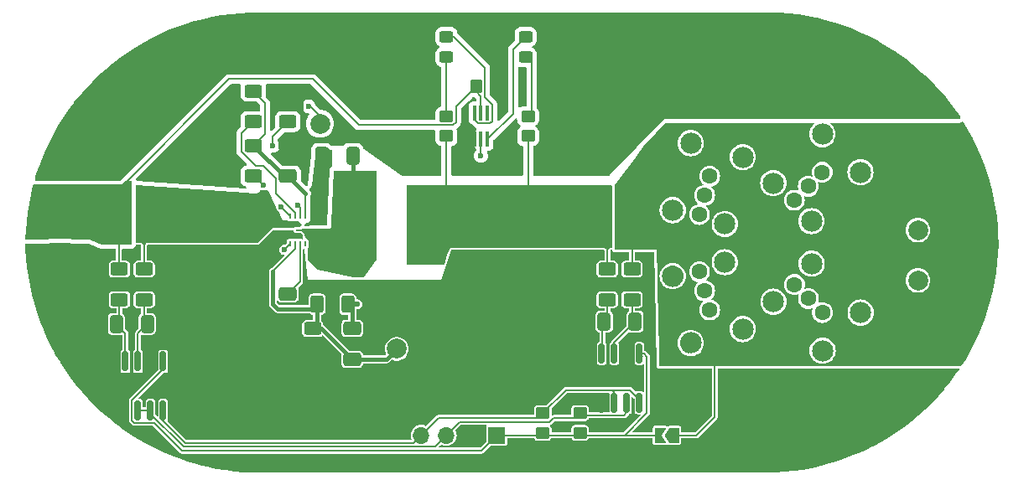
<source format=gtl>
G04 #@! TF.GenerationSoftware,KiCad,Pcbnew,8.0.2*
G04 #@! TF.CreationDate,2024-09-05T18:17:44-04:00*
G04 #@! TF.ProjectId,5v-regulator-v1,35762d72-6567-4756-9c61-746f722d7631,rev?*
G04 #@! TF.SameCoordinates,Original*
G04 #@! TF.FileFunction,Copper,L1,Top*
G04 #@! TF.FilePolarity,Positive*
%FSLAX46Y46*%
G04 Gerber Fmt 4.6, Leading zero omitted, Abs format (unit mm)*
G04 Created by KiCad (PCBNEW 8.0.2) date 2024-09-05 18:17:44*
%MOMM*%
%LPD*%
G01*
G04 APERTURE LIST*
G04 Aperture macros list*
%AMRoundRect*
0 Rectangle with rounded corners*
0 $1 Rounding radius*
0 $2 $3 $4 $5 $6 $7 $8 $9 X,Y pos of 4 corners*
0 Add a 4 corners polygon primitive as box body*
4,1,4,$2,$3,$4,$5,$6,$7,$8,$9,$2,$3,0*
0 Add four circle primitives for the rounded corners*
1,1,$1+$1,$2,$3*
1,1,$1+$1,$4,$5*
1,1,$1+$1,$6,$7*
1,1,$1+$1,$8,$9*
0 Add four rect primitives between the rounded corners*
20,1,$1+$1,$2,$3,$4,$5,0*
20,1,$1+$1,$4,$5,$6,$7,0*
20,1,$1+$1,$6,$7,$8,$9,0*
20,1,$1+$1,$8,$9,$2,$3,0*%
%AMRotRect*
0 Rectangle, with rotation*
0 The origin of the aperture is its center*
0 $1 length*
0 $2 width*
0 $3 Rotation angle, in degrees counterclockwise*
0 Add horizontal line*
21,1,$1,$2,0,0,$3*%
%AMFreePoly0*
4,1,6,1.000000,0.000000,0.500000,-0.750000,-0.500000,-0.750000,-0.500000,0.750000,0.500000,0.750000,1.000000,0.000000,1.000000,0.000000,$1*%
%AMFreePoly1*
4,1,6,0.500000,-0.750000,-0.650000,-0.750000,-0.150000,0.000000,-0.650000,0.750000,0.500000,0.750000,0.500000,-0.750000,0.500000,-0.750000,$1*%
G04 Aperture macros list end*
G04 #@! TA.AperFunction,SMDPad,CuDef*
%ADD10C,2.000000*%
G04 #@! TD*
G04 #@! TA.AperFunction,ComponentPad*
%ADD11RotRect,1.600000X1.600000X105.000000*%
G04 #@! TD*
G04 #@! TA.AperFunction,ComponentPad*
%ADD12C,1.600000*%
G04 #@! TD*
G04 #@! TA.AperFunction,ComponentPad*
%ADD13C,2.150000*%
G04 #@! TD*
G04 #@! TA.AperFunction,SMDPad,CuDef*
%ADD14RoundRect,0.250000X-0.450000X0.325000X-0.450000X-0.325000X0.450000X-0.325000X0.450000X0.325000X0*%
G04 #@! TD*
G04 #@! TA.AperFunction,SMDPad,CuDef*
%ADD15R,2.311400X5.461000*%
G04 #@! TD*
G04 #@! TA.AperFunction,SMDPad,CuDef*
%ADD16RoundRect,0.250000X0.650000X-0.412500X0.650000X0.412500X-0.650000X0.412500X-0.650000X-0.412500X0*%
G04 #@! TD*
G04 #@! TA.AperFunction,SMDPad,CuDef*
%ADD17RoundRect,0.250000X-0.625000X0.400000X-0.625000X-0.400000X0.625000X-0.400000X0.625000X0.400000X0*%
G04 #@! TD*
G04 #@! TA.AperFunction,ComponentPad*
%ADD18RotRect,1.600000X1.600000X225.000000*%
G04 #@! TD*
G04 #@! TA.AperFunction,SMDPad,CuDef*
%ADD19RoundRect,0.250000X-0.400000X-0.625000X0.400000X-0.625000X0.400000X0.625000X-0.400000X0.625000X0*%
G04 #@! TD*
G04 #@! TA.AperFunction,ComponentPad*
%ADD20R,2.000000X2.000000*%
G04 #@! TD*
G04 #@! TA.AperFunction,ComponentPad*
%ADD21C,2.000000*%
G04 #@! TD*
G04 #@! TA.AperFunction,SMDPad,CuDef*
%ADD22RoundRect,0.250000X0.450000X-0.350000X0.450000X0.350000X-0.450000X0.350000X-0.450000X-0.350000X0*%
G04 #@! TD*
G04 #@! TA.AperFunction,SMDPad,CuDef*
%ADD23RoundRect,0.150000X0.150000X-0.825000X0.150000X0.825000X-0.150000X0.825000X-0.150000X-0.825000X0*%
G04 #@! TD*
G04 #@! TA.AperFunction,SMDPad,CuDef*
%ADD24R,1.397000X0.254000*%
G04 #@! TD*
G04 #@! TA.AperFunction,SMDPad,CuDef*
%ADD25R,0.254000X0.609600*%
G04 #@! TD*
G04 #@! TA.AperFunction,SMDPad,CuDef*
%ADD26R,0.609600X0.254000*%
G04 #@! TD*
G04 #@! TA.AperFunction,SMDPad,CuDef*
%ADD27RoundRect,0.250000X-0.412500X-0.650000X0.412500X-0.650000X0.412500X0.650000X-0.412500X0.650000X0*%
G04 #@! TD*
G04 #@! TA.AperFunction,ComponentPad*
%ADD28R,1.700000X1.700000*%
G04 #@! TD*
G04 #@! TA.AperFunction,ComponentPad*
%ADD29O,1.700000X1.700000*%
G04 #@! TD*
G04 #@! TA.AperFunction,SMDPad,CuDef*
%ADD30RoundRect,0.100000X0.100000X-0.650000X0.100000X0.650000X-0.100000X0.650000X-0.100000X-0.650000X0*%
G04 #@! TD*
G04 #@! TA.AperFunction,SMDPad,CuDef*
%ADD31RoundRect,0.250000X-0.650000X0.412500X-0.650000X-0.412500X0.650000X-0.412500X0.650000X0.412500X0*%
G04 #@! TD*
G04 #@! TA.AperFunction,SMDPad,CuDef*
%ADD32FreePoly0,180.000000*%
G04 #@! TD*
G04 #@! TA.AperFunction,SMDPad,CuDef*
%ADD33FreePoly1,180.000000*%
G04 #@! TD*
G04 #@! TA.AperFunction,SMDPad,CuDef*
%ADD34RoundRect,0.250000X0.625000X-0.400000X0.625000X0.400000X-0.625000X0.400000X-0.625000X-0.400000X0*%
G04 #@! TD*
G04 #@! TA.AperFunction,SMDPad,CuDef*
%ADD35RoundRect,0.250000X-0.350000X-0.450000X0.350000X-0.450000X0.350000X0.450000X-0.350000X0.450000X0*%
G04 #@! TD*
G04 #@! TA.AperFunction,ComponentPad*
%ADD36RotRect,1.600000X1.600000X255.000000*%
G04 #@! TD*
G04 #@! TA.AperFunction,ComponentPad*
%ADD37RotRect,1.600000X1.600000X135.000000*%
G04 #@! TD*
G04 #@! TA.AperFunction,SMDPad,CuDef*
%ADD38RoundRect,0.250000X-0.450000X0.350000X-0.450000X-0.350000X0.450000X-0.350000X0.450000X0.350000X0*%
G04 #@! TD*
G04 #@! TA.AperFunction,SMDPad,CuDef*
%ADD39RoundRect,0.250000X0.412500X0.650000X-0.412500X0.650000X-0.412500X-0.650000X0.412500X-0.650000X0*%
G04 #@! TD*
G04 #@! TA.AperFunction,ViaPad*
%ADD40C,0.600000*%
G04 #@! TD*
G04 #@! TA.AperFunction,Conductor*
%ADD41C,0.200000*%
G04 #@! TD*
G04 #@! TA.AperFunction,Conductor*
%ADD42C,0.400000*%
G04 #@! TD*
G04 APERTURE END LIST*
D10*
X147250000Y-57250000D03*
D11*
X187111364Y-78010343D03*
D12*
X186593726Y-76078491D03*
X186076088Y-74146640D03*
X185558449Y-72214787D03*
D13*
X184672983Y-79419458D03*
X189927619Y-78011480D03*
X182861251Y-72657977D03*
X188115888Y-71250000D03*
D14*
X160000001Y-48475002D03*
X159999999Y-50524998D03*
D15*
X150000000Y-68000000D03*
X158509000Y-68000000D03*
D16*
X144000000Y-62562500D03*
X144000000Y-59437500D03*
D17*
X140500000Y-59450000D03*
X140500000Y-62550000D03*
D18*
X199371101Y-60744787D03*
D12*
X197956887Y-62159001D03*
X196542674Y-63573214D03*
X195128460Y-64987429D03*
D13*
X201810620Y-62151929D03*
X197963959Y-58305270D03*
X196860873Y-67101676D03*
X193014210Y-63255016D03*
D19*
X175545000Y-68025000D03*
X178645000Y-68025000D03*
D20*
X207615887Y-65460000D03*
D21*
X207615887Y-68000000D03*
X207615887Y-70540000D03*
X207615887Y-73080000D03*
D20*
X121000000Y-70290000D03*
D21*
X121000000Y-67750000D03*
D22*
X169750000Y-88500000D03*
X169750000Y-86500000D03*
D23*
X127595000Y-86225000D03*
X128865000Y-86225000D03*
X130135000Y-86225000D03*
X131405000Y-86225000D03*
X131405000Y-81275000D03*
X130135000Y-81275000D03*
X128865000Y-81275000D03*
X127595000Y-81275000D03*
D24*
X144487398Y-67499874D03*
X144487398Y-68500126D03*
D25*
X144243510Y-69400000D03*
X144743636Y-69400000D03*
X145243762Y-69400000D03*
X145743888Y-69400000D03*
D24*
X145500000Y-68000000D03*
D26*
X145893700Y-67499874D03*
D25*
X145743888Y-66600000D03*
X145243762Y-66600000D03*
X144743636Y-66600000D03*
X144243510Y-66600000D03*
D27*
X147437500Y-60500000D03*
X150562500Y-60500000D03*
D28*
X165080000Y-88750000D03*
D29*
X162539996Y-88749998D03*
X160000000Y-88750000D03*
X157460000Y-88750000D03*
D30*
X162850000Y-58830000D03*
X163500000Y-58830000D03*
X164150000Y-58830000D03*
X164150000Y-56170000D03*
X163500000Y-56170000D03*
X162850000Y-56170000D03*
D10*
X132000000Y-65000000D03*
D31*
X150500000Y-77937500D03*
X150500000Y-81062500D03*
X169104000Y-67962500D03*
X169104000Y-71087500D03*
X144000000Y-74437500D03*
X144000000Y-77562500D03*
D19*
X146950000Y-75500000D03*
X150050000Y-75500000D03*
D23*
X175690000Y-85450000D03*
X176960000Y-85450000D03*
X178230000Y-85450000D03*
X179500000Y-85450000D03*
X179500000Y-80500000D03*
X178230000Y-80500000D03*
X176960000Y-80500000D03*
X175690000Y-80500000D03*
D32*
X183000000Y-88750000D03*
D33*
X181550000Y-88750000D03*
D31*
X133500000Y-67437500D03*
X133500000Y-70562500D03*
D10*
X123750000Y-80000000D03*
D34*
X178750000Y-75050000D03*
X178750000Y-71950000D03*
D10*
X172000000Y-55250000D03*
D34*
X176250000Y-75050000D03*
X176250000Y-71950000D03*
D35*
X163000000Y-53500000D03*
X165000000Y-53500000D03*
D34*
X144000000Y-57050000D03*
X144000000Y-53950000D03*
X129500000Y-75050000D03*
X129500000Y-71950000D03*
D31*
X137000000Y-67437500D03*
X137000000Y-70562500D03*
D22*
X173500000Y-88500000D03*
X173500000Y-86500000D03*
D31*
X172604000Y-67962500D03*
X172604000Y-71087500D03*
X162104000Y-67962500D03*
X162104000Y-71087500D03*
X140500000Y-67437500D03*
X140500000Y-70562500D03*
X165604000Y-67962500D03*
X165604000Y-71087500D03*
D36*
X187111364Y-60633422D03*
D12*
X186593726Y-62565274D03*
X186076088Y-64497125D03*
X185558450Y-66428978D03*
D13*
X189927621Y-60632283D03*
X184672984Y-59224311D03*
X188115887Y-67393764D03*
X182861249Y-65985789D03*
D37*
X199391233Y-77755214D03*
D12*
X197977019Y-76341000D03*
X196562806Y-74926787D03*
X195148591Y-73512573D03*
D13*
X197984091Y-80194733D03*
X201830750Y-76348072D03*
X193034344Y-75244986D03*
X196881004Y-71398323D03*
D17*
X146500000Y-77950000D03*
X146500000Y-81050000D03*
D38*
X168250000Y-56500000D03*
X168250000Y-58500000D03*
D19*
X126950000Y-67500000D03*
X130050000Y-67500000D03*
D39*
X179062501Y-77250002D03*
X175937499Y-77249998D03*
D38*
X160000000Y-56500000D03*
X160000000Y-58500000D03*
D10*
X174500000Y-64750000D03*
D34*
X140500000Y-57050000D03*
X140500000Y-53950000D03*
D14*
X168000001Y-48475002D03*
X167999999Y-50524998D03*
D10*
X159500000Y-80000000D03*
D39*
X129812501Y-77500000D03*
X126687499Y-77499996D03*
D17*
X127000000Y-71950000D03*
X127000000Y-75050000D03*
D10*
X155000000Y-80000000D03*
D40*
X151000000Y-75500000D03*
X161500000Y-65000000D03*
X141500000Y-63500000D03*
X163500000Y-60500000D03*
X143643510Y-70000000D03*
X146100000Y-55500000D03*
X159500000Y-73500000D03*
X135500000Y-75000000D03*
X124500000Y-74500000D03*
X174250000Y-85000000D03*
X121500000Y-73500000D03*
X145000000Y-65500000D03*
X154500000Y-75500000D03*
X134500000Y-75000000D03*
X136500000Y-75000000D03*
X123500000Y-74500000D03*
X133500000Y-72000000D03*
X119500000Y-72500000D03*
X167750000Y-54000000D03*
X137500000Y-72000000D03*
X170500000Y-75500000D03*
X134500000Y-72000000D03*
X174500000Y-72500000D03*
X164500000Y-74500000D03*
X152500000Y-75500000D03*
X165500000Y-74500000D03*
X165500000Y-73500000D03*
X167500000Y-75500000D03*
X158500000Y-75500000D03*
X136500000Y-73000000D03*
X123500000Y-73500000D03*
X139500000Y-74000000D03*
X161500000Y-75500000D03*
X132500000Y-72000000D03*
X131500000Y-73000000D03*
X162500000Y-75500000D03*
X119500000Y-73500000D03*
X171500000Y-73500000D03*
X172500000Y-73500000D03*
X131500000Y-72000000D03*
X121500000Y-74500000D03*
X138500000Y-74000000D03*
X138500000Y-75000000D03*
X197250000Y-49500000D03*
X154500000Y-73500000D03*
X163500000Y-74500000D03*
X169500000Y-73500000D03*
X137500000Y-75000000D03*
X141500000Y-75000000D03*
X137500000Y-74000000D03*
X134500000Y-73000000D03*
X176750000Y-87750000D03*
X162500000Y-72500000D03*
X160500000Y-74500000D03*
X145500000Y-54000000D03*
X161500000Y-74500000D03*
X141500000Y-74000000D03*
X163500000Y-72500000D03*
X176250000Y-56250000D03*
X159500000Y-75500000D03*
X135500000Y-73000000D03*
X156500000Y-75500000D03*
X174500000Y-74500000D03*
X131500000Y-71000000D03*
X171500000Y-72500000D03*
X153500000Y-75500000D03*
X166500000Y-75500000D03*
X170500000Y-74500000D03*
X160500000Y-75500000D03*
X132500000Y-73000000D03*
X168500000Y-72500000D03*
X163500000Y-75500000D03*
X156500000Y-73500000D03*
X164500000Y-72500000D03*
X156500000Y-74500000D03*
X169500000Y-74500000D03*
X119500000Y-74500000D03*
X162500000Y-74500000D03*
X173500000Y-72500000D03*
X120500000Y-73500000D03*
X139500000Y-72000000D03*
X166500000Y-73500000D03*
X168500000Y-75500000D03*
X165500000Y-75500000D03*
X161500000Y-73500000D03*
X160500000Y-72500000D03*
X172500000Y-74500000D03*
X136500000Y-72000000D03*
X154500000Y-74500000D03*
X120500000Y-72500000D03*
X173500000Y-74500000D03*
X138500000Y-72000000D03*
X157500000Y-74500000D03*
X168500000Y-74500000D03*
X137500000Y-73000000D03*
X167500000Y-74500000D03*
X173500000Y-75500000D03*
X153500000Y-74500000D03*
X164500000Y-75500000D03*
X169500000Y-72500000D03*
X133500000Y-73000000D03*
X120500000Y-74500000D03*
X174500000Y-75500000D03*
X157500000Y-75500000D03*
X138500000Y-73000000D03*
X137000000Y-61000000D03*
X160500000Y-73500000D03*
X121500000Y-72500000D03*
X131500000Y-70000000D03*
X165500000Y-72500000D03*
X157500000Y-73500000D03*
X158500000Y-73500000D03*
X158500000Y-74500000D03*
X140500000Y-72000000D03*
X133000000Y-61000000D03*
X159500000Y-74500000D03*
X171500000Y-75500000D03*
X134500000Y-74000000D03*
X170500000Y-72500000D03*
X169500000Y-75500000D03*
X157500000Y-61000000D03*
X170750000Y-91000000D03*
X171500000Y-74500000D03*
X174500000Y-73500000D03*
X195250000Y-86000000D03*
X166500000Y-74500000D03*
X155500000Y-74500000D03*
X172500000Y-61000000D03*
X139500000Y-73000000D03*
X166500000Y-72500000D03*
X173500000Y-73500000D03*
X141500000Y-72000000D03*
X155500000Y-73500000D03*
X122500000Y-73500000D03*
X141500000Y-73000000D03*
X167500000Y-72500000D03*
X137000000Y-56500000D03*
X135500000Y-74000000D03*
X164500000Y-73500000D03*
X136500000Y-74000000D03*
X168500000Y-73500000D03*
X122500000Y-74500000D03*
X162500000Y-73500000D03*
X140500000Y-75000000D03*
X179500000Y-51000000D03*
X167000000Y-61000000D03*
X170500000Y-73500000D03*
X139500000Y-75000000D03*
X163500000Y-73500000D03*
X155500000Y-75500000D03*
X122500000Y-72500000D03*
X140500000Y-73000000D03*
X172500000Y-72500000D03*
X161500000Y-72500000D03*
X140500000Y-74000000D03*
X172500000Y-75500000D03*
X135500000Y-72000000D03*
X167500000Y-73500000D03*
X143325735Y-65674265D03*
X142500000Y-59500000D03*
D41*
X131500000Y-64500000D02*
X131500000Y-65000000D01*
X129500000Y-68050000D02*
X129500000Y-71950000D01*
X129770000Y-67780000D02*
X130050000Y-67500000D01*
X130050000Y-67500000D02*
X129500000Y-68050000D01*
X130050000Y-67500000D02*
X133437500Y-67500000D01*
X133437500Y-67500000D02*
X133500000Y-67437500D01*
X137000000Y-67437500D02*
X140500000Y-67437500D01*
X140500000Y-67437500D02*
X144425024Y-67437500D01*
X144425024Y-67437500D02*
X144487398Y-67499874D01*
X131500000Y-65000000D02*
X130050000Y-66450000D01*
X133500000Y-67437500D02*
X137000000Y-67437500D01*
X130050000Y-66450000D02*
X130050000Y-67500000D01*
X150500000Y-75950000D02*
X150050000Y-75500000D01*
X172604000Y-67962500D02*
X169104000Y-67962500D01*
X173500000Y-65000000D02*
X168750000Y-65000000D01*
X168250000Y-64500000D02*
X168250000Y-58500000D01*
X173500000Y-65500000D02*
X173500000Y-65000000D01*
X176250000Y-68730000D02*
X176250000Y-71950000D01*
X160000000Y-58500000D02*
X160000000Y-63500000D01*
X168750000Y-65000000D02*
X168250000Y-64500000D01*
X173032500Y-67962500D02*
X173095000Y-68025000D01*
X162041500Y-68025000D02*
X162104000Y-67962500D01*
X175482500Y-67962500D02*
X175545000Y-68025000D01*
X165604000Y-67962500D02*
X169104000Y-67962500D01*
D42*
X150500000Y-77937500D02*
X150500000Y-75950000D01*
X151009000Y-75500000D02*
X150050000Y-75500000D01*
D41*
X158509000Y-68000000D02*
X163446500Y-68000000D01*
X172604000Y-67962500D02*
X175482500Y-67962500D01*
X172604000Y-66396000D02*
X173500000Y-65500000D01*
X160000000Y-63500000D02*
X161500000Y-65000000D01*
D42*
X151009000Y-75500000D02*
X151000000Y-75500000D01*
D41*
X175545000Y-68025000D02*
X176250000Y-68730000D01*
X162104000Y-67962500D02*
X165604000Y-67962500D01*
X172604000Y-67962500D02*
X173032500Y-67962500D01*
X172604000Y-67962500D02*
X172604000Y-66396000D01*
D42*
X150562500Y-60500000D02*
X150562500Y-67437500D01*
D41*
X145500000Y-68000000D02*
X150000000Y-68000000D01*
X150562500Y-67437500D02*
X150000000Y-68000000D01*
X187111364Y-78925621D02*
X187111364Y-78010343D01*
X178645000Y-68025000D02*
X178750000Y-68130000D01*
X178750000Y-68130000D02*
X178750000Y-71950000D01*
X187111364Y-78925621D02*
X187111364Y-78260343D01*
X185250000Y-88750000D02*
X183000000Y-88750000D01*
X187111364Y-78925621D02*
X187111364Y-86888636D01*
X187111364Y-86888636D02*
X185250000Y-88750000D01*
X159999999Y-50524998D02*
X159999999Y-56499999D01*
X159999999Y-56499999D02*
X160000000Y-56500000D01*
X159975000Y-56475000D02*
X160000000Y-56500000D01*
X163000000Y-53500000D02*
X161000000Y-55500000D01*
X126950000Y-67500000D02*
X126950000Y-71900000D01*
X126950000Y-71900000D02*
X127000000Y-71950000D01*
X163500000Y-54500000D02*
X163500000Y-56170000D01*
X121000000Y-67750000D02*
X126700000Y-67750000D01*
X151150000Y-57400000D02*
X146500000Y-52750000D01*
X127250000Y-67200000D02*
X126950000Y-67500000D01*
X163000000Y-54000000D02*
X163500000Y-54500000D01*
X126950000Y-63849996D02*
X126950000Y-67500000D01*
X126700000Y-67750000D02*
X126950000Y-67500000D01*
X160684744Y-57400000D02*
X151150000Y-57400000D01*
X161000000Y-55500000D02*
X161000000Y-57084744D01*
X161000000Y-57084744D02*
X160684744Y-57400000D01*
X146500000Y-52750000D02*
X138049996Y-52750000D01*
X163000000Y-53500000D02*
X163000000Y-54000000D01*
X138049996Y-52750000D02*
X126950000Y-63849996D01*
X163900000Y-51584314D02*
X163900000Y-54601544D01*
X164650000Y-55351544D02*
X164650000Y-56988456D01*
X160790688Y-48475002D02*
X163900000Y-51584314D01*
X164418456Y-57220000D02*
X163231544Y-57220000D01*
X164650000Y-56988456D02*
X164418456Y-57220000D01*
X162850000Y-56838456D02*
X162850000Y-56170000D01*
X160000001Y-48475002D02*
X160790688Y-48475002D01*
X163900000Y-54601544D02*
X164650000Y-55351544D01*
X163231544Y-57220000D02*
X162850000Y-56838456D01*
X146100000Y-55500000D02*
X146250000Y-55500000D01*
X139950000Y-62000000D02*
X140500000Y-62550000D01*
X163500000Y-58830000D02*
X163500000Y-60500000D01*
X140500000Y-62550000D02*
X140550000Y-62550000D01*
X146250000Y-55500000D02*
X147250000Y-56500000D01*
X143643510Y-70000000D02*
X144243510Y-69400000D01*
X140550000Y-62550000D02*
X141500000Y-63500000D01*
X147250000Y-56500000D02*
X147250000Y-57250000D01*
D42*
X147437500Y-66133874D02*
X147437500Y-60500000D01*
D41*
X146071500Y-67499874D02*
X147437500Y-66133874D01*
X145893700Y-67499874D02*
X146071500Y-67499874D01*
X162104000Y-71087500D02*
X165604000Y-71087500D01*
X145500000Y-57937500D02*
X145500000Y-54000000D01*
X165604000Y-71087500D02*
X169104000Y-71087500D01*
X145243762Y-66600000D02*
X145243762Y-65743762D01*
X145450000Y-53950000D02*
X145500000Y-54000000D01*
X175690000Y-85450000D02*
X175240000Y-85000000D01*
X133500000Y-70562500D02*
X137000000Y-70562500D01*
X142562374Y-68500126D02*
X144487398Y-68500126D01*
X144000000Y-53950000D02*
X145450000Y-53950000D01*
X137000000Y-70562500D02*
X140500000Y-70562500D01*
X144000000Y-59437500D02*
X145500000Y-57937500D01*
X140500000Y-70562500D02*
X142562374Y-68500126D01*
X145243762Y-65743762D02*
X145000000Y-65500000D01*
X172604000Y-71087500D02*
X169104000Y-71087500D01*
X175240000Y-85000000D02*
X174250000Y-85000000D01*
X168600000Y-51124999D02*
X168600000Y-56150000D01*
X167999999Y-50524998D02*
X168600000Y-51124999D01*
X168600000Y-56150000D02*
X168250000Y-56500000D01*
X168000001Y-48475002D02*
X166750000Y-49725003D01*
X166750000Y-49725003D02*
X166750000Y-56230000D01*
X166750000Y-56230000D02*
X164150000Y-58830000D01*
X140500000Y-53950000D02*
X141675000Y-55125000D01*
X145743888Y-64306388D02*
X145743888Y-66600000D01*
D42*
X144000000Y-62562500D02*
X145743888Y-64306388D01*
D41*
X141675000Y-55125000D02*
X141675000Y-58275000D01*
X141675000Y-58275000D02*
X140500000Y-59450000D01*
X143612500Y-62562500D02*
X144000000Y-62562500D01*
D42*
X140500000Y-59450000D02*
X143612500Y-62562500D01*
D41*
X145243762Y-73193738D02*
X144000000Y-74437500D01*
X145243762Y-69400000D02*
X145243762Y-73193738D01*
X144743636Y-69931674D02*
X142500000Y-72175310D01*
D42*
X150500000Y-81062500D02*
X153937500Y-81062500D01*
X153937500Y-81062500D02*
X155000000Y-80000000D01*
X143000000Y-76000000D02*
X146450000Y-76000000D01*
D41*
X147387500Y-77950000D02*
X146500000Y-77950000D01*
D42*
X146950000Y-75500000D02*
X146950000Y-77500000D01*
X150500000Y-81062500D02*
X147387500Y-77950000D01*
X146450000Y-76000000D02*
X146950000Y-75500000D01*
X142500000Y-72175310D02*
X142500000Y-75500000D01*
X142500000Y-75500000D02*
X143000000Y-76000000D01*
D41*
X146950000Y-77500000D02*
X146500000Y-77950000D01*
X144743636Y-69400000D02*
X144743636Y-69931674D01*
X143325735Y-65682225D02*
X144243510Y-66600000D01*
X144000000Y-57050000D02*
X142550000Y-58500000D01*
X142550000Y-58500000D02*
X142500000Y-58500000D01*
X143325735Y-65674265D02*
X143325735Y-65682225D01*
X142500000Y-58500000D02*
X142500000Y-59500000D01*
X139325000Y-58225000D02*
X139325000Y-60084744D01*
X141507843Y-61507843D02*
X142800000Y-62800000D01*
X140500000Y-57050000D02*
X139325000Y-58225000D01*
X140748099Y-61507843D02*
X141507843Y-61507843D01*
X139325000Y-60084744D02*
X140748099Y-61507843D01*
X142800000Y-64300000D02*
X144743636Y-66243636D01*
X142800000Y-62800000D02*
X142800000Y-64300000D01*
X144743636Y-66243636D02*
X144743636Y-66600000D01*
X159210000Y-87000000D02*
X157460000Y-88750000D01*
X131405000Y-87274866D02*
X133630134Y-89500000D01*
X169250000Y-87000000D02*
X159210000Y-87000000D01*
X158000000Y-88750000D02*
X157460000Y-88750000D01*
X179500000Y-85104448D02*
X178570552Y-84175000D01*
X133630134Y-89500000D02*
X156710000Y-89500000D01*
X176960000Y-85450000D02*
X176960000Y-84385000D01*
X176960000Y-84385000D02*
X176750000Y-84175000D01*
X176750000Y-84175000D02*
X172075000Y-84175000D01*
X172075000Y-84175000D02*
X169750000Y-86500000D01*
X178570552Y-84175000D02*
X176750000Y-84175000D01*
X179500000Y-85450000D02*
X179500000Y-85104448D01*
X169750000Y-86500000D02*
X169250000Y-87000000D01*
X131405000Y-86225000D02*
X131405000Y-87274866D01*
X156710000Y-89500000D02*
X157460000Y-88750000D01*
X170434744Y-87400000D02*
X161350000Y-87400000D01*
X173500000Y-86500000D02*
X173000000Y-87000000D01*
X177929999Y-86725000D02*
X173725000Y-86725000D01*
X158850000Y-89900000D02*
X160000000Y-88750000D01*
X178230000Y-86424999D02*
X177929999Y-86725000D01*
X130135000Y-86225000D02*
X130135000Y-86570552D01*
X173725000Y-86725000D02*
X173500000Y-86500000D01*
X130135000Y-86570552D02*
X133464448Y-89900000D01*
X178230000Y-85450000D02*
X178230000Y-86424999D01*
X170834744Y-87000000D02*
X170434744Y-87400000D01*
X133464448Y-89900000D02*
X158850000Y-89900000D01*
X161350000Y-87400000D02*
X160000000Y-88750000D01*
X128865000Y-86225000D02*
X130135000Y-86225000D01*
X173000000Y-87000000D02*
X170834744Y-87000000D01*
X127000000Y-75050000D02*
X127000000Y-77187495D01*
X127595000Y-78407497D02*
X126687499Y-77499996D01*
X127000000Y-77187495D02*
X126687499Y-77499996D01*
X127000000Y-75050000D02*
X127050000Y-75050000D01*
X127595000Y-81275000D02*
X127595000Y-78407497D01*
X129500000Y-75050000D02*
X129500000Y-77187499D01*
X129500000Y-75050000D02*
X129550000Y-75050000D01*
X129812501Y-77500000D02*
X128865000Y-78447501D01*
X129500000Y-77187499D02*
X129812501Y-77500000D01*
X128865000Y-78447501D02*
X128865000Y-81275000D01*
X178750000Y-75050000D02*
X178750000Y-76937501D01*
X179062501Y-77250002D02*
X176960000Y-79352503D01*
X178750000Y-76937501D02*
X179062501Y-77250002D01*
X176960000Y-79352503D02*
X176960000Y-80500000D01*
X176250000Y-75050000D02*
X176250000Y-76937497D01*
X176250000Y-76937497D02*
X175937499Y-77249998D01*
X175750000Y-80440000D02*
X175690000Y-80500000D01*
X175937499Y-77249998D02*
X175750000Y-77437497D01*
X175750000Y-77437497D02*
X175750000Y-80440000D01*
X177500000Y-88750000D02*
X178000000Y-88750000D01*
X128265000Y-87240552D02*
X128524448Y-87500000D01*
X179500000Y-80500000D02*
X179955542Y-80500000D01*
X179500000Y-80500000D02*
X179800000Y-80800000D01*
X179955542Y-80500000D02*
X180250000Y-80794458D01*
X131405000Y-82069448D02*
X128265000Y-85209448D01*
X133298762Y-90300000D02*
X163530000Y-90300000D01*
X165080000Y-88750000D02*
X177500000Y-88750000D01*
X130498762Y-87500000D02*
X133298762Y-90300000D01*
X181550000Y-88750000D02*
X177500000Y-88750000D01*
X128265000Y-85209448D02*
X128265000Y-87240552D01*
X178000000Y-88750000D02*
X180250000Y-86500000D01*
X128524448Y-87500000D02*
X130498762Y-87500000D01*
X180250000Y-86500000D02*
X180250000Y-80794458D01*
X163530000Y-90300000D02*
X165080000Y-88750000D01*
X131405000Y-81275000D02*
X131405000Y-82069448D01*
G04 #@! TA.AperFunction,Conductor*
G36*
X152985648Y-62014352D02*
G01*
X153000000Y-62049000D01*
X153000000Y-70983666D01*
X152990200Y-71013066D01*
X151668825Y-72774900D01*
X151636555Y-72794008D01*
X151629625Y-72794500D01*
X150580628Y-72794500D01*
X150569998Y-72793333D01*
X147013928Y-72003095D01*
X146989910Y-71989910D01*
X146014352Y-71014352D01*
X146000000Y-70979704D01*
X146000000Y-69885088D01*
X146013057Y-69853565D01*
X146012758Y-69853365D01*
X146013764Y-69851859D01*
X146014352Y-69850440D01*
X146015436Y-69849354D01*
X146015440Y-69849352D01*
X146059755Y-69783031D01*
X146071388Y-69724548D01*
X146071388Y-69075452D01*
X146059755Y-69016969D01*
X146033189Y-68977212D01*
X146015440Y-68950647D01*
X145949119Y-68906333D01*
X145949116Y-68906332D01*
X145909382Y-68898428D01*
X145884403Y-68885127D01*
X145745071Y-68746667D01*
X145730910Y-68717321D01*
X145706141Y-68494391D01*
X145687116Y-68428063D01*
X145673064Y-68398826D01*
X145633156Y-68342536D01*
X145487162Y-68196542D01*
X145420495Y-68151995D01*
X145420491Y-68151993D01*
X145420489Y-68151992D01*
X145385854Y-68137645D01*
X145385844Y-68137642D01*
X145354130Y-68131334D01*
X145307204Y-68122000D01*
X145307201Y-68122000D01*
X145136674Y-68122000D01*
X145102135Y-68107757D01*
X145055365Y-68061280D01*
X145040904Y-68026677D01*
X145055147Y-67991984D01*
X145078054Y-67978977D01*
X145641761Y-67838493D01*
X145672357Y-67840768D01*
X145687719Y-67847132D01*
X145698562Y-67851132D01*
X145717586Y-67858150D01*
X145717590Y-67858152D01*
X145717592Y-67858152D01*
X145717594Y-67858153D01*
X145842900Y-67878000D01*
X146194245Y-67878000D01*
X146201910Y-67878603D01*
X146221464Y-67881700D01*
X146230757Y-67884125D01*
X146234890Y-67885649D01*
X146242490Y-67888453D01*
X146264735Y-67893794D01*
X146264738Y-67893794D01*
X146264741Y-67893795D01*
X146304043Y-67898446D01*
X146359405Y-67905000D01*
X147953115Y-67905000D01*
X147966054Y-67904632D01*
X147976125Y-67904346D01*
X148100103Y-67877418D01*
X148133214Y-67864539D01*
X148182878Y-67841240D01*
X148282836Y-67763113D01*
X148353759Y-67657920D01*
X148369602Y-67623927D01*
X148381906Y-67594569D01*
X148407177Y-67470243D01*
X148410955Y-67383355D01*
X148410955Y-67383354D01*
X148565392Y-63831287D01*
X148642975Y-62046872D01*
X148658818Y-62012879D01*
X148691929Y-62000000D01*
X152951000Y-62000000D01*
X152985648Y-62014352D01*
G37*
G04 #@! TD.AperFunction*
G04 #@! TA.AperFunction,Conductor*
G36*
X128715034Y-63417839D02*
G01*
X128747188Y-63424920D01*
X139659072Y-64233208D01*
X139674630Y-64234060D01*
X139684144Y-64234398D01*
X139688114Y-64234520D01*
X139777649Y-64222689D01*
X139801306Y-64225401D01*
X139804886Y-64226747D01*
X139807502Y-64227731D01*
X139807503Y-64227731D01*
X139807508Y-64227733D01*
X139920225Y-64252553D01*
X140379526Y-64286575D01*
X140685726Y-64309257D01*
X140685789Y-64309257D01*
X140745204Y-64309289D01*
X140781385Y-64306648D01*
X140828889Y-64300341D01*
X140948144Y-64257054D01*
X141009283Y-64223234D01*
X141093040Y-64161678D01*
X141169960Y-64060788D01*
X141203109Y-63999282D01*
X141210796Y-63979212D01*
X141236590Y-63951990D01*
X141274079Y-63950980D01*
X141283042Y-63955515D01*
X141289947Y-63959953D01*
X141342685Y-63975438D01*
X141428034Y-64000499D01*
X141428037Y-64000499D01*
X141428039Y-64000500D01*
X141428040Y-64000500D01*
X141571958Y-64000500D01*
X141571961Y-64000500D01*
X141651015Y-63977287D01*
X141668423Y-63975438D01*
X141972242Y-63997943D01*
X142005734Y-64014815D01*
X142012448Y-64024896D01*
X142817038Y-65634077D01*
X142821713Y-65662961D01*
X142820088Y-65674267D01*
X142840568Y-65816719D01*
X142857527Y-65853852D01*
X142900358Y-65947638D01*
X142900359Y-65947639D01*
X142900360Y-65947641D01*
X142994606Y-66056407D01*
X142994607Y-66056408D01*
X143028381Y-66078113D01*
X143032792Y-66080948D01*
X143050128Y-66100257D01*
X143499999Y-67000000D01*
X143500000Y-67000000D01*
X143912791Y-67000000D01*
X143947439Y-67014352D01*
X143953533Y-67021777D01*
X143971957Y-67049352D01*
X143993446Y-67063710D01*
X144038279Y-67093667D01*
X144096762Y-67105300D01*
X144096765Y-67105300D01*
X144390255Y-67105300D01*
X144390258Y-67105300D01*
X144448741Y-67093667D01*
X144466349Y-67081900D01*
X144503130Y-67074583D01*
X144520794Y-67081899D01*
X144538405Y-67093667D01*
X144596888Y-67105300D01*
X144596891Y-67105300D01*
X144890381Y-67105300D01*
X144890384Y-67105300D01*
X144948867Y-67093667D01*
X144966475Y-67081900D01*
X145003256Y-67074583D01*
X145020920Y-67081899D01*
X145038531Y-67093667D01*
X145092780Y-67104457D01*
X145117868Y-67117868D01*
X145374048Y-67374048D01*
X145388400Y-67408696D01*
X145388400Y-67525516D01*
X145374048Y-67560164D01*
X145361314Y-67569343D01*
X145165345Y-67667327D01*
X145143433Y-67672500D01*
X144781752Y-67672500D01*
X144723269Y-67684133D01*
X144656947Y-67728447D01*
X144623868Y-67777954D01*
X144592685Y-67798790D01*
X144573569Y-67798790D01*
X144552000Y-67794500D01*
X142520296Y-67794500D01*
X142481155Y-67802285D01*
X142441655Y-67810142D01*
X142441645Y-67810145D01*
X142407010Y-67824492D01*
X142407006Y-67824494D01*
X142407005Y-67824495D01*
X142341223Y-67868450D01*
X142340335Y-67869044D01*
X140929232Y-69280148D01*
X140894584Y-69294500D01*
X129849500Y-69294500D01*
X129810359Y-69302285D01*
X129770859Y-69310142D01*
X129770849Y-69310145D01*
X129736216Y-69324491D01*
X129736210Y-69324494D01*
X129736209Y-69324495D01*
X129718118Y-69335861D01*
X129677916Y-69361122D01*
X129624995Y-69435706D01*
X129624994Y-69435708D01*
X129610894Y-69469751D01*
X129584375Y-69496270D01*
X129565624Y-69500000D01*
X129434376Y-69500000D01*
X129399728Y-69485648D01*
X129389106Y-69469751D01*
X129375008Y-69435716D01*
X129375007Y-69435715D01*
X129375005Y-69435709D01*
X129338379Y-69377419D01*
X129338378Y-69377418D01*
X129338377Y-69377416D01*
X129263793Y-69324496D01*
X129229146Y-69310144D01*
X129229140Y-69310142D01*
X129197426Y-69303834D01*
X129150500Y-69294500D01*
X128704500Y-69294500D01*
X128669852Y-69280148D01*
X128655500Y-69245500D01*
X128655500Y-63465694D01*
X128669852Y-63431046D01*
X128704500Y-63416694D01*
X128715034Y-63417839D01*
G37*
G04 #@! TD.AperFunction*
G04 #@! TA.AperFunction,Conductor*
G36*
X139186502Y-53270185D02*
G01*
X139232257Y-53322989D01*
X139242201Y-53392147D01*
X139238540Y-53409094D01*
X139227401Y-53447432D01*
X139224500Y-53484298D01*
X139224500Y-54415701D01*
X139227401Y-54452567D01*
X139227402Y-54452573D01*
X139273254Y-54610393D01*
X139273255Y-54610396D01*
X139356917Y-54751862D01*
X139356923Y-54751870D01*
X139473129Y-54868076D01*
X139473133Y-54868079D01*
X139473135Y-54868081D01*
X139614602Y-54951744D01*
X139651758Y-54962539D01*
X139772426Y-54997597D01*
X139772429Y-54997597D01*
X139772431Y-54997598D01*
X139809306Y-55000500D01*
X140791324Y-55000500D01*
X140858363Y-55020185D01*
X140879005Y-55036819D01*
X141138181Y-55295995D01*
X141171666Y-55357318D01*
X141174500Y-55383676D01*
X141174500Y-55875500D01*
X141154815Y-55942539D01*
X141102011Y-55988294D01*
X141050500Y-55999500D01*
X139809298Y-55999500D01*
X139772432Y-56002401D01*
X139772426Y-56002402D01*
X139614606Y-56048254D01*
X139614603Y-56048255D01*
X139473137Y-56131917D01*
X139473129Y-56131923D01*
X139356923Y-56248129D01*
X139356917Y-56248137D01*
X139273255Y-56389603D01*
X139273254Y-56389606D01*
X139227402Y-56547426D01*
X139227401Y-56547432D01*
X139224500Y-56584298D01*
X139224500Y-57515701D01*
X139227456Y-57553257D01*
X139213091Y-57621634D01*
X139191519Y-57650666D01*
X139017686Y-57824500D01*
X138924502Y-57917683D01*
X138924500Y-57917686D01*
X138858608Y-58031812D01*
X138824500Y-58159108D01*
X138824500Y-60150635D01*
X138858608Y-60277931D01*
X138889320Y-60331125D01*
X138924500Y-60392058D01*
X138924502Y-60392060D01*
X139827508Y-61295066D01*
X139860993Y-61356389D01*
X139856009Y-61426081D01*
X139814137Y-61482014D01*
X139774422Y-61501823D01*
X139614606Y-61548254D01*
X139614603Y-61548255D01*
X139473137Y-61631917D01*
X139473129Y-61631923D01*
X139356923Y-61748129D01*
X139356917Y-61748137D01*
X139273255Y-61889603D01*
X139273254Y-61889606D01*
X139227402Y-62047426D01*
X139227401Y-62047432D01*
X139224500Y-62084298D01*
X139224500Y-63015701D01*
X139227401Y-63052567D01*
X139227402Y-63052573D01*
X139273254Y-63210393D01*
X139273255Y-63210396D01*
X139356917Y-63351862D01*
X139356923Y-63351870D01*
X139473129Y-63468076D01*
X139473133Y-63468079D01*
X139473135Y-63468081D01*
X139614602Y-63551744D01*
X139663299Y-63565892D01*
X139732782Y-63586079D01*
X139791668Y-63623685D01*
X139820874Y-63687157D01*
X139811128Y-63756344D01*
X139765524Y-63809279D01*
X139698541Y-63829154D01*
X139689027Y-63828816D01*
X128777143Y-63020528D01*
X128711741Y-62995945D01*
X128670012Y-62939905D01*
X128665204Y-62870201D01*
X128698619Y-62809190D01*
X138220991Y-53286819D01*
X138282314Y-53253334D01*
X138308672Y-53250500D01*
X139119463Y-53250500D01*
X139186502Y-53270185D01*
G37*
G04 #@! TD.AperFunction*
G04 #@! TA.AperFunction,Conductor*
G36*
X146308363Y-53270185D02*
G01*
X146329005Y-53286819D01*
X150749500Y-57707314D01*
X150842686Y-57800500D01*
X150956814Y-57866392D01*
X151084108Y-57900500D01*
X158780539Y-57900500D01*
X158847578Y-57920185D01*
X158893333Y-57972989D01*
X158903277Y-58042147D01*
X158902520Y-58046785D01*
X158902401Y-58047431D01*
X158899500Y-58084298D01*
X158899500Y-58915701D01*
X158902401Y-58952567D01*
X158902402Y-58952573D01*
X158948254Y-59110393D01*
X158948255Y-59110396D01*
X159031917Y-59251862D01*
X159031923Y-59251870D01*
X159148129Y-59368076D01*
X159148133Y-59368079D01*
X159148135Y-59368081D01*
X159289602Y-59451744D01*
X159341535Y-59466832D01*
X159410095Y-59486751D01*
X159468981Y-59524357D01*
X159498187Y-59587829D01*
X159499500Y-59605827D01*
X159499500Y-62376000D01*
X159479815Y-62443039D01*
X159427011Y-62488794D01*
X159375500Y-62500000D01*
X155539356Y-62500000D01*
X155472317Y-62480315D01*
X155467847Y-62477304D01*
X155445758Y-62461712D01*
X153978615Y-61426081D01*
X151663750Y-59792058D01*
X151620333Y-59737316D01*
X151616183Y-59725349D01*
X151576745Y-59589606D01*
X151576744Y-59589603D01*
X151576744Y-59589602D01*
X151493081Y-59448135D01*
X151493079Y-59448133D01*
X151493076Y-59448129D01*
X151376870Y-59331923D01*
X151376862Y-59331917D01*
X151252916Y-59258616D01*
X151235398Y-59248256D01*
X151235397Y-59248255D01*
X151235396Y-59248255D01*
X151235393Y-59248254D01*
X151077573Y-59202402D01*
X151077567Y-59202401D01*
X151040701Y-59199500D01*
X151040694Y-59199500D01*
X150084306Y-59199500D01*
X150084298Y-59199500D01*
X150047432Y-59202401D01*
X150047426Y-59202402D01*
X149889606Y-59248254D01*
X149889603Y-59248255D01*
X149748137Y-59331917D01*
X149748129Y-59331923D01*
X149631922Y-59448130D01*
X149628921Y-59452000D01*
X149572278Y-59492907D01*
X149530941Y-59500000D01*
X148469059Y-59500000D01*
X148402020Y-59480315D01*
X148371079Y-59452000D01*
X148368077Y-59448130D01*
X148251870Y-59331923D01*
X148251862Y-59331917D01*
X148127916Y-59258616D01*
X148110398Y-59248256D01*
X148110397Y-59248255D01*
X148110396Y-59248255D01*
X148110393Y-59248254D01*
X147952573Y-59202402D01*
X147952567Y-59202401D01*
X147915701Y-59199500D01*
X147915694Y-59199500D01*
X146959306Y-59199500D01*
X146959298Y-59199500D01*
X146922432Y-59202401D01*
X146922426Y-59202402D01*
X146764606Y-59248254D01*
X146764603Y-59248255D01*
X146623137Y-59331917D01*
X146623129Y-59331923D01*
X146506923Y-59448129D01*
X146506917Y-59448137D01*
X146423255Y-59589603D01*
X146423254Y-59589606D01*
X146377402Y-59747426D01*
X146377401Y-59747432D01*
X146374500Y-59784298D01*
X146374500Y-60496284D01*
X146373542Y-60511664D01*
X146011466Y-63408265D01*
X145983619Y-63472346D01*
X145925547Y-63511198D01*
X145908807Y-63515198D01*
X145880142Y-63519975D01*
X145810779Y-63511579D01*
X145772078Y-63485343D01*
X145336819Y-63050084D01*
X145303334Y-62988761D01*
X145300500Y-62962403D01*
X145300500Y-62084313D01*
X145300499Y-62084298D01*
X145297598Y-62047432D01*
X145297597Y-62047426D01*
X145251745Y-61889606D01*
X145251744Y-61889603D01*
X145251744Y-61889602D01*
X145168081Y-61748135D01*
X145168079Y-61748133D01*
X145168076Y-61748129D01*
X145051870Y-61631923D01*
X145051862Y-61631917D01*
X144921223Y-61554658D01*
X144910398Y-61548256D01*
X144910397Y-61548255D01*
X144910396Y-61548255D01*
X144910393Y-61548254D01*
X144752573Y-61502402D01*
X144752567Y-61502401D01*
X144715701Y-61499500D01*
X144715694Y-61499500D01*
X143450098Y-61499500D01*
X143383059Y-61479815D01*
X143362417Y-61463181D01*
X142310263Y-60411027D01*
X142276778Y-60349704D01*
X142281762Y-60280012D01*
X142323634Y-60224079D01*
X142389098Y-60199662D01*
X142412898Y-60200251D01*
X142414940Y-60200499D01*
X142414944Y-60200500D01*
X142414948Y-60200500D01*
X142585056Y-60200500D01*
X142750225Y-60159790D01*
X142847768Y-60108595D01*
X142900849Y-60080736D01*
X142900850Y-60080734D01*
X142900852Y-60080734D01*
X143028183Y-59967929D01*
X143124818Y-59827930D01*
X143185140Y-59668872D01*
X143205645Y-59500000D01*
X143185140Y-59331128D01*
X143124818Y-59172070D01*
X143081627Y-59109498D01*
X143023922Y-59025898D01*
X143026186Y-59024334D01*
X143001961Y-58972774D01*
X143000500Y-58953796D01*
X143000500Y-58808676D01*
X143020185Y-58741637D01*
X143036819Y-58720995D01*
X143620995Y-58136819D01*
X143682318Y-58103334D01*
X143708676Y-58100500D01*
X144690686Y-58100500D01*
X144690694Y-58100500D01*
X144727569Y-58097598D01*
X144727571Y-58097597D01*
X144727573Y-58097597D01*
X144773347Y-58084298D01*
X144885398Y-58051744D01*
X145026865Y-57968081D01*
X145143081Y-57851865D01*
X145226744Y-57710398D01*
X145272398Y-57553257D01*
X145272597Y-57552573D01*
X145272598Y-57552567D01*
X145275499Y-57515701D01*
X145275500Y-57515694D01*
X145275500Y-56584306D01*
X145272598Y-56547431D01*
X145269949Y-56538314D01*
X145226745Y-56389606D01*
X145226744Y-56389603D01*
X145226744Y-56389602D01*
X145143081Y-56248135D01*
X145143079Y-56248133D01*
X145143076Y-56248129D01*
X145026870Y-56131923D01*
X145026862Y-56131917D01*
X144940319Y-56080736D01*
X144885398Y-56048256D01*
X144885397Y-56048255D01*
X144885396Y-56048255D01*
X144885393Y-56048254D01*
X144727573Y-56002402D01*
X144727567Y-56002401D01*
X144690701Y-55999500D01*
X144690694Y-55999500D01*
X143309306Y-55999500D01*
X143309298Y-55999500D01*
X143272432Y-56002401D01*
X143272426Y-56002402D01*
X143114606Y-56048254D01*
X143114603Y-56048255D01*
X142973137Y-56131917D01*
X142973129Y-56131923D01*
X142856923Y-56248129D01*
X142856917Y-56248137D01*
X142773255Y-56389603D01*
X142773254Y-56389606D01*
X142727402Y-56547426D01*
X142727401Y-56547432D01*
X142724500Y-56584298D01*
X142724500Y-57515701D01*
X142727456Y-57553256D01*
X142713091Y-57621633D01*
X142691519Y-57650665D01*
X142387181Y-57955004D01*
X142325858Y-57988489D01*
X142256167Y-57983505D01*
X142200233Y-57941634D01*
X142175816Y-57876169D01*
X142175500Y-57867323D01*
X142175500Y-55500000D01*
X145394355Y-55500000D01*
X145414859Y-55668869D01*
X145414860Y-55668874D01*
X145475182Y-55827931D01*
X145508017Y-55875500D01*
X145571817Y-55967929D01*
X145651320Y-56038362D01*
X145699150Y-56080736D01*
X145796679Y-56131923D01*
X145849775Y-56159790D01*
X146014944Y-56200500D01*
X146033635Y-56200500D01*
X146100674Y-56220185D01*
X146146429Y-56272989D01*
X146156373Y-56342147D01*
X146137444Y-56392321D01*
X146014075Y-56581151D01*
X145920842Y-56793699D01*
X145863866Y-57018691D01*
X145863864Y-57018702D01*
X145844700Y-57249993D01*
X145844700Y-57250006D01*
X145863864Y-57481297D01*
X145863866Y-57481308D01*
X145920842Y-57706300D01*
X146014075Y-57918848D01*
X146141016Y-58113147D01*
X146141019Y-58113151D01*
X146141021Y-58113153D01*
X146298216Y-58283913D01*
X146298219Y-58283915D01*
X146298222Y-58283918D01*
X146481365Y-58426464D01*
X146481371Y-58426468D01*
X146481374Y-58426470D01*
X146685497Y-58536936D01*
X146799487Y-58576068D01*
X146905015Y-58612297D01*
X146905017Y-58612297D01*
X146905019Y-58612298D01*
X147133951Y-58650500D01*
X147133952Y-58650500D01*
X147366048Y-58650500D01*
X147366049Y-58650500D01*
X147594981Y-58612298D01*
X147814503Y-58536936D01*
X148018626Y-58426470D01*
X148201784Y-58283913D01*
X148358979Y-58113153D01*
X148485924Y-57918849D01*
X148579157Y-57706300D01*
X148636134Y-57481305D01*
X148637393Y-57466112D01*
X148655300Y-57250006D01*
X148655300Y-57249993D01*
X148636135Y-57018702D01*
X148636133Y-57018691D01*
X148579157Y-56793699D01*
X148485924Y-56581151D01*
X148358983Y-56386852D01*
X148358980Y-56386849D01*
X148358979Y-56386847D01*
X148201784Y-56216087D01*
X148201779Y-56216083D01*
X148201777Y-56216081D01*
X148018634Y-56073535D01*
X148018628Y-56073531D01*
X147814504Y-55963064D01*
X147814495Y-55963061D01*
X147594984Y-55887702D01*
X147423282Y-55859050D01*
X147366049Y-55849500D01*
X147366048Y-55849500D01*
X147358676Y-55849500D01*
X147291637Y-55829815D01*
X147270995Y-55813181D01*
X146801638Y-55343824D01*
X146773378Y-55300115D01*
X146724818Y-55172070D01*
X146715353Y-55158358D01*
X146690476Y-55122318D01*
X146628183Y-55032071D01*
X146500852Y-54919266D01*
X146500849Y-54919263D01*
X146350226Y-54840210D01*
X146185056Y-54799500D01*
X146014944Y-54799500D01*
X145849773Y-54840210D01*
X145699150Y-54919263D01*
X145607453Y-55000500D01*
X145578773Y-55025909D01*
X145571816Y-55032072D01*
X145475182Y-55172068D01*
X145414860Y-55331125D01*
X145414859Y-55331130D01*
X145394355Y-55500000D01*
X142175500Y-55500000D01*
X142175500Y-55059110D01*
X142175500Y-55059108D01*
X142141392Y-54931814D01*
X142075500Y-54817686D01*
X141982314Y-54724500D01*
X141808480Y-54550666D01*
X141774995Y-54489343D01*
X141772543Y-54453254D01*
X141772597Y-54452573D01*
X141772598Y-54452569D01*
X141775500Y-54415694D01*
X141775500Y-53484306D01*
X141772598Y-53447431D01*
X141761460Y-53409094D01*
X141761660Y-53339225D01*
X141799603Y-53280555D01*
X141863241Y-53251712D01*
X141880537Y-53250500D01*
X146241324Y-53250500D01*
X146308363Y-53270185D01*
G37*
G04 #@! TD.AperFunction*
G04 #@! TA.AperFunction,Conductor*
G36*
X192739740Y-46000498D02*
G01*
X192744703Y-46000600D01*
X193670434Y-46038300D01*
X193675308Y-46038595D01*
X194601539Y-46113267D01*
X194606355Y-46113752D01*
X195528831Y-46225159D01*
X195533668Y-46225840D01*
X196451055Y-46373821D01*
X196455846Y-46374692D01*
X197366559Y-46558992D01*
X197371327Y-46560056D01*
X198009217Y-46715764D01*
X198273992Y-46780395D01*
X198278755Y-46781658D01*
X199171955Y-47037687D01*
X199176664Y-47039139D01*
X200058965Y-47330448D01*
X200063612Y-47332086D01*
X200933638Y-47658219D01*
X200938199Y-47660032D01*
X201794618Y-48020492D01*
X201799095Y-48022482D01*
X202640511Y-48416683D01*
X202644912Y-48418852D01*
X203470000Y-48846172D01*
X203474302Y-48848510D01*
X203846428Y-49060398D01*
X204281747Y-49308268D01*
X204285980Y-49310791D01*
X204297680Y-49318083D01*
X205074517Y-49802265D01*
X205078611Y-49804931D01*
X205276692Y-49939604D01*
X205847019Y-50327363D01*
X205851038Y-50330214D01*
X206598042Y-50882733D01*
X206601945Y-50885741D01*
X206817838Y-51059109D01*
X207326445Y-51467535D01*
X207330208Y-51470683D01*
X208031004Y-52080791D01*
X208034655Y-52084099D01*
X208316491Y-52349870D01*
X208632786Y-52648137D01*
X208710636Y-52721549D01*
X208714154Y-52725001D01*
X209364285Y-53388818D01*
X209367662Y-53392406D01*
X209450783Y-53484313D01*
X209990925Y-54081551D01*
X209994127Y-54085237D01*
X210432433Y-54610393D01*
X210589501Y-54798584D01*
X210592583Y-54802429D01*
X211159156Y-55538883D01*
X211162082Y-55542848D01*
X211698920Y-56301194D01*
X211701678Y-56305258D01*
X211866204Y-56558434D01*
X211886228Y-56625371D01*
X211866884Y-56692510D01*
X211814313Y-56738532D01*
X211762230Y-56750000D01*
X182000000Y-56750000D01*
X176536623Y-62461712D01*
X176476058Y-62496551D01*
X176447015Y-62500000D01*
X168874500Y-62500000D01*
X168807461Y-62480315D01*
X168761706Y-62427511D01*
X168750500Y-62376000D01*
X168750500Y-59605827D01*
X168770185Y-59538788D01*
X168822989Y-59493033D01*
X168839905Y-59486751D01*
X168878587Y-59475512D01*
X168960398Y-59451744D01*
X169101865Y-59368081D01*
X169218081Y-59251865D01*
X169301744Y-59110398D01*
X169347598Y-58952569D01*
X169350500Y-58915694D01*
X169350500Y-58084306D01*
X169347598Y-58047431D01*
X169347410Y-58046785D01*
X169301745Y-57889606D01*
X169301744Y-57889603D01*
X169301744Y-57889602D01*
X169218081Y-57748135D01*
X169218079Y-57748133D01*
X169218076Y-57748129D01*
X169101870Y-57631923D01*
X169101862Y-57631917D01*
X169059276Y-57606732D01*
X169011593Y-57555663D01*
X168999089Y-57486922D01*
X169025734Y-57422332D01*
X169059276Y-57393268D01*
X169061425Y-57391996D01*
X169101865Y-57368081D01*
X169218081Y-57251865D01*
X169301744Y-57110398D01*
X169347598Y-56952569D01*
X169350500Y-56915694D01*
X169350500Y-56084306D01*
X169347598Y-56047431D01*
X169344963Y-56038362D01*
X169301745Y-55889606D01*
X169301744Y-55889603D01*
X169301744Y-55889602D01*
X169218081Y-55748135D01*
X169218079Y-55748133D01*
X169218076Y-55748129D01*
X169136819Y-55666872D01*
X169103334Y-55605549D01*
X169100500Y-55579191D01*
X169100500Y-51059109D01*
X169100499Y-51059105D01*
X169093217Y-51031928D01*
X169093916Y-50965232D01*
X169097597Y-50952567D01*
X169100499Y-50915692D01*
X169100499Y-50134304D01*
X169097597Y-50097429D01*
X169051743Y-49939600D01*
X168968080Y-49798133D01*
X168968078Y-49798131D01*
X168968075Y-49798127D01*
X168851869Y-49681921D01*
X168851860Y-49681914D01*
X168724733Y-49606732D01*
X168677050Y-49555663D01*
X168664546Y-49486921D01*
X168691191Y-49422332D01*
X168724729Y-49393271D01*
X168851866Y-49318083D01*
X168968082Y-49201867D01*
X169051745Y-49060400D01*
X169097599Y-48902571D01*
X169100501Y-48865696D01*
X169100501Y-48084308D01*
X169097599Y-48047433D01*
X169090048Y-48021444D01*
X169051746Y-47889608D01*
X169051745Y-47889605D01*
X169051745Y-47889604D01*
X168968082Y-47748137D01*
X168968080Y-47748135D01*
X168968077Y-47748131D01*
X168851871Y-47631925D01*
X168851863Y-47631919D01*
X168710397Y-47548257D01*
X168710394Y-47548256D01*
X168552574Y-47502404D01*
X168552568Y-47502403D01*
X168515702Y-47499502D01*
X168515695Y-47499502D01*
X167484307Y-47499502D01*
X167484299Y-47499502D01*
X167447433Y-47502403D01*
X167447427Y-47502404D01*
X167289607Y-47548256D01*
X167289604Y-47548257D01*
X167148138Y-47631919D01*
X167148130Y-47631925D01*
X167031924Y-47748131D01*
X167031918Y-47748139D01*
X166948256Y-47889605D01*
X166948255Y-47889608D01*
X166902403Y-48047428D01*
X166902402Y-48047434D01*
X166899501Y-48084300D01*
X166899501Y-48816325D01*
X166879816Y-48883364D01*
X166863182Y-48904006D01*
X166442686Y-49324503D01*
X166349502Y-49417686D01*
X166349500Y-49417689D01*
X166283608Y-49531815D01*
X166249500Y-49659111D01*
X166249500Y-55971323D01*
X166229815Y-56038362D01*
X166213181Y-56059004D01*
X165362181Y-56910004D01*
X165300858Y-56943489D01*
X165231166Y-56938505D01*
X165175233Y-56896633D01*
X165150816Y-56831169D01*
X165150500Y-56822323D01*
X165150500Y-55285654D01*
X165150500Y-55285652D01*
X165116392Y-55158358D01*
X165050500Y-55044230D01*
X164957314Y-54951044D01*
X164436819Y-54430549D01*
X164403334Y-54369226D01*
X164400500Y-54342868D01*
X164400500Y-51518423D01*
X164400500Y-51518422D01*
X164395697Y-51500498D01*
X164366392Y-51391128D01*
X164300500Y-51277000D01*
X164207314Y-51183814D01*
X164207313Y-51183813D01*
X164202983Y-51179483D01*
X164202972Y-51179473D01*
X161130909Y-48107409D01*
X161101192Y-48052987D01*
X161099367Y-48053518D01*
X161051746Y-47889608D01*
X161051745Y-47889605D01*
X161051745Y-47889604D01*
X160968082Y-47748137D01*
X160968080Y-47748135D01*
X160968077Y-47748131D01*
X160851871Y-47631925D01*
X160851863Y-47631919D01*
X160710397Y-47548257D01*
X160710394Y-47548256D01*
X160552574Y-47502404D01*
X160552568Y-47502403D01*
X160515702Y-47499502D01*
X160515695Y-47499502D01*
X159484307Y-47499502D01*
X159484299Y-47499502D01*
X159447433Y-47502403D01*
X159447427Y-47502404D01*
X159289607Y-47548256D01*
X159289604Y-47548257D01*
X159148138Y-47631919D01*
X159148130Y-47631925D01*
X159031924Y-47748131D01*
X159031918Y-47748139D01*
X158948256Y-47889605D01*
X158948255Y-47889608D01*
X158902403Y-48047428D01*
X158902402Y-48047434D01*
X158899501Y-48084300D01*
X158899501Y-48865703D01*
X158902402Y-48902569D01*
X158902403Y-48902575D01*
X158948255Y-49060395D01*
X158948256Y-49060398D01*
X159031918Y-49201864D01*
X159031924Y-49201872D01*
X159148130Y-49318078D01*
X159148134Y-49318081D01*
X159148136Y-49318083D01*
X159148138Y-49318084D01*
X159275266Y-49393267D01*
X159322949Y-49444336D01*
X159335453Y-49513077D01*
X159308808Y-49577667D01*
X159275266Y-49606731D01*
X159148137Y-49681914D01*
X159148128Y-49681921D01*
X159031922Y-49798127D01*
X159031916Y-49798135D01*
X158948254Y-49939601D01*
X158948253Y-49939604D01*
X158902401Y-50097424D01*
X158902400Y-50097430D01*
X158899499Y-50134296D01*
X158899499Y-50915699D01*
X158902400Y-50952565D01*
X158902401Y-50952571D01*
X158948253Y-51110391D01*
X158948254Y-51110394D01*
X159031916Y-51251860D01*
X159031922Y-51251868D01*
X159148128Y-51368074D01*
X159148132Y-51368077D01*
X159148134Y-51368079D01*
X159289601Y-51451742D01*
X159341534Y-51466830D01*
X159410094Y-51486749D01*
X159468980Y-51524355D01*
X159498186Y-51587827D01*
X159499499Y-51605825D01*
X159499499Y-55394173D01*
X159479814Y-55461212D01*
X159427010Y-55506967D01*
X159410094Y-55513249D01*
X159289606Y-55548254D01*
X159289603Y-55548255D01*
X159148137Y-55631917D01*
X159148129Y-55631923D01*
X159031923Y-55748129D01*
X159031917Y-55748137D01*
X158948255Y-55889603D01*
X158948254Y-55889606D01*
X158902402Y-56047426D01*
X158902401Y-56047432D01*
X158899500Y-56084298D01*
X158899500Y-56775500D01*
X158879815Y-56842539D01*
X158827011Y-56888294D01*
X158775500Y-56899500D01*
X151408676Y-56899500D01*
X151341637Y-56879815D01*
X151320995Y-56863181D01*
X146807316Y-52349502D01*
X146807314Y-52349500D01*
X146750250Y-52316554D01*
X146693187Y-52283608D01*
X146629539Y-52266554D01*
X146565892Y-52249500D01*
X138115889Y-52249500D01*
X137984104Y-52249500D01*
X137856808Y-52283608D01*
X137742682Y-52349500D01*
X137742679Y-52349502D01*
X127128501Y-62963681D01*
X127067178Y-62997166D01*
X127040820Y-63000000D01*
X118581275Y-63000000D01*
X118514236Y-62980315D01*
X118468481Y-62927511D01*
X118458537Y-62858353D01*
X118462075Y-62841833D01*
X118537687Y-62578045D01*
X118539139Y-62573335D01*
X118830454Y-61691016D01*
X118832086Y-61686387D01*
X118883866Y-61548254D01*
X119158227Y-60816340D01*
X119160025Y-60811817D01*
X119520500Y-59955362D01*
X119522474Y-59950923D01*
X119916692Y-59109468D01*
X119918842Y-59105107D01*
X120346183Y-58279978D01*
X120348498Y-58275718D01*
X120808278Y-57468233D01*
X120810779Y-57464037D01*
X121302280Y-56675459D01*
X121304916Y-56671410D01*
X121827373Y-55902965D01*
X121830214Y-55898961D01*
X121837134Y-55889606D01*
X122382742Y-55151945D01*
X122385741Y-55148054D01*
X122413496Y-55113491D01*
X122967555Y-54423529D01*
X122970683Y-54419791D01*
X122992937Y-54394230D01*
X123202855Y-54153108D01*
X123580791Y-53718995D01*
X123584099Y-53715344D01*
X124221581Y-53039330D01*
X124224969Y-53035877D01*
X124888836Y-52385696D01*
X124892388Y-52382353D01*
X125581579Y-51759049D01*
X125585208Y-51755896D01*
X126298612Y-51160475D01*
X126302401Y-51157438D01*
X127038898Y-50590831D01*
X127042831Y-50587929D01*
X127801218Y-50051062D01*
X127805247Y-50048328D01*
X128584366Y-49542019D01*
X128588526Y-49539430D01*
X129387209Y-49064440D01*
X129391385Y-49062067D01*
X130208304Y-48619188D01*
X130212591Y-48616973D01*
X131046459Y-48206902D01*
X131050891Y-48204831D01*
X131900347Y-47828237D01*
X131904819Y-47826360D01*
X132768589Y-47483804D01*
X132773125Y-47482108D01*
X133649852Y-47174133D01*
X133654488Y-47172608D01*
X134542696Y-46899730D01*
X134547407Y-46898384D01*
X135445791Y-46661002D01*
X135450474Y-46659864D01*
X136357589Y-46458363D01*
X136362367Y-46457401D01*
X137276755Y-46292104D01*
X137281566Y-46291333D01*
X138201783Y-46162498D01*
X138206658Y-46161915D01*
X139131229Y-46069749D01*
X139136109Y-46069360D01*
X140063647Y-46013999D01*
X140068554Y-46013804D01*
X140998791Y-45995316D01*
X141001255Y-45995293D01*
X141003617Y-45995293D01*
X192739740Y-46000498D01*
G37*
G04 #@! TD.AperFunction*
G04 #@! TA.AperFunction,Conductor*
G36*
X162908363Y-54620185D02*
G01*
X162929005Y-54636819D01*
X162963181Y-54670995D01*
X162996666Y-54732318D01*
X162999500Y-54758676D01*
X162999500Y-54895500D01*
X162979815Y-54962539D01*
X162927011Y-55008294D01*
X162875501Y-55019500D01*
X162702130Y-55019500D01*
X162702123Y-55019501D01*
X162642516Y-55025908D01*
X162507671Y-55076202D01*
X162507668Y-55076204D01*
X162399794Y-55156959D01*
X162393761Y-55159209D01*
X162386959Y-55169794D01*
X162306204Y-55277668D01*
X162306202Y-55277671D01*
X162255908Y-55412517D01*
X162249501Y-55472116D01*
X162249500Y-55472135D01*
X162249500Y-56867870D01*
X162249501Y-56867876D01*
X162255908Y-56927483D01*
X162306202Y-57062328D01*
X162306206Y-57062335D01*
X162392452Y-57177544D01*
X162392455Y-57177547D01*
X162507666Y-57263794D01*
X162507668Y-57263796D01*
X162552815Y-57280634D01*
X162577855Y-57289973D01*
X162622204Y-57318474D01*
X162924230Y-57620500D01*
X162976477Y-57650665D01*
X162991343Y-57659248D01*
X163039559Y-57709815D01*
X163052781Y-57778422D01*
X163028610Y-57840945D01*
X162956206Y-57937665D01*
X162956202Y-57937671D01*
X162905908Y-58072517D01*
X162899501Y-58132116D01*
X162899500Y-58132135D01*
X162899500Y-59527870D01*
X162899501Y-59527876D01*
X162905908Y-59587483D01*
X162956203Y-59722328D01*
X162956204Y-59722331D01*
X162960195Y-59727662D01*
X162974766Y-59747126D01*
X162999184Y-59812590D01*
X162999500Y-59821438D01*
X162999500Y-59953796D01*
X162979815Y-60020835D01*
X162976015Y-60025854D01*
X162976078Y-60025898D01*
X162875182Y-60172068D01*
X162814860Y-60331125D01*
X162814859Y-60331130D01*
X162794355Y-60500000D01*
X162814859Y-60668869D01*
X162814860Y-60668874D01*
X162875182Y-60827931D01*
X162937475Y-60918177D01*
X162971817Y-60967929D01*
X163077505Y-61061560D01*
X163099150Y-61080736D01*
X163249773Y-61159789D01*
X163249775Y-61159790D01*
X163414944Y-61200500D01*
X163585056Y-61200500D01*
X163750225Y-61159790D01*
X163829692Y-61118081D01*
X163900849Y-61080736D01*
X163900850Y-61080734D01*
X163900852Y-61080734D01*
X164028183Y-60967929D01*
X164124818Y-60827930D01*
X164185140Y-60668872D01*
X164205645Y-60500000D01*
X164185140Y-60331128D01*
X164165754Y-60280012D01*
X164135600Y-60200500D01*
X164124818Y-60172070D01*
X164124817Y-60172068D01*
X164121331Y-60165426D01*
X164123318Y-60164382D01*
X164104916Y-60108595D01*
X164122375Y-60040942D01*
X164173639Y-59993468D01*
X164228847Y-59980499D01*
X164297872Y-59980499D01*
X164357483Y-59974091D01*
X164492331Y-59923796D01*
X164607546Y-59837546D01*
X164693796Y-59722331D01*
X164744091Y-59587483D01*
X164750500Y-59527873D01*
X164750499Y-58988674D01*
X164770183Y-58921636D01*
X164786813Y-58900999D01*
X166937819Y-56749992D01*
X166999142Y-56716508D01*
X167068834Y-56721492D01*
X167124767Y-56763364D01*
X167149184Y-56828828D01*
X167149500Y-56837674D01*
X167149500Y-56915701D01*
X167152401Y-56952567D01*
X167152402Y-56952573D01*
X167198254Y-57110393D01*
X167198255Y-57110396D01*
X167281917Y-57251862D01*
X167281923Y-57251870D01*
X167398129Y-57368076D01*
X167398132Y-57368078D01*
X167398135Y-57368081D01*
X167438676Y-57392057D01*
X167440724Y-57393268D01*
X167488407Y-57444338D01*
X167500910Y-57513079D01*
X167474264Y-57577669D01*
X167440724Y-57606732D01*
X167398135Y-57631919D01*
X167398129Y-57631923D01*
X167281923Y-57748129D01*
X167281917Y-57748137D01*
X167198255Y-57889603D01*
X167198254Y-57889606D01*
X167152402Y-58047426D01*
X167152401Y-58047432D01*
X167149500Y-58084298D01*
X167149500Y-58915701D01*
X167152401Y-58952567D01*
X167152402Y-58952573D01*
X167198254Y-59110393D01*
X167198255Y-59110396D01*
X167281917Y-59251862D01*
X167281923Y-59251870D01*
X167398129Y-59368076D01*
X167398133Y-59368079D01*
X167398135Y-59368081D01*
X167539602Y-59451744D01*
X167591535Y-59466832D01*
X167660095Y-59486751D01*
X167718981Y-59524357D01*
X167748187Y-59587829D01*
X167749500Y-59605827D01*
X167749500Y-62376000D01*
X167729815Y-62443039D01*
X167677011Y-62488794D01*
X167625500Y-62500000D01*
X160624500Y-62500000D01*
X160557461Y-62480315D01*
X160511706Y-62427511D01*
X160500500Y-62376000D01*
X160500500Y-59605827D01*
X160520185Y-59538788D01*
X160572989Y-59493033D01*
X160589905Y-59486751D01*
X160628587Y-59475512D01*
X160710398Y-59451744D01*
X160851865Y-59368081D01*
X160968081Y-59251865D01*
X161051744Y-59110398D01*
X161097598Y-58952569D01*
X161100500Y-58915694D01*
X161100500Y-58084306D01*
X161097598Y-58047431D01*
X161097410Y-58046785D01*
X161051745Y-57889606D01*
X161051745Y-57889605D01*
X161051744Y-57889603D01*
X161051744Y-57889602D01*
X161045410Y-57878892D01*
X161028230Y-57811169D01*
X161050390Y-57744907D01*
X161064457Y-57728099D01*
X161307312Y-57485245D01*
X161307314Y-57485244D01*
X161400500Y-57392058D01*
X161466392Y-57277930D01*
X161500500Y-57150636D01*
X161500500Y-55758676D01*
X161520185Y-55691637D01*
X161536819Y-55670995D01*
X161863990Y-55343824D01*
X162200013Y-55007800D01*
X162221480Y-54996078D01*
X162226216Y-54983382D01*
X162237795Y-54970018D01*
X162570995Y-54636819D01*
X162632318Y-54603334D01*
X162658676Y-54600500D01*
X162841324Y-54600500D01*
X162908363Y-54620185D01*
G37*
G04 #@! TD.AperFunction*
G04 #@! TA.AperFunction,Conductor*
G36*
X167409095Y-51486459D02*
G01*
X167447425Y-51497595D01*
X167447428Y-51497595D01*
X167447430Y-51497596D01*
X167484305Y-51500498D01*
X167975500Y-51500498D01*
X168042539Y-51520183D01*
X168088294Y-51572987D01*
X168099500Y-51624498D01*
X168099500Y-55375500D01*
X168079815Y-55442539D01*
X168027011Y-55488294D01*
X167975500Y-55499500D01*
X167734298Y-55499500D01*
X167697432Y-55502401D01*
X167697426Y-55502402D01*
X167539606Y-55548254D01*
X167539603Y-55548255D01*
X167437621Y-55608567D01*
X167369897Y-55625750D01*
X167303634Y-55603590D01*
X167259871Y-55549124D01*
X167250500Y-55501835D01*
X167250500Y-51605535D01*
X167270185Y-51538496D01*
X167322989Y-51492741D01*
X167392147Y-51482797D01*
X167409095Y-51486459D01*
G37*
G04 #@! TD.AperFunction*
G04 #@! TA.AperFunction,Conductor*
G36*
X176730148Y-63514352D02*
G01*
X176744500Y-63549000D01*
X176744500Y-69745500D01*
X176730148Y-69780148D01*
X176695500Y-69794500D01*
X176599500Y-69794500D01*
X176560359Y-69802285D01*
X176520859Y-69810142D01*
X176520849Y-69810145D01*
X176486216Y-69824491D01*
X176486210Y-69824494D01*
X176486209Y-69824495D01*
X176476442Y-69830632D01*
X176427916Y-69861122D01*
X176374995Y-69935706D01*
X176374994Y-69935708D01*
X176360894Y-69969751D01*
X176334375Y-69996270D01*
X176315624Y-70000000D01*
X176184376Y-70000000D01*
X176149728Y-69985648D01*
X176139106Y-69969751D01*
X176125008Y-69935716D01*
X176125007Y-69935715D01*
X176125005Y-69935709D01*
X176088379Y-69877419D01*
X176088378Y-69877418D01*
X176088377Y-69877416D01*
X176013793Y-69824496D01*
X175979146Y-69810144D01*
X175979140Y-69810142D01*
X175947426Y-69803834D01*
X175900500Y-69794500D01*
X160535317Y-69794500D01*
X160531243Y-69794974D01*
X160488100Y-69799996D01*
X160488099Y-69799997D01*
X160466202Y-69805166D01*
X160466186Y-69805171D01*
X160431952Y-69816504D01*
X160431950Y-69816505D01*
X160389339Y-69847701D01*
X160358158Y-69870530D01*
X160358156Y-69870531D01*
X160358156Y-69870532D01*
X160333589Y-69898857D01*
X160333582Y-69898867D01*
X160293880Y-69968516D01*
X160293875Y-69968526D01*
X160110330Y-70519163D01*
X159794552Y-71466495D01*
X159769980Y-71494827D01*
X159748067Y-71500000D01*
X156049000Y-71500000D01*
X156014352Y-71485648D01*
X156000000Y-71451000D01*
X156000000Y-63549000D01*
X156014352Y-63514352D01*
X156049000Y-63500000D01*
X176695500Y-63500000D01*
X176730148Y-63514352D01*
G37*
G04 #@! TD.AperFunction*
G04 #@! TA.AperFunction,Conductor*
G36*
X144586648Y-68014352D02*
G01*
X144601000Y-68049000D01*
X144601000Y-68146748D01*
X144612633Y-68205231D01*
X144620206Y-68216564D01*
X144656947Y-68271552D01*
X144683512Y-68289301D01*
X144723269Y-68315867D01*
X144781752Y-68327500D01*
X144781755Y-68327500D01*
X145307204Y-68327500D01*
X145341852Y-68341852D01*
X145487846Y-68487846D01*
X145501898Y-68517083D01*
X145541230Y-68871081D01*
X145530792Y-68907102D01*
X145497941Y-68925192D01*
X145465307Y-68917234D01*
X145448993Y-68906333D01*
X145390510Y-68894700D01*
X145097014Y-68894700D01*
X145061924Y-68901679D01*
X145038529Y-68906333D01*
X145020921Y-68918099D01*
X144984139Y-68925415D01*
X144966477Y-68918099D01*
X144948868Y-68906333D01*
X144934246Y-68903424D01*
X144890384Y-68894700D01*
X144596888Y-68894700D01*
X144561798Y-68901679D01*
X144538403Y-68906333D01*
X144520795Y-68918099D01*
X144484013Y-68925415D01*
X144466351Y-68918099D01*
X144448742Y-68906333D01*
X144434120Y-68903424D01*
X144390258Y-68894700D01*
X144096762Y-68894700D01*
X144038279Y-68906333D01*
X143971957Y-68950647D01*
X143942453Y-68994804D01*
X143927643Y-69016969D01*
X143916010Y-69075452D01*
X143916010Y-69075455D01*
X143916010Y-69282232D01*
X143901658Y-69316880D01*
X143733390Y-69485148D01*
X143698742Y-69499500D01*
X143571544Y-69499500D01*
X143433459Y-69540046D01*
X143312381Y-69617857D01*
X143218135Y-69726623D01*
X143218134Y-69726625D01*
X143158343Y-69857545D01*
X143137863Y-69999997D01*
X143137863Y-70000000D01*
X143158343Y-70142454D01*
X143164995Y-70157019D01*
X143218133Y-70273373D01*
X143218134Y-70273374D01*
X143218135Y-70273376D01*
X143276345Y-70340554D01*
X143312382Y-70382143D01*
X143433457Y-70459953D01*
X143510295Y-70482514D01*
X143571544Y-70500499D01*
X143571547Y-70500499D01*
X143571549Y-70500500D01*
X143571550Y-70500500D01*
X143631542Y-70500500D01*
X143666190Y-70514852D01*
X143680542Y-70549500D01*
X143666190Y-70584148D01*
X142489881Y-71760458D01*
X142455233Y-71774810D01*
X142447270Y-71774810D01*
X142345414Y-71802102D01*
X142345410Y-71802103D01*
X142254086Y-71854830D01*
X142254086Y-71854831D01*
X142179521Y-71929396D01*
X142179520Y-71929396D01*
X142126793Y-72020720D01*
X142126792Y-72020724D01*
X142099500Y-72122579D01*
X142099500Y-75552730D01*
X142126792Y-75654587D01*
X142126793Y-75654589D01*
X142179520Y-75745913D01*
X142677804Y-76244196D01*
X142677809Y-76244202D01*
X142679520Y-76245913D01*
X142754087Y-76320480D01*
X142784218Y-76337876D01*
X142789627Y-76340999D01*
X142845410Y-76373206D01*
X142845412Y-76373207D01*
X142947269Y-76400499D01*
X142947270Y-76400500D01*
X142947273Y-76400500D01*
X143052727Y-76400500D01*
X146168685Y-76400500D01*
X146203333Y-76414852D01*
X146208108Y-76420401D01*
X146213725Y-76428011D01*
X146227850Y-76447151D01*
X146337114Y-76527791D01*
X146337117Y-76527792D01*
X146337118Y-76527793D01*
X146337120Y-76527793D01*
X146337123Y-76527795D01*
X146388422Y-76545745D01*
X146465301Y-76572646D01*
X146495734Y-76575500D01*
X146500500Y-76575500D01*
X146535148Y-76589852D01*
X146549500Y-76624500D01*
X146549500Y-77050500D01*
X146535148Y-77085148D01*
X146500500Y-77099500D01*
X145820724Y-77099500D01*
X145790301Y-77102353D01*
X145790300Y-77102353D01*
X145662123Y-77147204D01*
X145662114Y-77147208D01*
X145552849Y-77227849D01*
X145472208Y-77337114D01*
X145472204Y-77337123D01*
X145427353Y-77465300D01*
X145427353Y-77465301D01*
X145424500Y-77495724D01*
X145424500Y-78404275D01*
X145427353Y-78434698D01*
X145427353Y-78434699D01*
X145472204Y-78562876D01*
X145472208Y-78562885D01*
X145552849Y-78672150D01*
X145662114Y-78752791D01*
X145662117Y-78752792D01*
X145662118Y-78752793D01*
X145662120Y-78752793D01*
X145662123Y-78752795D01*
X145790301Y-78797646D01*
X145820734Y-78800500D01*
X145820744Y-78800500D01*
X147179256Y-78800500D01*
X147179266Y-78800500D01*
X147209699Y-78797646D01*
X147337882Y-78752793D01*
X147447150Y-78672150D01*
X147454149Y-78662666D01*
X147486269Y-78643311D01*
X147522670Y-78652337D01*
X147528222Y-78657115D01*
X149389520Y-80518412D01*
X149403872Y-80553060D01*
X149402744Y-80563515D01*
X149402353Y-80565303D01*
X149399500Y-80595724D01*
X149399500Y-81529275D01*
X149402353Y-81559698D01*
X149402353Y-81559699D01*
X149447204Y-81687876D01*
X149447208Y-81687885D01*
X149527849Y-81797150D01*
X149637114Y-81877791D01*
X149637117Y-81877792D01*
X149637118Y-81877793D01*
X149637120Y-81877793D01*
X149637123Y-81877795D01*
X149747199Y-81916312D01*
X149765301Y-81922646D01*
X149795734Y-81925500D01*
X149795744Y-81925500D01*
X151204256Y-81925500D01*
X151204266Y-81925500D01*
X151234699Y-81922646D01*
X151362882Y-81877793D01*
X151472150Y-81797150D01*
X151552793Y-81687882D01*
X151597646Y-81559699D01*
X151600500Y-81529266D01*
X151600500Y-81512000D01*
X151614852Y-81477352D01*
X151649500Y-81463000D01*
X153990230Y-81463000D01*
X153990230Y-81462999D01*
X154092088Y-81435707D01*
X154183413Y-81382980D01*
X154457715Y-81108676D01*
X154492362Y-81094325D01*
X154510059Y-81097633D01*
X154670060Y-81159618D01*
X154888757Y-81200500D01*
X154888759Y-81200500D01*
X155111241Y-81200500D01*
X155111243Y-81200500D01*
X155329940Y-81159618D01*
X155537401Y-81079247D01*
X155726562Y-80962124D01*
X155890981Y-80812236D01*
X156025058Y-80634689D01*
X156124229Y-80435528D01*
X156185115Y-80221536D01*
X156205643Y-80000000D01*
X156185115Y-79778464D01*
X156124229Y-79564472D01*
X156025058Y-79365311D01*
X155927795Y-79236514D01*
X155890983Y-79187766D01*
X155890980Y-79187763D01*
X155726566Y-79037879D01*
X155726563Y-79037877D01*
X155726562Y-79037876D01*
X155537401Y-78920753D01*
X155537398Y-78920752D01*
X155537397Y-78920751D01*
X155429358Y-78878897D01*
X155329940Y-78840382D01*
X155111243Y-78799500D01*
X154888757Y-78799500D01*
X154670060Y-78840382D01*
X154670055Y-78840384D01*
X154462602Y-78920751D01*
X154273433Y-79037879D01*
X154109019Y-79187763D01*
X154109016Y-79187766D01*
X153974943Y-79365309D01*
X153974940Y-79365313D01*
X153875773Y-79564466D01*
X153875770Y-79564473D01*
X153814885Y-79778461D01*
X153814884Y-79778467D01*
X153794357Y-80000000D01*
X153814884Y-80221532D01*
X153814885Y-80221538D01*
X153875770Y-80435526D01*
X153875773Y-80435533D01*
X153900713Y-80485618D01*
X153903310Y-80523031D01*
X153891498Y-80542107D01*
X153785958Y-80647648D01*
X153751311Y-80662000D01*
X151649500Y-80662000D01*
X151614852Y-80647648D01*
X151600500Y-80613000D01*
X151600500Y-80595743D01*
X151600499Y-80595724D01*
X151597646Y-80565301D01*
X151597646Y-80565300D01*
X151552795Y-80437123D01*
X151552791Y-80437114D01*
X151472150Y-80327849D01*
X151362885Y-80247208D01*
X151362876Y-80247204D01*
X151234698Y-80202353D01*
X151204275Y-80199500D01*
X151204266Y-80199500D01*
X150223688Y-80199500D01*
X150189040Y-80185148D01*
X147633416Y-77629523D01*
X147633415Y-77629522D01*
X147633413Y-77629520D01*
X147599998Y-77610227D01*
X147577169Y-77580474D01*
X147575500Y-77567793D01*
X147575500Y-77495743D01*
X147575499Y-77495724D01*
X147573155Y-77470734D01*
X147572646Y-77465301D01*
X147543362Y-77381613D01*
X147527795Y-77337123D01*
X147527791Y-77337114D01*
X147447150Y-77227849D01*
X147370403Y-77171207D01*
X147351047Y-77139085D01*
X147350500Y-77131782D01*
X147350500Y-76624500D01*
X147364852Y-76589852D01*
X147399500Y-76575500D01*
X147404256Y-76575500D01*
X147404266Y-76575500D01*
X147434699Y-76572646D01*
X147562882Y-76527793D01*
X147579806Y-76515303D01*
X147672150Y-76447150D01*
X147752791Y-76337885D01*
X147752791Y-76337884D01*
X147752793Y-76337882D01*
X147797646Y-76209699D01*
X147800500Y-76179266D01*
X147800500Y-74820734D01*
X147800499Y-74820724D01*
X149199500Y-74820724D01*
X149199500Y-76179275D01*
X149202353Y-76209698D01*
X149202353Y-76209699D01*
X149247204Y-76337876D01*
X149247208Y-76337885D01*
X149327849Y-76447150D01*
X149437114Y-76527791D01*
X149437117Y-76527792D01*
X149437118Y-76527793D01*
X149437120Y-76527793D01*
X149437123Y-76527795D01*
X149488422Y-76545745D01*
X149565301Y-76572646D01*
X149595734Y-76575500D01*
X150050500Y-76575500D01*
X150085148Y-76589852D01*
X150099500Y-76624500D01*
X150099500Y-77025500D01*
X150085148Y-77060148D01*
X150050500Y-77074500D01*
X149795724Y-77074500D01*
X149765301Y-77077353D01*
X149765300Y-77077353D01*
X149637123Y-77122204D01*
X149637114Y-77122208D01*
X149527849Y-77202849D01*
X149447208Y-77312114D01*
X149447204Y-77312123D01*
X149402353Y-77440300D01*
X149402353Y-77440301D01*
X149399500Y-77470724D01*
X149399500Y-78404275D01*
X149402353Y-78434698D01*
X149402353Y-78434699D01*
X149447204Y-78562876D01*
X149447208Y-78562885D01*
X149527849Y-78672150D01*
X149637114Y-78752791D01*
X149637117Y-78752792D01*
X149637118Y-78752793D01*
X149637120Y-78752793D01*
X149637123Y-78752795D01*
X149765301Y-78797646D01*
X149795734Y-78800500D01*
X149795744Y-78800500D01*
X151204256Y-78800500D01*
X151204266Y-78800500D01*
X151234699Y-78797646D01*
X151362882Y-78752793D01*
X151472150Y-78672150D01*
X151525033Y-78600496D01*
X151552791Y-78562885D01*
X151552791Y-78562884D01*
X151552793Y-78562882D01*
X151597646Y-78434699D01*
X151600500Y-78404266D01*
X151600500Y-77470734D01*
X151597646Y-77440301D01*
X151577110Y-77381613D01*
X151552795Y-77312123D01*
X151552791Y-77312114D01*
X151472150Y-77202849D01*
X151362885Y-77122208D01*
X151362876Y-77122204D01*
X151234698Y-77077353D01*
X151204275Y-77074500D01*
X151204266Y-77074500D01*
X150949500Y-77074500D01*
X150914852Y-77060148D01*
X150900500Y-77025500D01*
X150900500Y-76545722D01*
X175074499Y-76545722D01*
X175074499Y-77954273D01*
X175077352Y-77984696D01*
X175077352Y-77984697D01*
X175122203Y-78112874D01*
X175122207Y-78112883D01*
X175202848Y-78222148D01*
X175312113Y-78302789D01*
X175312116Y-78302790D01*
X175312117Y-78302791D01*
X175312119Y-78302791D01*
X175312122Y-78302793D01*
X175416683Y-78339380D01*
X175444647Y-78364369D01*
X175449500Y-78385630D01*
X175449500Y-79298514D01*
X175435148Y-79333162D01*
X175422021Y-79342535D01*
X175333519Y-79385801D01*
X175333515Y-79385803D01*
X175250803Y-79468515D01*
X175250801Y-79468519D01*
X175199428Y-79573603D01*
X175199427Y-79573605D01*
X175189500Y-79641738D01*
X175189500Y-81358261D01*
X175199427Y-81426394D01*
X175199428Y-81426396D01*
X175203980Y-81435707D01*
X175250802Y-81531483D01*
X175333517Y-81614198D01*
X175438607Y-81665573D01*
X175486884Y-81672606D01*
X175506738Y-81675500D01*
X175506740Y-81675500D01*
X175873262Y-81675500D01*
X175890590Y-81672974D01*
X175941393Y-81665573D01*
X176046483Y-81614198D01*
X176129198Y-81531483D01*
X176180573Y-81426393D01*
X176190500Y-81358260D01*
X176190500Y-79641740D01*
X176190500Y-79641738D01*
X176459500Y-79641738D01*
X176459500Y-81358261D01*
X176469427Y-81426394D01*
X176469428Y-81426396D01*
X176473980Y-81435707D01*
X176520802Y-81531483D01*
X176603517Y-81614198D01*
X176708607Y-81665573D01*
X176756884Y-81672606D01*
X176776738Y-81675500D01*
X176776740Y-81675500D01*
X177143262Y-81675500D01*
X177160590Y-81672974D01*
X177211393Y-81665573D01*
X177316483Y-81614198D01*
X177399198Y-81531483D01*
X177450573Y-81426393D01*
X177460500Y-81358260D01*
X177460500Y-79641740D01*
X177450573Y-79573607D01*
X177399198Y-79468517D01*
X177368725Y-79438044D01*
X177354373Y-79403396D01*
X177368725Y-79368748D01*
X177858576Y-78878897D01*
X178413540Y-78323932D01*
X178448187Y-78309581D01*
X178464371Y-78312331D01*
X178565302Y-78347648D01*
X178595735Y-78350502D01*
X178595745Y-78350502D01*
X179529257Y-78350502D01*
X179529267Y-78350502D01*
X179559700Y-78347648D01*
X179687883Y-78302795D01*
X179687889Y-78302791D01*
X179797151Y-78222152D01*
X179877792Y-78112887D01*
X179877792Y-78112886D01*
X179877794Y-78112884D01*
X179922647Y-77984701D01*
X179925501Y-77954268D01*
X179925501Y-76545736D01*
X179922647Y-76515303D01*
X179922645Y-76515298D01*
X179877796Y-76387125D01*
X179877792Y-76387116D01*
X179797151Y-76277851D01*
X179687886Y-76197210D01*
X179687877Y-76197206D01*
X179559699Y-76152355D01*
X179529276Y-76149502D01*
X179529267Y-76149502D01*
X179099500Y-76149502D01*
X179064852Y-76135150D01*
X179050500Y-76100502D01*
X179050500Y-75949500D01*
X179064852Y-75914852D01*
X179099500Y-75900500D01*
X179429256Y-75900500D01*
X179429266Y-75900500D01*
X179459699Y-75897646D01*
X179587882Y-75852793D01*
X179697150Y-75772150D01*
X179777793Y-75662882D01*
X179822646Y-75534699D01*
X179825500Y-75504266D01*
X179825500Y-74595734D01*
X179822646Y-74565301D01*
X179818289Y-74552850D01*
X179777795Y-74437123D01*
X179777791Y-74437114D01*
X179697150Y-74327849D01*
X179587885Y-74247208D01*
X179587876Y-74247204D01*
X179459698Y-74202353D01*
X179429275Y-74199500D01*
X179429266Y-74199500D01*
X178070734Y-74199500D01*
X178070724Y-74199500D01*
X178040301Y-74202353D01*
X178040300Y-74202353D01*
X177912123Y-74247204D01*
X177912114Y-74247208D01*
X177802849Y-74327849D01*
X177722208Y-74437114D01*
X177722204Y-74437123D01*
X177677353Y-74565300D01*
X177677353Y-74565301D01*
X177674500Y-74595724D01*
X177674500Y-75504275D01*
X177677353Y-75534698D01*
X177677353Y-75534699D01*
X177722204Y-75662876D01*
X177722208Y-75662885D01*
X177802849Y-75772150D01*
X177912114Y-75852791D01*
X177912117Y-75852792D01*
X177912118Y-75852793D01*
X177912120Y-75852793D01*
X177912123Y-75852795D01*
X177995993Y-75882142D01*
X178040301Y-75897646D01*
X178070734Y-75900500D01*
X178400500Y-75900500D01*
X178435148Y-75914852D01*
X178449500Y-75949500D01*
X178449500Y-76163334D01*
X178435148Y-76197982D01*
X178429597Y-76202759D01*
X178327850Y-76277851D01*
X178247209Y-76387116D01*
X178247205Y-76387125D01*
X178202354Y-76515302D01*
X178202354Y-76515303D01*
X178199501Y-76545726D01*
X178199501Y-77667735D01*
X178185149Y-77702383D01*
X176719541Y-79167991D01*
X176719540Y-79167991D01*
X176679979Y-79236511D01*
X176679979Y-79236513D01*
X176659500Y-79312939D01*
X176659500Y-79327845D01*
X176645148Y-79362493D01*
X176632022Y-79371866D01*
X176603518Y-79385801D01*
X176603515Y-79385803D01*
X176520803Y-79468515D01*
X176520801Y-79468519D01*
X176469428Y-79573603D01*
X176469427Y-79573605D01*
X176459500Y-79641738D01*
X176190500Y-79641738D01*
X176180573Y-79573607D01*
X176129198Y-79468517D01*
X176064852Y-79404171D01*
X176050500Y-79369523D01*
X176050500Y-78399498D01*
X176064852Y-78364850D01*
X176099500Y-78350498D01*
X176404255Y-78350498D01*
X176404265Y-78350498D01*
X176434698Y-78347644D01*
X176562881Y-78302791D01*
X176578171Y-78291507D01*
X176672149Y-78222148D01*
X176752790Y-78112883D01*
X176752790Y-78112882D01*
X176752792Y-78112880D01*
X176797645Y-77984697D01*
X176800499Y-77954264D01*
X176800499Y-76545732D01*
X176797645Y-76515299D01*
X176775759Y-76452753D01*
X176752794Y-76387121D01*
X176752790Y-76387112D01*
X176672149Y-76277847D01*
X176570403Y-76202755D01*
X176551047Y-76170633D01*
X176550500Y-76163330D01*
X176550500Y-75949500D01*
X176564852Y-75914852D01*
X176599500Y-75900500D01*
X176929256Y-75900500D01*
X176929266Y-75900500D01*
X176959699Y-75897646D01*
X177087882Y-75852793D01*
X177197150Y-75772150D01*
X177277793Y-75662882D01*
X177322646Y-75534699D01*
X177325500Y-75504266D01*
X177325500Y-74595734D01*
X177322646Y-74565301D01*
X177318289Y-74552850D01*
X177277795Y-74437123D01*
X177277791Y-74437114D01*
X177197150Y-74327849D01*
X177087885Y-74247208D01*
X177087876Y-74247204D01*
X176959698Y-74202353D01*
X176929275Y-74199500D01*
X176929266Y-74199500D01*
X175570734Y-74199500D01*
X175570724Y-74199500D01*
X175540301Y-74202353D01*
X175540300Y-74202353D01*
X175412123Y-74247204D01*
X175412114Y-74247208D01*
X175302849Y-74327849D01*
X175222208Y-74437114D01*
X175222204Y-74437123D01*
X175177353Y-74565300D01*
X175177353Y-74565301D01*
X175174500Y-74595724D01*
X175174500Y-75504275D01*
X175177353Y-75534698D01*
X175177353Y-75534699D01*
X175222204Y-75662876D01*
X175222208Y-75662885D01*
X175302849Y-75772150D01*
X175412114Y-75852791D01*
X175412117Y-75852792D01*
X175412118Y-75852793D01*
X175412120Y-75852793D01*
X175412123Y-75852795D01*
X175495993Y-75882142D01*
X175540301Y-75897646D01*
X175570734Y-75900500D01*
X175900500Y-75900500D01*
X175935148Y-75914852D01*
X175949500Y-75949500D01*
X175949500Y-76100498D01*
X175935148Y-76135146D01*
X175900500Y-76149498D01*
X175470723Y-76149498D01*
X175440300Y-76152351D01*
X175440299Y-76152351D01*
X175312122Y-76197202D01*
X175312113Y-76197206D01*
X175202848Y-76277847D01*
X175122207Y-76387112D01*
X175122203Y-76387121D01*
X175077352Y-76515298D01*
X175077352Y-76515299D01*
X175074499Y-76545722D01*
X150900500Y-76545722D01*
X150900500Y-76049500D01*
X150914852Y-76014852D01*
X150949500Y-76000500D01*
X151071960Y-76000500D01*
X151071961Y-76000500D01*
X151071963Y-76000499D01*
X151071965Y-76000499D01*
X151099503Y-75992413D01*
X151210053Y-75959953D01*
X151331128Y-75882143D01*
X151425377Y-75773373D01*
X151485165Y-75642457D01*
X151485165Y-75642455D01*
X151485166Y-75642454D01*
X151505647Y-75500002D01*
X151505647Y-75499997D01*
X151485166Y-75357545D01*
X151480751Y-75347879D01*
X151425377Y-75226627D01*
X151331128Y-75117857D01*
X151210053Y-75040047D01*
X151210050Y-75040046D01*
X151071965Y-74999500D01*
X151071961Y-74999500D01*
X150949500Y-74999500D01*
X150914852Y-74985148D01*
X150900500Y-74950500D01*
X150900500Y-74820743D01*
X150900499Y-74820724D01*
X150897646Y-74790301D01*
X150897646Y-74790300D01*
X150852795Y-74662123D01*
X150852791Y-74662114D01*
X150772150Y-74552849D01*
X150662885Y-74472208D01*
X150662876Y-74472204D01*
X150534698Y-74427353D01*
X150504275Y-74424500D01*
X150504266Y-74424500D01*
X149595734Y-74424500D01*
X149595724Y-74424500D01*
X149565301Y-74427353D01*
X149565300Y-74427353D01*
X149437123Y-74472204D01*
X149437114Y-74472208D01*
X149327849Y-74552849D01*
X149247208Y-74662114D01*
X149247204Y-74662123D01*
X149202353Y-74790300D01*
X149202353Y-74790301D01*
X149199500Y-74820724D01*
X147800499Y-74820724D01*
X147797646Y-74790301D01*
X147769584Y-74710105D01*
X147752795Y-74662123D01*
X147752791Y-74662114D01*
X147672150Y-74552849D01*
X147562885Y-74472208D01*
X147562876Y-74472204D01*
X147434698Y-74427353D01*
X147404275Y-74424500D01*
X147404266Y-74424500D01*
X146495734Y-74424500D01*
X146495724Y-74424500D01*
X146465301Y-74427353D01*
X146465300Y-74427353D01*
X146337123Y-74472204D01*
X146337114Y-74472208D01*
X146227849Y-74552849D01*
X146147208Y-74662114D01*
X146147204Y-74662123D01*
X146102353Y-74790300D01*
X146102353Y-74790301D01*
X146099500Y-74820724D01*
X146099500Y-75550500D01*
X146085148Y-75585148D01*
X146050500Y-75599500D01*
X143186188Y-75599500D01*
X143151540Y-75585148D01*
X142914852Y-75348459D01*
X142900500Y-75313811D01*
X142900500Y-75148506D01*
X142914852Y-75113858D01*
X142949500Y-75099506D01*
X142984148Y-75113858D01*
X142988925Y-75119409D01*
X143027849Y-75172150D01*
X143137114Y-75252791D01*
X143137117Y-75252792D01*
X143137118Y-75252793D01*
X143137120Y-75252793D01*
X143137123Y-75252795D01*
X143197681Y-75273985D01*
X143265301Y-75297646D01*
X143295734Y-75300500D01*
X143295744Y-75300500D01*
X144704256Y-75300500D01*
X144704266Y-75300500D01*
X144734699Y-75297646D01*
X144862882Y-75252793D01*
X144972150Y-75172150D01*
X145000524Y-75133704D01*
X145052791Y-75062885D01*
X145052791Y-75062884D01*
X145052793Y-75062882D01*
X145097646Y-74934699D01*
X145100500Y-74904266D01*
X145100500Y-73970734D01*
X145097646Y-73940301D01*
X145062329Y-73839370D01*
X145064432Y-73801926D01*
X145073928Y-73788541D01*
X145484222Y-73378249D01*
X145501467Y-73348380D01*
X145523783Y-73309727D01*
X145544262Y-73233300D01*
X145544262Y-69954155D01*
X145558614Y-69919507D01*
X145593262Y-69905155D01*
X145596215Y-69905300D01*
X145612287Y-69905300D01*
X145646935Y-69919652D01*
X145660987Y-69948889D01*
X146000000Y-73000000D01*
X159499999Y-73000000D01*
X159500000Y-73000000D01*
X160305284Y-70584148D01*
X160488832Y-70033505D01*
X160513404Y-70005173D01*
X160535317Y-70000000D01*
X175900500Y-70000000D01*
X175935148Y-70014352D01*
X175949500Y-70049000D01*
X175949500Y-71050500D01*
X175935148Y-71085148D01*
X175900500Y-71099500D01*
X175570724Y-71099500D01*
X175540301Y-71102353D01*
X175540300Y-71102353D01*
X175412123Y-71147204D01*
X175412114Y-71147208D01*
X175302849Y-71227849D01*
X175222208Y-71337114D01*
X175222204Y-71337123D01*
X175177353Y-71465300D01*
X175177353Y-71465301D01*
X175174500Y-71495724D01*
X175174500Y-72404275D01*
X175177353Y-72434698D01*
X175177353Y-72434699D01*
X175222204Y-72562876D01*
X175222208Y-72562885D01*
X175302849Y-72672150D01*
X175412114Y-72752791D01*
X175412117Y-72752792D01*
X175412118Y-72752793D01*
X175412120Y-72752793D01*
X175412123Y-72752795D01*
X175474253Y-72774535D01*
X175540301Y-72797646D01*
X175570734Y-72800500D01*
X175570744Y-72800500D01*
X176929256Y-72800500D01*
X176929266Y-72800500D01*
X176959699Y-72797646D01*
X177087882Y-72752793D01*
X177132454Y-72719898D01*
X177197150Y-72672150D01*
X177277791Y-72562885D01*
X177277791Y-72562884D01*
X177277793Y-72562882D01*
X177322646Y-72434699D01*
X177325500Y-72404266D01*
X177325500Y-71495734D01*
X177322646Y-71465301D01*
X177313635Y-71439550D01*
X177277795Y-71337123D01*
X177277791Y-71337114D01*
X177197150Y-71227849D01*
X177087885Y-71147208D01*
X177087876Y-71147204D01*
X176959698Y-71102353D01*
X176929275Y-71099500D01*
X176929266Y-71099500D01*
X176599500Y-71099500D01*
X176564852Y-71085148D01*
X176550500Y-71050500D01*
X176550500Y-70049000D01*
X176564852Y-70014352D01*
X176599500Y-70000000D01*
X176714034Y-70000000D01*
X176748682Y-70014352D01*
X176762093Y-70039441D01*
X176763950Y-70048779D01*
X176763950Y-70048780D01*
X176778300Y-70083423D01*
X176833684Y-70166312D01*
X176888819Y-70203152D01*
X176916574Y-70221698D01*
X176916575Y-70221698D01*
X176916576Y-70221699D01*
X176949621Y-70235387D01*
X176950626Y-70235845D01*
X176951211Y-70236045D01*
X176951222Y-70236050D01*
X176951224Y-70236051D01*
X176951231Y-70236052D01*
X176951233Y-70236053D01*
X177048994Y-70255499D01*
X177049000Y-70255500D01*
X178400500Y-70255500D01*
X178435148Y-70269852D01*
X178449500Y-70304500D01*
X178449500Y-71050500D01*
X178435148Y-71085148D01*
X178400500Y-71099500D01*
X178070724Y-71099500D01*
X178040301Y-71102353D01*
X178040300Y-71102353D01*
X177912123Y-71147204D01*
X177912114Y-71147208D01*
X177802849Y-71227849D01*
X177722208Y-71337114D01*
X177722204Y-71337123D01*
X177677353Y-71465300D01*
X177677353Y-71465301D01*
X177674500Y-71495724D01*
X177674500Y-72404275D01*
X177677353Y-72434698D01*
X177677353Y-72434699D01*
X177722204Y-72562876D01*
X177722208Y-72562885D01*
X177802849Y-72672150D01*
X177912114Y-72752791D01*
X177912117Y-72752792D01*
X177912118Y-72752793D01*
X177912120Y-72752793D01*
X177912123Y-72752795D01*
X177974253Y-72774535D01*
X178040301Y-72797646D01*
X178070734Y-72800500D01*
X178070744Y-72800500D01*
X179429256Y-72800500D01*
X179429266Y-72800500D01*
X179459699Y-72797646D01*
X179587882Y-72752793D01*
X179632454Y-72719898D01*
X179697150Y-72672150D01*
X179777791Y-72562885D01*
X179777791Y-72562884D01*
X179777793Y-72562882D01*
X179822646Y-72434699D01*
X179825500Y-72404266D01*
X179825500Y-71495734D01*
X179822646Y-71465301D01*
X179813635Y-71439550D01*
X179777795Y-71337123D01*
X179777791Y-71337114D01*
X179697150Y-71227849D01*
X179587885Y-71147208D01*
X179587876Y-71147204D01*
X179459698Y-71102353D01*
X179429275Y-71099500D01*
X179429266Y-71099500D01*
X179099500Y-71099500D01*
X179064852Y-71085148D01*
X179050500Y-71050500D01*
X179050500Y-70304500D01*
X179064852Y-70269852D01*
X179099500Y-70255500D01*
X180951910Y-70255500D01*
X180986558Y-70269852D01*
X181000899Y-70303458D01*
X181015919Y-71009381D01*
X181021038Y-71249999D01*
X181047026Y-72471456D01*
X181050995Y-72657975D01*
X181051111Y-72663412D01*
X181051111Y-72663415D01*
X181164899Y-78011478D01*
X181165015Y-78016915D01*
X181165015Y-78016918D01*
X181194856Y-79419456D01*
X181194972Y-79424893D01*
X181194972Y-79424896D01*
X181212731Y-80259540D01*
X181243538Y-81707477D01*
X181263983Y-81802325D01*
X181278324Y-81835931D01*
X181332654Y-81916312D01*
X181415543Y-81971698D01*
X181415544Y-81971698D01*
X181415545Y-81971699D01*
X181448590Y-81985387D01*
X181449595Y-81985845D01*
X181450180Y-81986045D01*
X181450191Y-81986050D01*
X181450193Y-81986051D01*
X181450200Y-81986052D01*
X181450202Y-81986053D01*
X181547963Y-82005499D01*
X181547969Y-82005500D01*
X186761864Y-82005500D01*
X186796512Y-82019852D01*
X186810864Y-82054500D01*
X186810864Y-86743869D01*
X186796512Y-86778517D01*
X185139881Y-88435148D01*
X185105233Y-88449500D01*
X183754500Y-88449500D01*
X183719852Y-88435148D01*
X183705500Y-88400500D01*
X183705500Y-87999999D01*
X183704919Y-87994847D01*
X183700348Y-87954272D01*
X183660666Y-87871873D01*
X183651581Y-87864628D01*
X183589167Y-87814853D01*
X183589160Y-87814849D01*
X183500003Y-87794500D01*
X183500000Y-87794500D01*
X182500000Y-87794500D01*
X182485427Y-87795120D01*
X182482511Y-87795245D01*
X182482510Y-87795245D01*
X182395408Y-87823108D01*
X182395403Y-87823111D01*
X182382515Y-87835321D01*
X182347491Y-87848731D01*
X182318265Y-87838059D01*
X182289164Y-87814851D01*
X182289160Y-87814849D01*
X182200003Y-87794500D01*
X182200000Y-87794500D01*
X181050000Y-87794500D01*
X181049999Y-87794500D01*
X181004271Y-87799652D01*
X181004268Y-87799653D01*
X180921873Y-87839333D01*
X180864853Y-87910832D01*
X180864849Y-87910839D01*
X180844500Y-87999997D01*
X180844500Y-88400500D01*
X180830148Y-88435148D01*
X180795500Y-88449500D01*
X178843767Y-88449500D01*
X178809119Y-88435148D01*
X178794767Y-88400500D01*
X178809119Y-88365852D01*
X180490459Y-86684512D01*
X180490460Y-86684511D01*
X180530022Y-86615988D01*
X180550499Y-86539565D01*
X180550500Y-86539565D01*
X180550500Y-80754894D01*
X180541843Y-80722592D01*
X180530021Y-80678469D01*
X180530020Y-80678467D01*
X180530020Y-80678466D01*
X180504743Y-80634686D01*
X180490460Y-80609947D01*
X180434511Y-80553998D01*
X180140053Y-80259540D01*
X180136378Y-80257418D01*
X180133035Y-80255488D01*
X180133034Y-80255488D01*
X180071533Y-80219979D01*
X180071530Y-80219978D01*
X180036816Y-80210676D01*
X180007064Y-80187845D01*
X180000500Y-80163346D01*
X180000500Y-79641738D01*
X179994667Y-79601709D01*
X179990573Y-79573607D01*
X179939198Y-79468517D01*
X179856483Y-79385802D01*
X179800498Y-79358433D01*
X179751396Y-79334428D01*
X179751394Y-79334427D01*
X179683262Y-79324500D01*
X179683260Y-79324500D01*
X179316740Y-79324500D01*
X179316738Y-79324500D01*
X179248605Y-79334427D01*
X179248603Y-79334428D01*
X179143519Y-79385801D01*
X179143515Y-79385803D01*
X179060803Y-79468515D01*
X179060801Y-79468519D01*
X179009428Y-79573603D01*
X179009427Y-79573605D01*
X178999500Y-79641738D01*
X178999500Y-81358261D01*
X179009427Y-81426394D01*
X179009428Y-81426396D01*
X179013980Y-81435707D01*
X179060802Y-81531483D01*
X179143517Y-81614198D01*
X179248607Y-81665573D01*
X179296884Y-81672606D01*
X179316738Y-81675500D01*
X179316740Y-81675500D01*
X179683262Y-81675500D01*
X179700590Y-81672974D01*
X179751393Y-81665573D01*
X179856483Y-81614198D01*
X179865852Y-81604829D01*
X179900500Y-81590477D01*
X179935148Y-81604829D01*
X179949500Y-81639477D01*
X179949500Y-84310523D01*
X179935148Y-84345171D01*
X179900500Y-84359523D01*
X179865852Y-84345171D01*
X179856484Y-84335803D01*
X179856483Y-84335802D01*
X179797275Y-84306857D01*
X179751396Y-84284428D01*
X179751394Y-84284427D01*
X179683262Y-84274500D01*
X179683260Y-84274500D01*
X179316740Y-84274500D01*
X179316738Y-84274500D01*
X179248605Y-84284427D01*
X179183548Y-84316231D01*
X179146117Y-84318554D01*
X179127380Y-84306857D01*
X178755063Y-83934540D01*
X178686542Y-83894979D01*
X178610116Y-83874500D01*
X178610114Y-83874500D01*
X176789562Y-83874500D01*
X172114562Y-83874500D01*
X172035438Y-83874500D01*
X172035435Y-83874500D01*
X171959013Y-83894977D01*
X171959010Y-83894978D01*
X171890488Y-83934540D01*
X171890488Y-83934541D01*
X170139881Y-85685148D01*
X170105233Y-85699500D01*
X169245724Y-85699500D01*
X169215301Y-85702353D01*
X169215300Y-85702353D01*
X169087123Y-85747204D01*
X169087114Y-85747208D01*
X168977849Y-85827849D01*
X168897208Y-85937114D01*
X168897204Y-85937123D01*
X168852353Y-86065300D01*
X168852353Y-86065301D01*
X168849500Y-86095724D01*
X168849500Y-86650500D01*
X168835148Y-86685148D01*
X168800500Y-86699500D01*
X159170435Y-86699500D01*
X159094013Y-86719977D01*
X159094010Y-86719978D01*
X159025488Y-86759540D01*
X159025487Y-86759541D01*
X157984994Y-87800033D01*
X157950346Y-87814385D01*
X157927248Y-87808599D01*
X157863962Y-87774772D01*
X157863959Y-87774771D01*
X157863954Y-87774768D01*
X157665934Y-87714700D01*
X157460000Y-87694417D01*
X157254065Y-87714700D01*
X157254064Y-87714700D01*
X157119736Y-87755448D01*
X157056050Y-87774767D01*
X157056043Y-87774769D01*
X156873548Y-87872316D01*
X156713590Y-88003590D01*
X156582316Y-88163548D01*
X156484769Y-88346043D01*
X156424700Y-88544064D01*
X156424700Y-88544065D01*
X156404417Y-88749999D01*
X156404417Y-88750000D01*
X156424700Y-88955934D01*
X156424700Y-88955935D01*
X156435173Y-88990459D01*
X156459423Y-89070403D01*
X156479406Y-89136276D01*
X156475730Y-89173598D01*
X156446740Y-89197390D01*
X156432516Y-89199500D01*
X133774901Y-89199500D01*
X133740253Y-89185148D01*
X131858228Y-87303123D01*
X131843876Y-87268475D01*
X131848853Y-87246959D01*
X131895573Y-87151393D01*
X131905500Y-87083260D01*
X131905500Y-85366740D01*
X131895573Y-85298607D01*
X131844198Y-85193517D01*
X131761483Y-85110802D01*
X131708938Y-85085114D01*
X131656396Y-85059428D01*
X131656394Y-85059427D01*
X131588262Y-85049500D01*
X131588260Y-85049500D01*
X131221740Y-85049500D01*
X131221738Y-85049500D01*
X131153605Y-85059427D01*
X131153603Y-85059428D01*
X131048519Y-85110801D01*
X131048515Y-85110803D01*
X130965803Y-85193515D01*
X130965801Y-85193519D01*
X130914428Y-85298603D01*
X130914427Y-85298605D01*
X130904500Y-85366738D01*
X130904500Y-86796785D01*
X130890148Y-86831433D01*
X130855500Y-86845785D01*
X130820852Y-86831433D01*
X130649852Y-86660433D01*
X130635500Y-86625785D01*
X130635500Y-85366738D01*
X130632606Y-85346884D01*
X130625573Y-85298607D01*
X130574198Y-85193517D01*
X130491483Y-85110802D01*
X130438938Y-85085114D01*
X130386396Y-85059428D01*
X130386394Y-85059427D01*
X130318262Y-85049500D01*
X130318260Y-85049500D01*
X129951740Y-85049500D01*
X129951738Y-85049500D01*
X129883605Y-85059427D01*
X129883603Y-85059428D01*
X129778519Y-85110801D01*
X129778515Y-85110803D01*
X129695803Y-85193515D01*
X129695801Y-85193519D01*
X129644428Y-85298603D01*
X129644427Y-85298605D01*
X129634500Y-85366738D01*
X129634500Y-85875500D01*
X129620148Y-85910148D01*
X129585500Y-85924500D01*
X129414500Y-85924500D01*
X129379852Y-85910148D01*
X129365500Y-85875500D01*
X129365500Y-85366738D01*
X129362606Y-85346884D01*
X129355573Y-85298607D01*
X129304198Y-85193517D01*
X129221483Y-85110802D01*
X129168938Y-85085114D01*
X129116396Y-85059428D01*
X129116394Y-85059427D01*
X129048262Y-85049500D01*
X129048260Y-85049500D01*
X128968215Y-85049500D01*
X128933567Y-85035148D01*
X128919215Y-85000500D01*
X128933567Y-84965852D01*
X131434567Y-82464852D01*
X131469215Y-82450500D01*
X131588262Y-82450500D01*
X131605590Y-82447974D01*
X131656393Y-82440573D01*
X131761483Y-82389198D01*
X131844198Y-82306483D01*
X131895573Y-82201393D01*
X131905500Y-82133260D01*
X131905500Y-80416740D01*
X131895573Y-80348607D01*
X131844198Y-80243517D01*
X131761483Y-80160802D01*
X131675472Y-80118754D01*
X131656396Y-80109428D01*
X131656394Y-80109427D01*
X131588262Y-80099500D01*
X131588260Y-80099500D01*
X131221740Y-80099500D01*
X131221738Y-80099500D01*
X131153605Y-80109427D01*
X131153603Y-80109428D01*
X131048519Y-80160801D01*
X131048515Y-80160803D01*
X130965803Y-80243515D01*
X130965801Y-80243519D01*
X130914428Y-80348603D01*
X130914427Y-80348605D01*
X130904500Y-80416738D01*
X130904500Y-82124680D01*
X130890148Y-82159328D01*
X128080489Y-84968988D01*
X128024541Y-85024936D01*
X128024540Y-85024936D01*
X127984979Y-85093456D01*
X127984979Y-85093458D01*
X127964500Y-85169884D01*
X127964500Y-87280115D01*
X127980837Y-87341086D01*
X127984979Y-87356541D01*
X128004790Y-87390854D01*
X128024537Y-87425059D01*
X128024539Y-87425061D01*
X128024540Y-87425063D01*
X128283988Y-87684511D01*
X128339937Y-87740460D01*
X128351625Y-87747208D01*
X128402746Y-87776723D01*
X128408459Y-87780021D01*
X128443926Y-87789524D01*
X128484884Y-87800500D01*
X128484886Y-87800500D01*
X130353995Y-87800500D01*
X130388643Y-87814852D01*
X133058302Y-90484511D01*
X133114251Y-90540460D01*
X133182773Y-90580021D01*
X133218240Y-90589524D01*
X133259198Y-90600500D01*
X133259200Y-90600500D01*
X163569564Y-90600500D01*
X163596230Y-90593354D01*
X163645989Y-90580021D01*
X163714511Y-90540460D01*
X163770460Y-90484511D01*
X164440119Y-89814852D01*
X164474767Y-89800500D01*
X165949745Y-89800500D01*
X165949748Y-89800500D01*
X166008231Y-89788867D01*
X166074552Y-89744552D01*
X166118867Y-89678231D01*
X166130500Y-89619748D01*
X166130500Y-89099500D01*
X166144852Y-89064852D01*
X166179500Y-89050500D01*
X168863332Y-89050500D01*
X168897980Y-89064852D01*
X168902757Y-89070403D01*
X168977849Y-89172150D01*
X169087114Y-89252791D01*
X169087117Y-89252792D01*
X169087118Y-89252793D01*
X169087120Y-89252793D01*
X169087123Y-89252795D01*
X169150565Y-89274994D01*
X169215301Y-89297646D01*
X169245734Y-89300500D01*
X169245744Y-89300500D01*
X170254256Y-89300500D01*
X170254266Y-89300500D01*
X170284699Y-89297646D01*
X170412882Y-89252793D01*
X170497974Y-89189993D01*
X170522150Y-89172150D01*
X170597243Y-89070403D01*
X170629365Y-89051047D01*
X170636668Y-89050500D01*
X172613332Y-89050500D01*
X172647980Y-89064852D01*
X172652757Y-89070403D01*
X172727849Y-89172150D01*
X172837114Y-89252791D01*
X172837117Y-89252792D01*
X172837118Y-89252793D01*
X172837120Y-89252793D01*
X172837123Y-89252795D01*
X172900565Y-89274994D01*
X172965301Y-89297646D01*
X172995734Y-89300500D01*
X172995744Y-89300500D01*
X174004256Y-89300500D01*
X174004266Y-89300500D01*
X174034699Y-89297646D01*
X174162882Y-89252793D01*
X174247974Y-89189993D01*
X174272150Y-89172150D01*
X174347243Y-89070403D01*
X174379365Y-89051047D01*
X174386668Y-89050500D01*
X177460438Y-89050500D01*
X177960438Y-89050500D01*
X178039562Y-89050500D01*
X180795500Y-89050500D01*
X180830148Y-89064852D01*
X180844500Y-89099500D01*
X180844500Y-89500000D01*
X180849652Y-89545728D01*
X180849653Y-89545731D01*
X180889333Y-89628126D01*
X180960832Y-89685146D01*
X180960839Y-89685150D01*
X181017266Y-89698028D01*
X181049997Y-89705499D01*
X181049998Y-89705500D01*
X181050000Y-89705500D01*
X182199995Y-89705500D01*
X182200000Y-89705500D01*
X182273085Y-89692065D01*
X182323073Y-89658738D01*
X182359863Y-89651460D01*
X182380805Y-89661199D01*
X182410836Y-89685148D01*
X182410839Y-89685150D01*
X182467266Y-89698028D01*
X182499997Y-89705499D01*
X182499998Y-89705500D01*
X182500000Y-89705500D01*
X183500001Y-89705500D01*
X183504631Y-89704978D01*
X183545728Y-89700348D01*
X183628127Y-89660666D01*
X183685149Y-89589163D01*
X183686066Y-89585148D01*
X183695063Y-89545728D01*
X183705500Y-89500000D01*
X183705500Y-89099500D01*
X183719852Y-89064852D01*
X183754500Y-89050500D01*
X185289564Y-89050500D01*
X185316230Y-89043354D01*
X185365989Y-89030021D01*
X185434511Y-88990460D01*
X185490460Y-88934511D01*
X187351824Y-87073147D01*
X187376194Y-87030936D01*
X187391385Y-87004625D01*
X187411864Y-86928198D01*
X187411864Y-82054500D01*
X187426216Y-82019852D01*
X187460864Y-82005500D01*
X211732237Y-82005500D01*
X211766885Y-82019852D01*
X211781237Y-82054500D01*
X211772758Y-82082050D01*
X211421793Y-82598259D01*
X211420667Y-82599847D01*
X210866378Y-83349243D01*
X210865189Y-83350786D01*
X210281538Y-84077598D01*
X210280289Y-84079091D01*
X209668234Y-84782125D01*
X209666926Y-84783568D01*
X209027425Y-85461722D01*
X209026062Y-85463112D01*
X208735990Y-85747204D01*
X208411198Y-86065301D01*
X208360135Y-86115311D01*
X208358717Y-86116646D01*
X207667360Y-86741909D01*
X207665890Y-86743186D01*
X206950261Y-87340464D01*
X206948741Y-87341682D01*
X206209937Y-87910063D01*
X206208370Y-87911219D01*
X205447603Y-88449771D01*
X205445992Y-88450865D01*
X204664379Y-88958795D01*
X204662726Y-88959823D01*
X203861563Y-89436289D01*
X203859869Y-89437251D01*
X203040424Y-89881500D01*
X203038694Y-89882394D01*
X202202224Y-90293745D01*
X202200460Y-90294569D01*
X201348336Y-90672346D01*
X201346541Y-90673100D01*
X200480054Y-91016732D01*
X200478230Y-91017414D01*
X199598756Y-91326354D01*
X199596906Y-91326962D01*
X198705904Y-91600699D01*
X198704032Y-91601234D01*
X197802824Y-91839362D01*
X197800932Y-91839822D01*
X196890967Y-92041957D01*
X196889058Y-92042341D01*
X195971821Y-92208152D01*
X195969898Y-92208461D01*
X195046736Y-92337708D01*
X195044802Y-92337939D01*
X194117294Y-92430397D01*
X194115353Y-92430552D01*
X193184859Y-92486089D01*
X193182914Y-92486166D01*
X192250504Y-92504697D01*
X192249530Y-92504707D01*
X192246403Y-92504707D01*
X140513974Y-92499499D01*
X140511985Y-92499458D01*
X139583321Y-92461639D01*
X139581378Y-92461522D01*
X138652237Y-92386617D01*
X138650299Y-92386422D01*
X137724887Y-92274661D01*
X137722959Y-92274389D01*
X136802709Y-92125946D01*
X136800793Y-92125597D01*
X135887204Y-91940715D01*
X135885303Y-91940291D01*
X134979758Y-91719251D01*
X134977883Y-91718753D01*
X134567038Y-91600988D01*
X134081818Y-91461903D01*
X134079957Y-91461329D01*
X133194827Y-91169086D01*
X133192991Y-91168439D01*
X132320187Y-90841264D01*
X132318377Y-90840545D01*
X131459218Y-90478932D01*
X131457439Y-90478141D01*
X130613360Y-90082693D01*
X130611613Y-90081832D01*
X129783893Y-89653148D01*
X129782182Y-89652218D01*
X128972153Y-89190990D01*
X128970481Y-89189993D01*
X128179444Y-88696960D01*
X128177812Y-88695898D01*
X127663242Y-88346049D01*
X127406926Y-88171783D01*
X127405373Y-88170680D01*
X126904258Y-87800033D01*
X126655959Y-87616379D01*
X126654416Y-87615190D01*
X125927604Y-87031539D01*
X125926111Y-87030290D01*
X125620428Y-86764165D01*
X125223071Y-86418229D01*
X125221634Y-86416927D01*
X125208763Y-86404790D01*
X124848753Y-86065300D01*
X124543479Y-85777426D01*
X124542089Y-85776063D01*
X124469899Y-85702353D01*
X123889858Y-85110102D01*
X123888555Y-85108718D01*
X123843977Y-85059428D01*
X123263284Y-84417351D01*
X123262016Y-84415892D01*
X123214969Y-84359523D01*
X122664737Y-83700262D01*
X122663519Y-83698742D01*
X122568660Y-83575440D01*
X122095125Y-82959920D01*
X122093991Y-82958383D01*
X121555422Y-82197591D01*
X121554328Y-82195980D01*
X121046406Y-81414380D01*
X121045378Y-81412727D01*
X121012985Y-81358260D01*
X120568910Y-80611562D01*
X120567949Y-80609869D01*
X120369336Y-80243515D01*
X120123696Y-79790419D01*
X120122806Y-79788695D01*
X119711438Y-78952189D01*
X119710648Y-78950498D01*
X119332845Y-78098316D01*
X119332100Y-78096541D01*
X119308013Y-78035805D01*
X119030929Y-77337123D01*
X118988468Y-77230054D01*
X118987786Y-77228230D01*
X118835855Y-76795720D01*
X125824499Y-76795720D01*
X125824499Y-78204271D01*
X125827352Y-78234694D01*
X125827352Y-78234695D01*
X125872203Y-78362872D01*
X125872207Y-78362881D01*
X125952848Y-78472146D01*
X126062113Y-78552787D01*
X126062116Y-78552788D01*
X126062117Y-78552789D01*
X126062119Y-78552789D01*
X126062122Y-78552791D01*
X126180455Y-78594197D01*
X126190300Y-78597642D01*
X126220733Y-78600496D01*
X126220743Y-78600496D01*
X127154255Y-78600496D01*
X127154265Y-78600496D01*
X127184698Y-78597642D01*
X127187522Y-78596654D01*
X127194543Y-78594197D01*
X127229316Y-78582029D01*
X127266760Y-78584131D01*
X127291750Y-78612095D01*
X127294500Y-78628279D01*
X127294500Y-80102845D01*
X127280148Y-80137493D01*
X127267022Y-80146866D01*
X127238518Y-80160801D01*
X127238515Y-80160803D01*
X127155803Y-80243515D01*
X127155801Y-80243519D01*
X127104428Y-80348603D01*
X127104427Y-80348605D01*
X127099671Y-80381251D01*
X127094500Y-80416740D01*
X127094500Y-82133260D01*
X127104427Y-82201393D01*
X127155802Y-82306483D01*
X127238517Y-82389198D01*
X127343607Y-82440573D01*
X127391884Y-82447606D01*
X127411738Y-82450500D01*
X127411740Y-82450500D01*
X127778262Y-82450500D01*
X127795590Y-82447974D01*
X127846393Y-82440573D01*
X127951483Y-82389198D01*
X128034198Y-82306483D01*
X128085573Y-82201393D01*
X128095500Y-82133260D01*
X128095500Y-80416740D01*
X128364500Y-80416740D01*
X128364500Y-82133260D01*
X128374427Y-82201393D01*
X128425802Y-82306483D01*
X128508517Y-82389198D01*
X128613607Y-82440573D01*
X128661884Y-82447606D01*
X128681738Y-82450500D01*
X128681740Y-82450500D01*
X129048262Y-82450500D01*
X129065590Y-82447974D01*
X129116393Y-82440573D01*
X129221483Y-82389198D01*
X129304198Y-82306483D01*
X129355573Y-82201393D01*
X129365500Y-82133260D01*
X129365500Y-80416740D01*
X129355573Y-80348607D01*
X129304198Y-80243517D01*
X129221483Y-80160802D01*
X129221481Y-80160801D01*
X129192978Y-80146866D01*
X129168155Y-80118754D01*
X129165500Y-80102845D01*
X129165500Y-78614287D01*
X129179852Y-78579639D01*
X129214500Y-78565287D01*
X129230684Y-78568037D01*
X129315302Y-78597646D01*
X129345735Y-78600500D01*
X129345745Y-78600500D01*
X130279257Y-78600500D01*
X130279267Y-78600500D01*
X130309700Y-78597646D01*
X130437883Y-78552793D01*
X130437889Y-78552789D01*
X130547151Y-78472150D01*
X130627792Y-78362885D01*
X130627792Y-78362884D01*
X130627794Y-78362882D01*
X130672647Y-78234699D01*
X130675501Y-78204266D01*
X130675501Y-76795734D01*
X130672647Y-76765301D01*
X130672645Y-76765296D01*
X130627796Y-76637123D01*
X130627792Y-76637114D01*
X130547151Y-76527849D01*
X130437886Y-76447208D01*
X130437877Y-76447204D01*
X130309699Y-76402353D01*
X130279276Y-76399500D01*
X130279267Y-76399500D01*
X129849500Y-76399500D01*
X129814852Y-76385148D01*
X129800500Y-76350500D01*
X129800500Y-75949500D01*
X129814852Y-75914852D01*
X129849500Y-75900500D01*
X130179256Y-75900500D01*
X130179266Y-75900500D01*
X130209699Y-75897646D01*
X130337882Y-75852793D01*
X130447150Y-75772150D01*
X130527793Y-75662882D01*
X130572646Y-75534699D01*
X130575500Y-75504266D01*
X130575500Y-74595734D01*
X130572646Y-74565301D01*
X130568289Y-74552850D01*
X130527795Y-74437123D01*
X130527791Y-74437114D01*
X130447150Y-74327849D01*
X130337885Y-74247208D01*
X130337876Y-74247204D01*
X130209698Y-74202353D01*
X130179275Y-74199500D01*
X130179266Y-74199500D01*
X128820734Y-74199500D01*
X128820724Y-74199500D01*
X128790301Y-74202353D01*
X128790300Y-74202353D01*
X128662123Y-74247204D01*
X128662114Y-74247208D01*
X128552849Y-74327849D01*
X128472208Y-74437114D01*
X128472204Y-74437123D01*
X128427353Y-74565300D01*
X128427353Y-74565301D01*
X128424500Y-74595724D01*
X128424500Y-75504275D01*
X128427353Y-75534698D01*
X128427353Y-75534699D01*
X128472204Y-75662876D01*
X128472208Y-75662885D01*
X128552849Y-75772150D01*
X128662114Y-75852791D01*
X128662117Y-75852792D01*
X128662118Y-75852793D01*
X128662120Y-75852793D01*
X128662123Y-75852795D01*
X128745993Y-75882142D01*
X128790301Y-75897646D01*
X128820734Y-75900500D01*
X129150500Y-75900500D01*
X129185148Y-75914852D01*
X129199500Y-75949500D01*
X129199500Y-76413332D01*
X129185148Y-76447980D01*
X129179597Y-76452757D01*
X129077850Y-76527849D01*
X128997209Y-76637114D01*
X128997205Y-76637123D01*
X128952354Y-76765300D01*
X128952354Y-76765301D01*
X128949501Y-76795724D01*
X128949501Y-77917733D01*
X128935149Y-77952381D01*
X128624541Y-78262989D01*
X128624540Y-78262989D01*
X128584979Y-78331509D01*
X128584979Y-78331511D01*
X128564500Y-78407937D01*
X128564500Y-80102845D01*
X128550148Y-80137493D01*
X128537022Y-80146866D01*
X128508518Y-80160801D01*
X128508515Y-80160803D01*
X128425803Y-80243515D01*
X128425801Y-80243519D01*
X128374428Y-80348603D01*
X128374427Y-80348605D01*
X128369671Y-80381251D01*
X128364500Y-80416740D01*
X128095500Y-80416740D01*
X128085573Y-80348607D01*
X128034198Y-80243517D01*
X127951483Y-80160802D01*
X127951481Y-80160801D01*
X127922978Y-80146866D01*
X127898155Y-80118754D01*
X127895500Y-80102845D01*
X127895500Y-78367933D01*
X127883709Y-78323933D01*
X127875021Y-78291508D01*
X127875020Y-78291506D01*
X127875020Y-78291505D01*
X127842220Y-78234695D01*
X127835460Y-78222986D01*
X127779511Y-78167037D01*
X127564851Y-77952377D01*
X127550499Y-77917729D01*
X127550499Y-76795739D01*
X127550498Y-76795720D01*
X127547645Y-76765297D01*
X127547645Y-76765296D01*
X127502794Y-76637119D01*
X127502790Y-76637110D01*
X127422149Y-76527845D01*
X127320403Y-76452753D01*
X127301047Y-76420631D01*
X127300500Y-76413328D01*
X127300500Y-75949500D01*
X127314852Y-75914852D01*
X127349500Y-75900500D01*
X127679256Y-75900500D01*
X127679266Y-75900500D01*
X127709699Y-75897646D01*
X127837882Y-75852793D01*
X127947150Y-75772150D01*
X128027793Y-75662882D01*
X128072646Y-75534699D01*
X128075500Y-75504266D01*
X128075500Y-74595734D01*
X128072646Y-74565301D01*
X128068289Y-74552850D01*
X128027795Y-74437123D01*
X128027791Y-74437114D01*
X127947150Y-74327849D01*
X127837885Y-74247208D01*
X127837876Y-74247204D01*
X127709698Y-74202353D01*
X127679275Y-74199500D01*
X127679266Y-74199500D01*
X126320734Y-74199500D01*
X126320724Y-74199500D01*
X126290301Y-74202353D01*
X126290300Y-74202353D01*
X126162123Y-74247204D01*
X126162114Y-74247208D01*
X126052849Y-74327849D01*
X125972208Y-74437114D01*
X125972204Y-74437123D01*
X125927353Y-74565300D01*
X125927353Y-74565301D01*
X125924500Y-74595724D01*
X125924500Y-75504275D01*
X125927353Y-75534698D01*
X125927353Y-75534699D01*
X125972204Y-75662876D01*
X125972208Y-75662885D01*
X126052849Y-75772150D01*
X126162114Y-75852791D01*
X126162117Y-75852792D01*
X126162118Y-75852793D01*
X126162120Y-75852793D01*
X126162123Y-75852795D01*
X126245993Y-75882142D01*
X126290301Y-75897646D01*
X126320734Y-75900500D01*
X126650500Y-75900500D01*
X126685148Y-75914852D01*
X126699500Y-75949500D01*
X126699500Y-76350496D01*
X126685148Y-76385144D01*
X126650500Y-76399496D01*
X126220723Y-76399496D01*
X126190300Y-76402349D01*
X126190299Y-76402349D01*
X126062122Y-76447200D01*
X126062113Y-76447204D01*
X125952848Y-76527845D01*
X125872207Y-76637110D01*
X125872203Y-76637119D01*
X125827352Y-76765296D01*
X125827352Y-76765297D01*
X125824499Y-76795720D01*
X118835855Y-76795720D01*
X118678846Y-76348756D01*
X118678238Y-76346906D01*
X118470964Y-75672238D01*
X118404498Y-75455895D01*
X118403966Y-75454032D01*
X118398013Y-75431504D01*
X118165836Y-74552815D01*
X118165378Y-74550932D01*
X118147891Y-74472208D01*
X117963235Y-73640928D01*
X117962867Y-73639098D01*
X117797045Y-72721808D01*
X117796739Y-72719898D01*
X117788831Y-72663412D01*
X117667488Y-71796706D01*
X117667264Y-71794831D01*
X117574801Y-70867269D01*
X117574650Y-70865378D01*
X117519110Y-69934834D01*
X117519034Y-69932913D01*
X117509350Y-69445676D01*
X117523010Y-69410752D01*
X117557366Y-69395715D01*
X117565312Y-69396203D01*
X117629968Y-69405500D01*
X117629972Y-69405500D01*
X119672231Y-69405500D01*
X119672245Y-69405500D01*
X119715594Y-69403176D01*
X119741952Y-69400342D01*
X119773453Y-69395698D01*
X119892943Y-69353062D01*
X119947765Y-69323126D01*
X119947764Y-69323125D01*
X119951586Y-69321038D01*
X119951587Y-69321039D01*
X119954205Y-69319610D01*
X119954211Y-69319605D01*
X119965229Y-69313589D01*
X119965550Y-69313190D01*
X119966833Y-69312510D01*
X119990721Y-69300340D01*
X120012964Y-69295000D01*
X121987036Y-69295000D01*
X122009275Y-69300337D01*
X122014411Y-69302954D01*
X122021380Y-69307276D01*
X122031832Y-69315042D01*
X122136183Y-69364512D01*
X122146472Y-69369390D01*
X122168984Y-69376000D01*
X122213509Y-69389074D01*
X122327755Y-69405500D01*
X123912473Y-69405500D01*
X123930671Y-69409005D01*
X125063934Y-69862310D01*
X125077229Y-69867628D01*
X125151143Y-69889314D01*
X125197195Y-69898183D01*
X125197200Y-69898183D01*
X125197208Y-69898185D01*
X125273877Y-69905500D01*
X125273880Y-69905500D01*
X126600500Y-69905500D01*
X126635148Y-69919852D01*
X126649500Y-69954500D01*
X126649500Y-71050500D01*
X126635148Y-71085148D01*
X126600500Y-71099500D01*
X126320724Y-71099500D01*
X126290301Y-71102353D01*
X126290300Y-71102353D01*
X126162123Y-71147204D01*
X126162114Y-71147208D01*
X126052849Y-71227849D01*
X125972208Y-71337114D01*
X125972204Y-71337123D01*
X125927353Y-71465300D01*
X125927353Y-71465301D01*
X125924500Y-71495724D01*
X125924500Y-72404275D01*
X125927353Y-72434698D01*
X125927353Y-72434699D01*
X125972204Y-72562876D01*
X125972208Y-72562885D01*
X126052849Y-72672150D01*
X126162114Y-72752791D01*
X126162117Y-72752792D01*
X126162118Y-72752793D01*
X126162120Y-72752793D01*
X126162123Y-72752795D01*
X126224253Y-72774535D01*
X126290301Y-72797646D01*
X126320734Y-72800500D01*
X126320744Y-72800500D01*
X127679256Y-72800500D01*
X127679266Y-72800500D01*
X127709699Y-72797646D01*
X127837882Y-72752793D01*
X127882454Y-72719898D01*
X127947150Y-72672150D01*
X128027791Y-72562885D01*
X128027791Y-72562884D01*
X128027793Y-72562882D01*
X128072646Y-72434699D01*
X128075500Y-72404266D01*
X128075500Y-71495734D01*
X128072646Y-71465301D01*
X128063635Y-71439550D01*
X128027795Y-71337123D01*
X128027791Y-71337114D01*
X127947150Y-71227849D01*
X127837885Y-71147208D01*
X127837876Y-71147204D01*
X127709698Y-71102353D01*
X127679275Y-71099500D01*
X127679266Y-71099500D01*
X127299500Y-71099500D01*
X127264852Y-71085148D01*
X127250500Y-71050500D01*
X127250500Y-69954500D01*
X127264852Y-69919852D01*
X127299500Y-69905500D01*
X128126006Y-69905500D01*
X128174333Y-69900303D01*
X128212199Y-69896232D01*
X128263710Y-69885026D01*
X128335360Y-69862310D01*
X128443057Y-69795250D01*
X128495861Y-69749495D01*
X128565042Y-69671923D01*
X128619389Y-69557285D01*
X128624451Y-69540046D01*
X128625876Y-69535195D01*
X128649408Y-69505994D01*
X128672891Y-69500000D01*
X129150500Y-69500000D01*
X129185148Y-69514352D01*
X129199500Y-69549000D01*
X129199500Y-71050500D01*
X129185148Y-71085148D01*
X129150500Y-71099500D01*
X128820724Y-71099500D01*
X128790301Y-71102353D01*
X128790300Y-71102353D01*
X128662123Y-71147204D01*
X128662114Y-71147208D01*
X128552849Y-71227849D01*
X128472208Y-71337114D01*
X128472204Y-71337123D01*
X128427353Y-71465300D01*
X128427353Y-71465301D01*
X128424500Y-71495724D01*
X128424500Y-72404275D01*
X128427353Y-72434698D01*
X128427353Y-72434699D01*
X128472204Y-72562876D01*
X128472208Y-72562885D01*
X128552849Y-72672150D01*
X128662114Y-72752791D01*
X128662117Y-72752792D01*
X128662118Y-72752793D01*
X128662120Y-72752793D01*
X128662123Y-72752795D01*
X128724253Y-72774535D01*
X128790301Y-72797646D01*
X128820734Y-72800500D01*
X128820744Y-72800500D01*
X130179256Y-72800500D01*
X130179266Y-72800500D01*
X130209699Y-72797646D01*
X130337882Y-72752793D01*
X130382454Y-72719898D01*
X130447150Y-72672150D01*
X130527791Y-72562885D01*
X130527791Y-72562884D01*
X130527793Y-72562882D01*
X130572646Y-72434699D01*
X130575500Y-72404266D01*
X130575500Y-71495734D01*
X130572646Y-71465301D01*
X130563635Y-71439550D01*
X130527795Y-71337123D01*
X130527791Y-71337114D01*
X130447150Y-71227849D01*
X130337885Y-71147208D01*
X130337876Y-71147204D01*
X130209698Y-71102353D01*
X130179275Y-71099500D01*
X130179266Y-71099500D01*
X129849500Y-71099500D01*
X129814852Y-71085148D01*
X129800500Y-71050500D01*
X129800500Y-69549000D01*
X129814852Y-69514352D01*
X129849500Y-69500000D01*
X140999999Y-69500000D01*
X141000000Y-69500000D01*
X142485648Y-68014352D01*
X142520296Y-68000000D01*
X144552000Y-68000000D01*
X144586648Y-68014352D01*
G37*
G04 #@! TD.AperFunction*
G04 #@! TA.AperFunction,Conductor*
G36*
X164065138Y-87714852D02*
G01*
X164079490Y-87749500D01*
X164071232Y-87776723D01*
X164045755Y-87814852D01*
X164041133Y-87821769D01*
X164029500Y-87880252D01*
X164029500Y-87880255D01*
X164029500Y-89355233D01*
X164015148Y-89389881D01*
X163419881Y-89985148D01*
X163385233Y-89999500D01*
X159293767Y-89999500D01*
X159259119Y-89985148D01*
X159244767Y-89950500D01*
X159259119Y-89915852D01*
X159389671Y-89785299D01*
X159475005Y-89699964D01*
X159509652Y-89685613D01*
X159532747Y-89691398D01*
X159596046Y-89725232D01*
X159794066Y-89785300D01*
X160000000Y-89805583D01*
X160205934Y-89785300D01*
X160403954Y-89725232D01*
X160586450Y-89627685D01*
X160746410Y-89496410D01*
X160877685Y-89336450D01*
X160975232Y-89153954D01*
X161035300Y-88955934D01*
X161055583Y-88750000D01*
X161035300Y-88544066D01*
X160975232Y-88346046D01*
X160941398Y-88282748D01*
X160937723Y-88245429D01*
X160949963Y-88225006D01*
X161460119Y-87714852D01*
X161494767Y-87700500D01*
X164030490Y-87700500D01*
X164065138Y-87714852D01*
G37*
G04 #@! TD.AperFunction*
G04 #@! TA.AperFunction,Conductor*
G36*
X178814148Y-84843567D02*
G01*
X178985148Y-85014567D01*
X178999500Y-85049215D01*
X178999500Y-86308261D01*
X179008268Y-86368435D01*
X179009427Y-86376393D01*
X179060802Y-86481483D01*
X179143517Y-86564198D01*
X179248607Y-86615573D01*
X179296884Y-86622606D01*
X179316738Y-86625500D01*
X179581232Y-86625500D01*
X179615880Y-86639852D01*
X179630232Y-86674500D01*
X179615880Y-86709148D01*
X177889881Y-88435148D01*
X177855233Y-88449500D01*
X174449500Y-88449500D01*
X174414852Y-88435148D01*
X174400500Y-88400500D01*
X174400500Y-88095743D01*
X174400499Y-88095724D01*
X174397646Y-88065301D01*
X174397646Y-88065300D01*
X174352795Y-87937123D01*
X174352791Y-87937114D01*
X174272150Y-87827849D01*
X174162885Y-87747208D01*
X174162876Y-87747204D01*
X174034698Y-87702353D01*
X174004275Y-87699500D01*
X174004266Y-87699500D01*
X172995734Y-87699500D01*
X172995724Y-87699500D01*
X172965301Y-87702353D01*
X172965300Y-87702353D01*
X172837123Y-87747204D01*
X172837114Y-87747208D01*
X172727849Y-87827849D01*
X172647208Y-87937114D01*
X172647204Y-87937123D01*
X172602353Y-88065300D01*
X172602353Y-88065301D01*
X172599500Y-88095724D01*
X172599500Y-88400500D01*
X172585148Y-88435148D01*
X172550500Y-88449500D01*
X170699500Y-88449500D01*
X170664852Y-88435148D01*
X170650500Y-88400500D01*
X170650500Y-88095743D01*
X170650499Y-88095724D01*
X170647646Y-88065301D01*
X170647646Y-88065300D01*
X170602795Y-87937123D01*
X170602791Y-87937114D01*
X170522152Y-87827851D01*
X170496066Y-87808599D01*
X170464680Y-87785435D01*
X170445325Y-87753315D01*
X170454352Y-87716914D01*
X170481095Y-87698681D01*
X170490008Y-87696292D01*
X170550733Y-87680021D01*
X170619255Y-87640460D01*
X170675204Y-87584511D01*
X170944863Y-87314852D01*
X170979511Y-87300500D01*
X174004256Y-87300500D01*
X174004266Y-87300500D01*
X174034699Y-87297646D01*
X174162882Y-87252793D01*
X174272150Y-87172150D01*
X174352793Y-87062882D01*
X174354390Y-87058316D01*
X174379380Y-87030353D01*
X174400641Y-87025500D01*
X177969563Y-87025500D01*
X177996229Y-87018354D01*
X178045988Y-87005021D01*
X178046678Y-87004623D01*
X178055169Y-86999720D01*
X178114510Y-86965460D01*
X178170459Y-86909511D01*
X178450003Y-86629965D01*
X178477591Y-86616126D01*
X178481393Y-86615573D01*
X178586483Y-86564198D01*
X178669198Y-86481483D01*
X178720573Y-86376393D01*
X178730500Y-86308260D01*
X178730500Y-84878215D01*
X178744852Y-84843567D01*
X178779500Y-84829215D01*
X178814148Y-84843567D01*
G37*
G04 #@! TD.AperFunction*
G04 #@! TA.AperFunction,Conductor*
G36*
X176454428Y-84489852D02*
G01*
X176468780Y-84524500D01*
X176468268Y-84531565D01*
X176459500Y-84591738D01*
X176459500Y-86308261D01*
X176468268Y-86368435D01*
X176459062Y-86404790D01*
X176426845Y-86423988D01*
X176419780Y-86424500D01*
X174449500Y-86424500D01*
X174414852Y-86410148D01*
X174400500Y-86375500D01*
X174400500Y-86095743D01*
X174400499Y-86095724D01*
X174397646Y-86065301D01*
X174397646Y-86065300D01*
X174352795Y-85937123D01*
X174352791Y-85937114D01*
X174272150Y-85827849D01*
X174162885Y-85747208D01*
X174162876Y-85747204D01*
X174034698Y-85702353D01*
X174004275Y-85699500D01*
X174004266Y-85699500D01*
X172995734Y-85699500D01*
X172995724Y-85699500D01*
X172965301Y-85702353D01*
X172965300Y-85702353D01*
X172837123Y-85747204D01*
X172837114Y-85747208D01*
X172727849Y-85827849D01*
X172647208Y-85937114D01*
X172647204Y-85937123D01*
X172602353Y-86065300D01*
X172602353Y-86065301D01*
X172599500Y-86095724D01*
X172599500Y-86650500D01*
X172585148Y-86685148D01*
X172550500Y-86699500D01*
X170795180Y-86699500D01*
X170718748Y-86719980D01*
X170718243Y-86720190D01*
X170717967Y-86720189D01*
X170715654Y-86720810D01*
X170715487Y-86720189D01*
X170680740Y-86720184D01*
X170654227Y-86693660D01*
X170650500Y-86674917D01*
X170650500Y-86095743D01*
X170650499Y-86095724D01*
X170647646Y-86065301D01*
X170647011Y-86062394D01*
X170648204Y-86062133D01*
X170650065Y-86028799D01*
X170659569Y-86015400D01*
X172185119Y-84489852D01*
X172219767Y-84475500D01*
X176419780Y-84475500D01*
X176454428Y-84489852D01*
G37*
G04 #@! TD.AperFunction*
G04 #@! TA.AperFunction,Conductor*
G36*
X184475500Y-78379484D02*
G01*
X184498330Y-78409237D01*
X184500000Y-78421919D01*
X184500000Y-80416995D01*
X184485648Y-80451643D01*
X184451000Y-80465995D01*
X184438317Y-80464325D01*
X184309764Y-80429878D01*
X184301739Y-80426957D01*
X184192190Y-80375874D01*
X184192186Y-80375872D01*
X184139810Y-80351449D01*
X184132426Y-80347185D01*
X183986085Y-80244715D01*
X183979547Y-80239229D01*
X183853211Y-80112893D01*
X183847721Y-80106351D01*
X183840752Y-80096398D01*
X183745251Y-79960012D01*
X183740985Y-79952622D01*
X183665480Y-79790697D01*
X183662560Y-79782672D01*
X183661433Y-79778467D01*
X183616322Y-79610113D01*
X183614841Y-79601716D01*
X183599269Y-79423720D01*
X183599269Y-79415193D01*
X183614841Y-79237194D01*
X183616322Y-79228801D01*
X183662560Y-79056238D01*
X183665477Y-79048222D01*
X183740990Y-78886282D01*
X183745244Y-78878915D01*
X183847731Y-78732549D01*
X183853206Y-78726025D01*
X183979550Y-78599681D01*
X183986074Y-78594206D01*
X184132440Y-78491719D01*
X184139807Y-78487465D01*
X184301747Y-78411952D01*
X184309763Y-78409035D01*
X184438318Y-78374589D01*
X184475500Y-78379484D01*
G37*
G04 #@! TD.AperFunction*
G04 #@! TA.AperFunction,Conductor*
G36*
X183043509Y-71599835D02*
G01*
X183051907Y-71601316D01*
X183224465Y-71647553D01*
X183232486Y-71650471D01*
X183265536Y-71665884D01*
X183265535Y-71665884D01*
X183309959Y-71686598D01*
X183394423Y-71725984D01*
X183401801Y-71730243D01*
X183548148Y-71832718D01*
X183554684Y-71838203D01*
X183681019Y-71964538D01*
X183686509Y-71971081D01*
X183788975Y-72117418D01*
X183793246Y-72124813D01*
X183798257Y-72135559D01*
X183815060Y-72171592D01*
X183815061Y-72171594D01*
X183835202Y-72214786D01*
X183868751Y-72286733D01*
X183871672Y-72294759D01*
X183917909Y-72467317D01*
X183919393Y-72475729D01*
X183934963Y-72653706D01*
X183934963Y-72662246D01*
X183919393Y-72840223D01*
X183917909Y-72848636D01*
X183871671Y-73021193D01*
X183868750Y-73029218D01*
X183814952Y-73144592D01*
X183814951Y-73144594D01*
X183793244Y-73191141D01*
X183788974Y-73198536D01*
X183693158Y-73335374D01*
X183693143Y-73335395D01*
X183686505Y-73344875D01*
X183681015Y-73351418D01*
X183554689Y-73477744D01*
X183548147Y-73483234D01*
X183401813Y-73585700D01*
X183394415Y-73589971D01*
X183232490Y-73665477D01*
X183224475Y-73668395D01*
X183219490Y-73669732D01*
X183219479Y-73669735D01*
X183051910Y-73714635D01*
X183043498Y-73716119D01*
X182865520Y-73731689D01*
X182856980Y-73731689D01*
X182679001Y-73716119D01*
X182670590Y-73714635D01*
X182626167Y-73702732D01*
X182498032Y-73668397D01*
X182490007Y-73665476D01*
X182380458Y-73614393D01*
X182380454Y-73614391D01*
X182328078Y-73589968D01*
X182320694Y-73585704D01*
X182174353Y-73483234D01*
X182167815Y-73477748D01*
X182041479Y-73351412D01*
X182035989Y-73344870D01*
X181933519Y-73198531D01*
X181929253Y-73191141D01*
X181853748Y-73029216D01*
X181850828Y-73021191D01*
X181844689Y-72998281D01*
X181804590Y-72848632D01*
X181803109Y-72840235D01*
X181787537Y-72662239D01*
X181787537Y-72653712D01*
X181803109Y-72475713D01*
X181804591Y-72467317D01*
X181850828Y-72294757D01*
X181853745Y-72286741D01*
X181929258Y-72124801D01*
X181933512Y-72117434D01*
X182035999Y-71971068D01*
X182041474Y-71964544D01*
X182167818Y-71838200D01*
X182174342Y-71832725D01*
X182320708Y-71730238D01*
X182328075Y-71725984D01*
X182490015Y-71650471D01*
X182498031Y-71647554D01*
X182670594Y-71601316D01*
X182678987Y-71599835D01*
X182856986Y-71584263D01*
X182865513Y-71584263D01*
X183043509Y-71599835D01*
G37*
G04 #@! TD.AperFunction*
G04 #@! TA.AperFunction,Conductor*
G36*
X147891572Y-59606946D02*
G01*
X147942126Y-59621633D01*
X147953397Y-59626510D01*
X147996029Y-59651722D01*
X148005734Y-59659251D01*
X148093016Y-59746533D01*
X148094395Y-59747969D01*
X148097326Y-59751148D01*
X148097326Y-59751149D01*
X148128258Y-59779455D01*
X148128262Y-59779458D01*
X148128264Y-59779460D01*
X148173136Y-59815042D01*
X148183023Y-59819729D01*
X148287771Y-59869388D01*
X148287774Y-59869389D01*
X148354813Y-59889074D01*
X148457973Y-59903906D01*
X148490226Y-59923042D01*
X148500000Y-59952407D01*
X148500000Y-61479703D01*
X148485648Y-61514351D01*
X148250001Y-61749997D01*
X148250000Y-61749999D01*
X148250000Y-61750000D01*
X148005838Y-67365740D01*
X148002060Y-67452628D01*
X147986217Y-67486621D01*
X147953106Y-67499500D01*
X146359405Y-67499500D01*
X146337160Y-67494159D01*
X146323804Y-67487354D01*
X146230019Y-67472500D01*
X146230017Y-67472500D01*
X145842900Y-67472500D01*
X145808252Y-67458148D01*
X145793900Y-67423500D01*
X145793900Y-67408689D01*
X145792650Y-67376885D01*
X145792650Y-67376878D01*
X145789975Y-67365738D01*
X145795840Y-67328699D01*
X145826180Y-67306653D01*
X145837621Y-67305299D01*
X145902405Y-67305299D01*
X145902406Y-67305299D01*
X145996192Y-67290446D01*
X146057275Y-67259322D01*
X146109223Y-67232854D01*
X146109225Y-67232852D01*
X146109230Y-67232850D01*
X146198938Y-67143142D01*
X146198942Y-67143135D01*
X146256532Y-67030109D01*
X146256532Y-67030107D01*
X146256534Y-67030104D01*
X146271388Y-66936319D01*
X146271387Y-66263682D01*
X146256534Y-66169896D01*
X146249728Y-66156539D01*
X146244388Y-66134295D01*
X146244388Y-64653625D01*
X146250953Y-64629125D01*
X146303464Y-64538174D01*
X146303465Y-64538173D01*
X146344387Y-64385448D01*
X146344388Y-64385448D01*
X146344388Y-64227328D01*
X146344387Y-64227327D01*
X146303465Y-64074604D01*
X146303464Y-64074601D01*
X146224406Y-63937671D01*
X146183595Y-63896860D01*
X146169243Y-63862212D01*
X146183595Y-63827564D01*
X146190989Y-63821491D01*
X146209101Y-63809374D01*
X146287378Y-63740974D01*
X146355521Y-63633960D01*
X146383368Y-63569879D01*
X146413835Y-63458561D01*
X146775911Y-60561960D01*
X146778258Y-60536873D01*
X146779216Y-60521493D01*
X146779504Y-60512205D01*
X146780000Y-60496296D01*
X146780000Y-59822096D01*
X146781943Y-59808434D01*
X146796636Y-59757861D01*
X146801507Y-59746607D01*
X146826726Y-59703963D01*
X146834248Y-59694266D01*
X146869266Y-59659248D01*
X146878963Y-59651726D01*
X146921607Y-59626507D01*
X146932861Y-59621636D01*
X146983433Y-59606944D01*
X146997097Y-59605000D01*
X147877901Y-59605000D01*
X147891572Y-59606946D01*
G37*
G04 #@! TD.AperFunction*
G04 #@! TA.AperFunction,Conductor*
G36*
X128193039Y-63019685D02*
G01*
X128238794Y-63072489D01*
X128250000Y-63124000D01*
X128250000Y-69376000D01*
X128230315Y-69443039D01*
X128177511Y-69488794D01*
X128126000Y-69500000D01*
X125273880Y-69500000D01*
X125227828Y-69491131D01*
X124000000Y-69000000D01*
X122327755Y-69000000D01*
X122260716Y-68980315D01*
X122240074Y-68963681D01*
X122238347Y-68961954D01*
X122238344Y-68961952D01*
X122238342Y-68961950D01*
X122161517Y-68922805D01*
X122125301Y-68904352D01*
X122031524Y-68889500D01*
X119968482Y-68889500D01*
X119887519Y-68902323D01*
X119874696Y-68904354D01*
X119761658Y-68961950D01*
X119761657Y-68961951D01*
X119761652Y-68961954D01*
X119759926Y-68963681D01*
X119757308Y-68965110D01*
X119753759Y-68967689D01*
X119753425Y-68967230D01*
X119698603Y-68997166D01*
X119672245Y-69000000D01*
X117629968Y-69000000D01*
X117562929Y-68980315D01*
X117517174Y-68927511D01*
X117506071Y-68870954D01*
X117538299Y-68079587D01*
X117538595Y-68074694D01*
X117613267Y-67148455D01*
X117613752Y-67143649D01*
X117725160Y-66221161D01*
X117725838Y-66216338D01*
X117873822Y-65298935D01*
X117874691Y-65294162D01*
X118058995Y-64383430D01*
X118060053Y-64378683D01*
X118280410Y-63475944D01*
X118281643Y-63471294D01*
X118283391Y-63465198D01*
X118320794Y-63406186D01*
X118384166Y-63376762D01*
X118437522Y-63380410D01*
X118461700Y-63387509D01*
X118467029Y-63389074D01*
X118467033Y-63389074D01*
X118467035Y-63389075D01*
X118482825Y-63391345D01*
X118581275Y-63405500D01*
X118581278Y-63405500D01*
X127040821Y-63405500D01*
X127044891Y-63405281D01*
X127084169Y-63403176D01*
X127110527Y-63400342D01*
X127120144Y-63398924D01*
X127142019Y-63395700D01*
X127142020Y-63395699D01*
X127142024Y-63395699D01*
X127261514Y-63353065D01*
X127322837Y-63319580D01*
X127415233Y-63250413D01*
X127629327Y-63036319D01*
X127690650Y-63002834D01*
X127717008Y-63000000D01*
X128126000Y-63000000D01*
X128193039Y-63019685D01*
G37*
G04 #@! TD.AperFunction*
G04 #@! TA.AperFunction,Conductor*
G36*
X212171808Y-57029620D02*
G01*
X212176028Y-57035197D01*
X212208795Y-57085620D01*
X212209823Y-57087273D01*
X212686289Y-57888436D01*
X212687251Y-57890130D01*
X213131500Y-58709575D01*
X213132394Y-58711305D01*
X213276283Y-59003899D01*
X213520250Y-59500000D01*
X213543745Y-59547775D01*
X213544562Y-59549525D01*
X213787388Y-60097249D01*
X213922346Y-60401663D01*
X213923100Y-60403458D01*
X214266732Y-61269945D01*
X214267414Y-61271769D01*
X214576354Y-62151243D01*
X214576962Y-62153093D01*
X214850699Y-63044095D01*
X214851234Y-63045967D01*
X215089362Y-63947175D01*
X215089822Y-63949067D01*
X215291957Y-64859032D01*
X215292341Y-64860941D01*
X215458152Y-65778178D01*
X215458461Y-65780101D01*
X215587708Y-66703263D01*
X215587939Y-66705197D01*
X215680397Y-67632705D01*
X215680552Y-67634646D01*
X215736089Y-68565140D01*
X215736166Y-68567085D01*
X215752900Y-69409107D01*
X215751394Y-69420514D01*
X215751466Y-69420525D01*
X215750980Y-69423702D01*
X215749620Y-69489030D01*
X215749590Y-69490004D01*
X215711640Y-70421885D01*
X215711523Y-70423829D01*
X215636617Y-71352970D01*
X215636422Y-71354907D01*
X215524661Y-72280318D01*
X215524389Y-72282246D01*
X215375946Y-73202496D01*
X215375597Y-73204412D01*
X215190715Y-74118001D01*
X215190291Y-74119902D01*
X214969250Y-75025445D01*
X214968751Y-75027327D01*
X214711902Y-75923387D01*
X214711328Y-75925248D01*
X214419085Y-76810377D01*
X214418438Y-76812213D01*
X214091263Y-77685017D01*
X214090544Y-77686827D01*
X213728931Y-78545986D01*
X213728140Y-78547765D01*
X213332692Y-79391844D01*
X213331831Y-79393591D01*
X212903147Y-80221311D01*
X212902217Y-80223022D01*
X212440989Y-81033050D01*
X212439992Y-81034722D01*
X212008565Y-81726918D01*
X211978058Y-81748731D01*
X211966981Y-81750000D01*
X181547969Y-81750000D01*
X181513321Y-81735648D01*
X181498980Y-81702042D01*
X181450414Y-79419458D01*
X183342420Y-79419458D01*
X183362634Y-79650510D01*
X183362635Y-79650516D01*
X183422660Y-79874529D01*
X183422662Y-79874534D01*
X183520680Y-80084738D01*
X183520687Y-80084750D01*
X183653708Y-80274721D01*
X183653714Y-80274728D01*
X183817712Y-80438726D01*
X183817719Y-80438732D01*
X184007690Y-80571753D01*
X184007702Y-80571760D01*
X184084210Y-80607435D01*
X184217904Y-80669778D01*
X184217910Y-80669779D01*
X184217911Y-80669780D01*
X184441924Y-80729805D01*
X184441928Y-80729805D01*
X184441933Y-80729807D01*
X184672983Y-80750021D01*
X184904033Y-80729807D01*
X184904039Y-80729805D01*
X184904041Y-80729805D01*
X185016047Y-80699792D01*
X185128062Y-80669778D01*
X185338265Y-80571759D01*
X185338266Y-80571758D01*
X185338275Y-80571753D01*
X185528246Y-80438732D01*
X185528252Y-80438728D01*
X185692253Y-80274727D01*
X185714504Y-80242948D01*
X185748265Y-80194733D01*
X196653528Y-80194733D01*
X196673742Y-80425785D01*
X196673743Y-80425791D01*
X196733768Y-80649804D01*
X196733770Y-80649809D01*
X196733771Y-80649812D01*
X196743082Y-80669780D01*
X196831788Y-80860013D01*
X196831795Y-80860025D01*
X196964816Y-81049996D01*
X196964822Y-81050003D01*
X197128820Y-81214001D01*
X197128827Y-81214007D01*
X197318798Y-81347028D01*
X197318810Y-81347035D01*
X197395318Y-81382710D01*
X197529012Y-81445053D01*
X197529018Y-81445054D01*
X197529019Y-81445055D01*
X197753032Y-81505080D01*
X197753036Y-81505080D01*
X197753041Y-81505082D01*
X197984091Y-81525296D01*
X198215141Y-81505082D01*
X198215147Y-81505080D01*
X198215149Y-81505080D01*
X198419573Y-81450304D01*
X198439170Y-81445053D01*
X198649373Y-81347034D01*
X198649374Y-81347033D01*
X198649383Y-81347028D01*
X198839354Y-81214007D01*
X198839360Y-81214003D01*
X199003361Y-81050002D01*
X199025612Y-81018223D01*
X199136386Y-80860025D01*
X199136393Y-80860013D01*
X199140897Y-80850352D01*
X199234411Y-80649812D01*
X199294440Y-80425783D01*
X199314654Y-80194733D01*
X199294440Y-79963683D01*
X199270552Y-79874534D01*
X199234413Y-79739661D01*
X199234412Y-79739660D01*
X199234411Y-79739654D01*
X199145832Y-79549696D01*
X199136393Y-79529453D01*
X199136386Y-79529441D01*
X199003365Y-79339469D01*
X199003359Y-79339462D01*
X198839361Y-79175464D01*
X198839354Y-79175458D01*
X198649383Y-79042437D01*
X198649371Y-79042430D01*
X198482002Y-78964386D01*
X198439170Y-78944413D01*
X198439167Y-78944412D01*
X198439162Y-78944410D01*
X198215149Y-78884385D01*
X198215143Y-78884384D01*
X197984091Y-78864170D01*
X197753038Y-78884384D01*
X197753032Y-78884385D01*
X197529019Y-78944410D01*
X197529014Y-78944412D01*
X197318811Y-79042430D01*
X197318799Y-79042437D01*
X197128827Y-79175458D01*
X197128820Y-79175464D01*
X196964822Y-79339462D01*
X196964816Y-79339469D01*
X196831795Y-79529441D01*
X196831788Y-79529453D01*
X196733770Y-79739656D01*
X196733768Y-79739661D01*
X196673743Y-79963674D01*
X196673742Y-79963680D01*
X196653528Y-80194733D01*
X185748265Y-80194733D01*
X185825278Y-80084750D01*
X185825285Y-80084738D01*
X185829789Y-80075077D01*
X185923303Y-79874537D01*
X185983332Y-79650508D01*
X186003546Y-79419458D01*
X185983332Y-79188408D01*
X185979863Y-79175463D01*
X185923305Y-78964386D01*
X185923304Y-78964385D01*
X185923303Y-78964379D01*
X185860960Y-78830685D01*
X185825285Y-78754178D01*
X185825278Y-78754166D01*
X185692257Y-78564194D01*
X185692251Y-78564187D01*
X185528253Y-78400189D01*
X185528246Y-78400183D01*
X185338275Y-78267162D01*
X185338263Y-78267155D01*
X185185246Y-78195803D01*
X185128062Y-78169138D01*
X185128059Y-78169137D01*
X185128054Y-78169135D01*
X184904041Y-78109110D01*
X184904035Y-78109109D01*
X184672983Y-78088895D01*
X184441930Y-78109109D01*
X184441924Y-78109110D01*
X184217911Y-78169135D01*
X184217906Y-78169137D01*
X184007703Y-78267155D01*
X184007691Y-78267162D01*
X183817719Y-78400183D01*
X183817712Y-78400189D01*
X183653714Y-78564187D01*
X183653708Y-78564194D01*
X183520687Y-78754166D01*
X183520680Y-78754178D01*
X183422662Y-78964381D01*
X183422660Y-78964386D01*
X183362635Y-79188399D01*
X183362634Y-79188405D01*
X183342420Y-79419458D01*
X181450414Y-79419458D01*
X181420457Y-78011480D01*
X188597056Y-78011480D01*
X188617270Y-78242532D01*
X188617271Y-78242538D01*
X188677296Y-78466551D01*
X188677298Y-78466556D01*
X188775316Y-78676760D01*
X188775323Y-78676772D01*
X188908344Y-78866743D01*
X188908350Y-78866750D01*
X189072348Y-79030748D01*
X189072355Y-79030754D01*
X189262326Y-79163775D01*
X189262338Y-79163782D01*
X189315143Y-79188405D01*
X189472540Y-79261800D01*
X189472546Y-79261801D01*
X189472547Y-79261802D01*
X189696560Y-79321827D01*
X189696564Y-79321827D01*
X189696569Y-79321829D01*
X189927619Y-79342043D01*
X190158669Y-79321829D01*
X190158675Y-79321827D01*
X190158677Y-79321827D01*
X190279866Y-79289354D01*
X190382698Y-79261800D01*
X190592901Y-79163781D01*
X190592902Y-79163780D01*
X190592911Y-79163775D01*
X190782882Y-79030754D01*
X190782888Y-79030750D01*
X190946889Y-78866749D01*
X190969140Y-78834970D01*
X191079914Y-78676772D01*
X191079921Y-78676760D01*
X191084425Y-78667099D01*
X191177939Y-78466559D01*
X191237968Y-78242530D01*
X191258182Y-78011480D01*
X191237968Y-77780430D01*
X191212651Y-77685948D01*
X191177941Y-77556408D01*
X191177940Y-77556407D01*
X191177939Y-77556401D01*
X191115596Y-77422707D01*
X191079921Y-77346200D01*
X191079914Y-77346188D01*
X190946893Y-77156216D01*
X190946887Y-77156209D01*
X190782889Y-76992211D01*
X190782882Y-76992205D01*
X190592911Y-76859184D01*
X190592899Y-76859177D01*
X190439882Y-76787825D01*
X190382698Y-76761160D01*
X190382695Y-76761159D01*
X190382690Y-76761157D01*
X190158677Y-76701132D01*
X190158671Y-76701131D01*
X189927619Y-76680917D01*
X189696566Y-76701131D01*
X189696560Y-76701132D01*
X189472547Y-76761157D01*
X189472542Y-76761159D01*
X189262339Y-76859177D01*
X189262327Y-76859184D01*
X189072355Y-76992205D01*
X189072348Y-76992211D01*
X188908350Y-77156209D01*
X188908344Y-77156216D01*
X188775323Y-77346188D01*
X188775316Y-77346200D01*
X188677298Y-77556403D01*
X188677296Y-77556408D01*
X188617271Y-77780421D01*
X188617270Y-77780427D01*
X188597056Y-78011480D01*
X181420457Y-78011480D01*
X181306553Y-72657977D01*
X181530688Y-72657977D01*
X181550902Y-72889029D01*
X181550903Y-72889035D01*
X181610928Y-73113048D01*
X181610930Y-73113053D01*
X181708948Y-73323257D01*
X181708955Y-73323269D01*
X181841976Y-73513240D01*
X181841982Y-73513247D01*
X182005980Y-73677245D01*
X182005987Y-73677251D01*
X182195958Y-73810272D01*
X182195970Y-73810279D01*
X182272478Y-73845954D01*
X182406172Y-73908297D01*
X182406178Y-73908298D01*
X182406179Y-73908299D01*
X182630192Y-73968324D01*
X182630196Y-73968324D01*
X182630201Y-73968326D01*
X182861251Y-73988540D01*
X183092301Y-73968326D01*
X183092307Y-73968324D01*
X183092309Y-73968324D01*
X183285608Y-73916529D01*
X183316330Y-73908297D01*
X183526533Y-73810278D01*
X183526534Y-73810277D01*
X183526543Y-73810272D01*
X183716514Y-73677251D01*
X183716520Y-73677247D01*
X183880521Y-73513246D01*
X183902772Y-73481467D01*
X184013546Y-73323269D01*
X184013553Y-73323257D01*
X184046514Y-73252571D01*
X184111571Y-73113056D01*
X184171600Y-72889027D01*
X184191814Y-72657977D01*
X184171600Y-72426927D01*
X184169937Y-72420722D01*
X184114757Y-72214786D01*
X184502866Y-72214786D01*
X184502866Y-72214787D01*
X184523149Y-72420721D01*
X184523149Y-72420722D01*
X184532744Y-72452351D01*
X184583217Y-72618741D01*
X184680764Y-72801237D01*
X184812039Y-72961197D01*
X184971999Y-73092472D01*
X185154495Y-73190019D01*
X185352515Y-73250087D01*
X185377744Y-73252571D01*
X185410819Y-73270249D01*
X185421706Y-73306136D01*
X185404028Y-73339212D01*
X185329678Y-73400229D01*
X185198404Y-73560188D01*
X185100857Y-73742683D01*
X185040788Y-73940704D01*
X185040788Y-73940705D01*
X185020505Y-74146639D01*
X185020505Y-74146640D01*
X185040788Y-74352574D01*
X185040788Y-74352575D01*
X185052219Y-74390258D01*
X185100856Y-74550594D01*
X185198403Y-74733090D01*
X185329678Y-74893050D01*
X185489638Y-75024325D01*
X185672134Y-75121872D01*
X185870154Y-75181940D01*
X185895381Y-75184424D01*
X185928455Y-75202102D01*
X185939342Y-75237990D01*
X185921664Y-75271065D01*
X185921663Y-75271065D01*
X185847318Y-75332078D01*
X185716042Y-75492039D01*
X185618495Y-75674534D01*
X185558426Y-75872555D01*
X185558426Y-75872556D01*
X185552075Y-75937043D01*
X185538143Y-76078491D01*
X185558426Y-76284425D01*
X185618494Y-76482445D01*
X185716041Y-76664941D01*
X185847316Y-76824901D01*
X186007276Y-76956176D01*
X186189772Y-77053723D01*
X186387792Y-77113791D01*
X186593726Y-77134074D01*
X186799660Y-77113791D01*
X186997680Y-77053723D01*
X187180176Y-76956176D01*
X187340136Y-76824901D01*
X187471411Y-76664941D01*
X187568958Y-76482445D01*
X187629026Y-76284425D01*
X187649309Y-76078491D01*
X187629026Y-75872557D01*
X187568958Y-75674537D01*
X187471411Y-75492041D01*
X187340136Y-75332081D01*
X187234010Y-75244986D01*
X191703781Y-75244986D01*
X191723995Y-75476038D01*
X191723996Y-75476044D01*
X191784021Y-75700057D01*
X191784023Y-75700062D01*
X191882041Y-75910266D01*
X191882048Y-75910278D01*
X192015069Y-76100249D01*
X192015075Y-76100256D01*
X192179073Y-76264254D01*
X192179080Y-76264260D01*
X192369051Y-76397281D01*
X192369063Y-76397288D01*
X192445571Y-76432963D01*
X192579265Y-76495306D01*
X192579271Y-76495307D01*
X192579272Y-76495308D01*
X192803285Y-76555333D01*
X192803289Y-76555333D01*
X192803294Y-76555335D01*
X193034344Y-76575549D01*
X193265394Y-76555335D01*
X193265400Y-76555333D01*
X193265402Y-76555333D01*
X193377408Y-76525320D01*
X193489423Y-76495306D01*
X193699626Y-76397287D01*
X193699627Y-76397286D01*
X193699636Y-76397281D01*
X193889607Y-76264260D01*
X193889613Y-76264256D01*
X194053614Y-76100255D01*
X194075865Y-76068476D01*
X194186639Y-75910278D01*
X194186646Y-75910266D01*
X194194697Y-75893000D01*
X194284664Y-75700065D01*
X194340201Y-75492801D01*
X194344691Y-75476044D01*
X194344692Y-75476038D01*
X194344693Y-75476036D01*
X194364907Y-75244986D01*
X194344693Y-75013936D01*
X194328650Y-74954064D01*
X194284666Y-74789914D01*
X194284665Y-74789913D01*
X194284664Y-74789907D01*
X194197101Y-74602127D01*
X194186646Y-74579706D01*
X194186639Y-74579694D01*
X194053618Y-74389722D01*
X194053612Y-74389715D01*
X193889614Y-74225717D01*
X193889607Y-74225711D01*
X193699636Y-74092690D01*
X193699624Y-74092683D01*
X193546607Y-74021331D01*
X193489423Y-73994666D01*
X193489420Y-73994665D01*
X193489415Y-73994663D01*
X193265402Y-73934638D01*
X193265396Y-73934637D01*
X193034344Y-73914423D01*
X192803291Y-73934637D01*
X192803285Y-73934638D01*
X192579272Y-73994663D01*
X192579267Y-73994665D01*
X192369064Y-74092683D01*
X192369052Y-74092690D01*
X192179080Y-74225711D01*
X192179073Y-74225717D01*
X192015075Y-74389715D01*
X192015069Y-74389722D01*
X191882048Y-74579694D01*
X191882041Y-74579706D01*
X191784023Y-74789909D01*
X191784021Y-74789914D01*
X191723996Y-75013927D01*
X191723995Y-75013933D01*
X191703781Y-75244986D01*
X187234010Y-75244986D01*
X187180176Y-75200806D01*
X186997680Y-75103259D01*
X186869307Y-75064318D01*
X186799664Y-75043192D01*
X186799655Y-75043190D01*
X186774432Y-75040706D01*
X186741357Y-75023027D01*
X186730471Y-74987139D01*
X186748148Y-74954066D01*
X186822498Y-74893050D01*
X186953773Y-74733090D01*
X187051320Y-74550594D01*
X187111388Y-74352574D01*
X187131671Y-74146640D01*
X187111388Y-73940706D01*
X187051320Y-73742686D01*
X186953773Y-73560190D01*
X186914694Y-73512572D01*
X194093008Y-73512572D01*
X194093008Y-73512573D01*
X194113291Y-73718507D01*
X194113291Y-73718508D01*
X194139446Y-73804731D01*
X194173359Y-73916527D01*
X194270906Y-74099023D01*
X194402181Y-74258983D01*
X194562141Y-74390258D01*
X194744637Y-74487805D01*
X194942657Y-74547873D01*
X195148591Y-74568156D01*
X195354525Y-74547873D01*
X195515101Y-74499163D01*
X195552423Y-74502839D01*
X195576215Y-74531829D01*
X195576215Y-74560277D01*
X195527506Y-74720851D01*
X195527506Y-74720852D01*
X195527506Y-74720853D01*
X195507223Y-74926787D01*
X195527506Y-75132721D01*
X195587574Y-75330741D01*
X195685121Y-75513237D01*
X195816396Y-75673197D01*
X195976356Y-75804472D01*
X196158852Y-75902019D01*
X196356872Y-75962087D01*
X196562806Y-75982370D01*
X196768740Y-75962087D01*
X196929316Y-75913377D01*
X196966636Y-75917053D01*
X196990428Y-75946043D01*
X196990428Y-75974491D01*
X196941719Y-76135064D01*
X196941719Y-76135065D01*
X196921436Y-76340999D01*
X196921436Y-76341000D01*
X196941719Y-76546934D01*
X196941719Y-76546935D01*
X196951485Y-76579130D01*
X197001787Y-76744954D01*
X197099334Y-76927450D01*
X197230609Y-77087410D01*
X197390569Y-77218685D01*
X197573065Y-77316232D01*
X197771085Y-77376300D01*
X197977019Y-77396583D01*
X198182953Y-77376300D01*
X198380973Y-77316232D01*
X198563469Y-77218685D01*
X198723429Y-77087410D01*
X198854704Y-76927450D01*
X198952251Y-76744954D01*
X199012319Y-76546934D01*
X199031905Y-76348072D01*
X200500187Y-76348072D01*
X200520401Y-76579124D01*
X200520402Y-76579130D01*
X200580427Y-76803143D01*
X200580429Y-76803148D01*
X200678447Y-77013352D01*
X200678454Y-77013364D01*
X200811475Y-77203335D01*
X200811481Y-77203342D01*
X200975479Y-77367340D01*
X200975486Y-77367346D01*
X201165457Y-77500367D01*
X201165469Y-77500374D01*
X201241977Y-77536049D01*
X201375671Y-77598392D01*
X201375677Y-77598393D01*
X201375678Y-77598394D01*
X201599691Y-77658419D01*
X201599695Y-77658419D01*
X201599700Y-77658421D01*
X201830750Y-77678635D01*
X202061800Y-77658421D01*
X202061806Y-77658419D01*
X202061808Y-77658419D01*
X202173814Y-77628406D01*
X202285829Y-77598392D01*
X202496032Y-77500373D01*
X202496033Y-77500372D01*
X202496042Y-77500367D01*
X202686013Y-77367346D01*
X202686019Y-77367342D01*
X202850020Y-77203341D01*
X202872271Y-77171562D01*
X202983045Y-77013364D01*
X202983052Y-77013352D01*
X203023108Y-76927451D01*
X203081070Y-76803151D01*
X203141099Y-76579122D01*
X203161313Y-76348072D01*
X203141099Y-76117022D01*
X203136606Y-76100255D01*
X203081072Y-75893000D01*
X203081071Y-75892999D01*
X203081070Y-75892993D01*
X202991105Y-75700062D01*
X202983052Y-75682792D01*
X202983045Y-75682780D01*
X202850024Y-75492808D01*
X202850018Y-75492801D01*
X202686020Y-75328803D01*
X202686013Y-75328797D01*
X202496042Y-75195776D01*
X202496030Y-75195769D01*
X202337550Y-75121870D01*
X202285829Y-75097752D01*
X202285826Y-75097751D01*
X202285821Y-75097749D01*
X202061808Y-75037724D01*
X202061802Y-75037723D01*
X201830750Y-75017509D01*
X201599697Y-75037723D01*
X201599691Y-75037724D01*
X201375678Y-75097749D01*
X201375673Y-75097751D01*
X201165470Y-75195769D01*
X201165458Y-75195776D01*
X200975486Y-75328797D01*
X200975479Y-75328803D01*
X200811481Y-75492801D01*
X200811475Y-75492808D01*
X200678454Y-75682780D01*
X200678447Y-75682792D01*
X200580429Y-75892995D01*
X200580427Y-75893000D01*
X200520402Y-76117013D01*
X200520401Y-76117019D01*
X200500187Y-76348072D01*
X199031905Y-76348072D01*
X199032602Y-76341000D01*
X199012319Y-76135066D01*
X198952251Y-75937046D01*
X198854704Y-75754550D01*
X198723429Y-75594590D01*
X198563469Y-75463315D01*
X198380973Y-75365768D01*
X198182953Y-75305700D01*
X197977019Y-75285417D01*
X197771084Y-75305700D01*
X197771083Y-75305700D01*
X197610510Y-75354409D01*
X197573187Y-75350733D01*
X197549396Y-75321743D01*
X197549396Y-75293298D01*
X197598106Y-75132721D01*
X197618389Y-74926787D01*
X197598106Y-74720853D01*
X197538038Y-74522833D01*
X197440491Y-74340337D01*
X197309216Y-74180377D01*
X197149256Y-74049102D01*
X196966760Y-73951555D01*
X196768740Y-73891487D01*
X196562806Y-73871204D01*
X196356871Y-73891487D01*
X196356870Y-73891487D01*
X196196295Y-73940197D01*
X196158972Y-73936521D01*
X196135181Y-73907531D01*
X196135181Y-73879083D01*
X196140476Y-73861629D01*
X196183891Y-73718507D01*
X196204174Y-73512573D01*
X196183891Y-73306639D01*
X196123823Y-73108619D01*
X196108526Y-73080000D01*
X206360610Y-73080000D01*
X206379680Y-73297979D01*
X206379681Y-73297985D01*
X206436309Y-73509322D01*
X206436311Y-73509327D01*
X206436312Y-73509330D01*
X206438138Y-73513246D01*
X206528783Y-73707637D01*
X206528790Y-73707649D01*
X206654284Y-73886871D01*
X206654290Y-73886878D01*
X206809008Y-74041596D01*
X206809015Y-74041602D01*
X206988237Y-74167096D01*
X206988249Y-74167103D01*
X207016716Y-74180377D01*
X207186557Y-74259575D01*
X207186563Y-74259576D01*
X207186564Y-74259577D01*
X207397901Y-74316205D01*
X207397905Y-74316205D01*
X207397910Y-74316207D01*
X207615887Y-74335277D01*
X207833864Y-74316207D01*
X207833870Y-74316205D01*
X207833872Y-74316205D01*
X207939540Y-74287891D01*
X208045217Y-74259575D01*
X208243526Y-74167102D01*
X208243527Y-74167101D01*
X208243536Y-74167096D01*
X208422758Y-74041602D01*
X208422764Y-74041598D01*
X208577485Y-73886877D01*
X208631120Y-73810279D01*
X208702983Y-73707649D01*
X208702990Y-73707637D01*
X208717162Y-73677245D01*
X208795462Y-73509330D01*
X208852094Y-73297977D01*
X208871164Y-73080000D01*
X208852094Y-72862023D01*
X208849006Y-72850500D01*
X208795464Y-72650677D01*
X208795463Y-72650672D01*
X208702990Y-72452363D01*
X208702983Y-72452351D01*
X208577489Y-72273128D01*
X208577483Y-72273121D01*
X208422765Y-72118403D01*
X208422758Y-72118397D01*
X208243536Y-71992903D01*
X208243524Y-71992896D01*
X208077078Y-71915282D01*
X208045217Y-71900425D01*
X208045214Y-71900424D01*
X208045209Y-71900422D01*
X207833872Y-71843794D01*
X207833866Y-71843793D01*
X207615887Y-71824723D01*
X207397907Y-71843793D01*
X207397901Y-71843794D01*
X207186564Y-71900422D01*
X207186559Y-71900423D01*
X206988250Y-71992896D01*
X206988238Y-71992903D01*
X206809015Y-72118397D01*
X206809008Y-72118403D01*
X206654290Y-72273121D01*
X206654284Y-72273128D01*
X206528790Y-72452351D01*
X206528783Y-72452363D01*
X206436310Y-72650672D01*
X206436309Y-72650677D01*
X206379681Y-72862014D01*
X206379680Y-72862020D01*
X206360610Y-73080000D01*
X196108526Y-73080000D01*
X196026276Y-72926123D01*
X195895001Y-72766163D01*
X195735041Y-72634888D01*
X195552545Y-72537341D01*
X195354525Y-72477273D01*
X195148591Y-72456990D01*
X194942656Y-72477273D01*
X194942655Y-72477273D01*
X194744634Y-72537342D01*
X194562139Y-72634889D01*
X194402181Y-72766163D01*
X194270907Y-72926121D01*
X194173360Y-73108616D01*
X194173359Y-73108618D01*
X194173359Y-73108619D01*
X194172014Y-73113053D01*
X194113291Y-73306637D01*
X194113291Y-73306638D01*
X194093008Y-73512572D01*
X186914694Y-73512572D01*
X186822498Y-73400230D01*
X186662538Y-73268955D01*
X186480042Y-73171408D01*
X186282022Y-73111340D01*
X186256790Y-73108854D01*
X186223716Y-73091176D01*
X186212830Y-73055288D01*
X186230507Y-73022214D01*
X186304859Y-72961197D01*
X186436134Y-72801237D01*
X186533681Y-72618741D01*
X186593749Y-72420721D01*
X186614032Y-72214787D01*
X186593749Y-72008853D01*
X186533681Y-71810833D01*
X186436134Y-71628337D01*
X186304859Y-71468377D01*
X186144899Y-71337102D01*
X185981944Y-71250000D01*
X186785325Y-71250000D01*
X186805539Y-71481052D01*
X186805540Y-71481058D01*
X186865565Y-71705071D01*
X186865567Y-71705076D01*
X186963585Y-71915280D01*
X186963592Y-71915292D01*
X187096613Y-72105263D01*
X187096619Y-72105270D01*
X187260617Y-72269268D01*
X187260624Y-72269274D01*
X187450595Y-72402295D01*
X187450607Y-72402302D01*
X187527115Y-72437977D01*
X187660809Y-72500320D01*
X187660815Y-72500321D01*
X187660816Y-72500322D01*
X187884829Y-72560347D01*
X187884833Y-72560347D01*
X187884838Y-72560349D01*
X188115888Y-72580563D01*
X188346938Y-72560349D01*
X188346944Y-72560347D01*
X188346946Y-72560347D01*
X188458952Y-72530334D01*
X188570967Y-72500320D01*
X188781170Y-72402301D01*
X188781171Y-72402300D01*
X188781180Y-72402295D01*
X188952625Y-72282246D01*
X188971157Y-72269270D01*
X189135158Y-72105269D01*
X189202670Y-72008853D01*
X189268183Y-71915292D01*
X189268190Y-71915280D01*
X189297045Y-71853399D01*
X189366208Y-71705079D01*
X189419637Y-71505681D01*
X189426235Y-71481058D01*
X189426236Y-71481052D01*
X189426237Y-71481050D01*
X189433475Y-71398323D01*
X195550441Y-71398323D01*
X195570655Y-71629375D01*
X195570656Y-71629381D01*
X195630681Y-71853394D01*
X195630683Y-71853399D01*
X195728701Y-72063603D01*
X195728708Y-72063615D01*
X195861729Y-72253586D01*
X195861735Y-72253593D01*
X196025733Y-72417591D01*
X196025740Y-72417597D01*
X196215711Y-72550618D01*
X196215723Y-72550625D01*
X196292231Y-72586300D01*
X196425925Y-72648643D01*
X196425931Y-72648644D01*
X196425932Y-72648645D01*
X196649945Y-72708670D01*
X196649949Y-72708670D01*
X196649954Y-72708672D01*
X196881004Y-72728886D01*
X197112054Y-72708672D01*
X197112060Y-72708670D01*
X197112062Y-72708670D01*
X197328492Y-72650677D01*
X197336083Y-72648643D01*
X197546286Y-72550624D01*
X197546287Y-72550623D01*
X197546296Y-72550618D01*
X197722947Y-72426924D01*
X197736273Y-72417593D01*
X197900274Y-72253592D01*
X197935769Y-72202900D01*
X198033299Y-72063615D01*
X198033306Y-72063603D01*
X198058836Y-72008853D01*
X198131324Y-71853402D01*
X198191353Y-71629373D01*
X198211567Y-71398323D01*
X198191353Y-71167273D01*
X198174989Y-71106204D01*
X198131326Y-70943251D01*
X198131325Y-70943250D01*
X198131324Y-70943244D01*
X198062160Y-70794921D01*
X198033306Y-70733043D01*
X198033299Y-70733031D01*
X197900278Y-70543059D01*
X197900272Y-70543052D01*
X197736274Y-70379054D01*
X197736267Y-70379048D01*
X197546296Y-70246027D01*
X197546284Y-70246020D01*
X197393267Y-70174668D01*
X197336083Y-70148003D01*
X197336080Y-70148002D01*
X197336075Y-70148000D01*
X197112062Y-70087975D01*
X197112056Y-70087974D01*
X196881004Y-70067760D01*
X196649951Y-70087974D01*
X196649945Y-70087975D01*
X196425932Y-70148000D01*
X196425927Y-70148002D01*
X196215724Y-70246020D01*
X196215712Y-70246027D01*
X196025740Y-70379048D01*
X196025733Y-70379054D01*
X195861735Y-70543052D01*
X195861729Y-70543059D01*
X195728708Y-70733031D01*
X195728701Y-70733043D01*
X195630683Y-70943246D01*
X195630681Y-70943251D01*
X195570656Y-71167264D01*
X195570655Y-71167270D01*
X195550441Y-71398323D01*
X189433475Y-71398323D01*
X189446451Y-71250000D01*
X189426237Y-71018950D01*
X189405953Y-70943251D01*
X189366210Y-70794928D01*
X189366209Y-70794927D01*
X189366208Y-70794921D01*
X189303865Y-70661227D01*
X189268190Y-70584720D01*
X189268183Y-70584708D01*
X189135162Y-70394736D01*
X189135156Y-70394729D01*
X188971158Y-70230731D01*
X188971151Y-70230725D01*
X188781180Y-70097704D01*
X188781168Y-70097697D01*
X188628151Y-70026345D01*
X188570967Y-69999680D01*
X188570964Y-69999679D01*
X188570959Y-69999677D01*
X188346946Y-69939652D01*
X188346940Y-69939651D01*
X188115888Y-69919437D01*
X187884835Y-69939651D01*
X187884829Y-69939652D01*
X187660816Y-69999677D01*
X187660811Y-69999679D01*
X187450608Y-70097697D01*
X187450596Y-70097704D01*
X187260624Y-70230725D01*
X187260617Y-70230731D01*
X187096619Y-70394729D01*
X187096613Y-70394736D01*
X186963592Y-70584708D01*
X186963585Y-70584720D01*
X186865567Y-70794923D01*
X186865565Y-70794928D01*
X186805540Y-71018941D01*
X186805539Y-71018947D01*
X186785325Y-71250000D01*
X185981944Y-71250000D01*
X185962403Y-71239555D01*
X185764383Y-71179487D01*
X185558449Y-71159204D01*
X185352514Y-71179487D01*
X185352513Y-71179487D01*
X185154492Y-71239556D01*
X184971997Y-71337103D01*
X184812039Y-71468377D01*
X184680765Y-71628335D01*
X184583218Y-71810830D01*
X184523149Y-72008851D01*
X184523149Y-72008852D01*
X184502866Y-72214786D01*
X184114757Y-72214786D01*
X184111573Y-72202905D01*
X184111572Y-72202904D01*
X184111571Y-72202898D01*
X184046622Y-72063615D01*
X184013553Y-71992697D01*
X184013546Y-71992685D01*
X183880525Y-71802713D01*
X183880519Y-71802706D01*
X183716521Y-71638708D01*
X183716514Y-71638702D01*
X183526543Y-71505681D01*
X183526531Y-71505674D01*
X183373514Y-71434322D01*
X183316330Y-71407657D01*
X183316327Y-71407656D01*
X183316322Y-71407654D01*
X183092309Y-71347629D01*
X183092303Y-71347628D01*
X182861251Y-71327414D01*
X182630198Y-71347628D01*
X182630192Y-71347629D01*
X182406179Y-71407654D01*
X182406174Y-71407656D01*
X182195971Y-71505674D01*
X182195959Y-71505681D01*
X182005987Y-71638702D01*
X182005980Y-71638708D01*
X181841982Y-71802706D01*
X181841976Y-71802713D01*
X181708955Y-71992685D01*
X181708948Y-71992697D01*
X181610930Y-72202900D01*
X181610928Y-72202905D01*
X181550903Y-72426918D01*
X181550902Y-72426924D01*
X181530688Y-72657977D01*
X181306553Y-72657977D01*
X181250000Y-70000000D01*
X177049000Y-70000000D01*
X177014352Y-69985648D01*
X177000000Y-69951000D01*
X177000000Y-65985789D01*
X181530686Y-65985789D01*
X181550900Y-66216841D01*
X181550901Y-66216847D01*
X181610926Y-66440860D01*
X181610928Y-66440865D01*
X181708946Y-66651069D01*
X181708953Y-66651081D01*
X181841974Y-66841052D01*
X181841980Y-66841059D01*
X182005978Y-67005057D01*
X182005985Y-67005063D01*
X182195956Y-67138084D01*
X182195968Y-67138091D01*
X182248754Y-67162705D01*
X182406170Y-67236109D01*
X182406176Y-67236110D01*
X182406177Y-67236111D01*
X182630190Y-67296136D01*
X182630194Y-67296136D01*
X182630199Y-67296138D01*
X182861249Y-67316352D01*
X183092299Y-67296138D01*
X183092305Y-67296136D01*
X183092307Y-67296136D01*
X183204313Y-67266123D01*
X183316328Y-67236109D01*
X183526531Y-67138090D01*
X183526532Y-67138089D01*
X183526541Y-67138084D01*
X183701708Y-67015429D01*
X183716518Y-67005059D01*
X183880519Y-66841058D01*
X183959345Y-66728484D01*
X184013544Y-66651081D01*
X184013551Y-66651069D01*
X184021085Y-66634912D01*
X184111569Y-66440868D01*
X184114755Y-66428977D01*
X184502867Y-66428977D01*
X184502867Y-66428978D01*
X184523150Y-66634912D01*
X184523150Y-66634913D01*
X184528055Y-66651081D01*
X184583218Y-66832932D01*
X184680765Y-67015428D01*
X184812040Y-67175388D01*
X184972000Y-67306663D01*
X185154496Y-67404210D01*
X185352516Y-67464278D01*
X185558450Y-67484561D01*
X185764384Y-67464278D01*
X185962404Y-67404210D01*
X185981947Y-67393764D01*
X186785324Y-67393764D01*
X186805538Y-67624816D01*
X186805539Y-67624822D01*
X186865564Y-67848835D01*
X186865566Y-67848840D01*
X186963584Y-68059044D01*
X186963591Y-68059056D01*
X187096612Y-68249027D01*
X187096618Y-68249034D01*
X187260616Y-68413032D01*
X187260623Y-68413038D01*
X187450594Y-68546059D01*
X187450606Y-68546066D01*
X187527114Y-68581741D01*
X187660808Y-68644084D01*
X187660814Y-68644085D01*
X187660815Y-68644086D01*
X187884828Y-68704111D01*
X187884832Y-68704111D01*
X187884837Y-68704113D01*
X188115887Y-68724327D01*
X188346937Y-68704113D01*
X188346943Y-68704111D01*
X188346945Y-68704111D01*
X188458951Y-68674098D01*
X188570966Y-68644084D01*
X188781169Y-68546065D01*
X188781170Y-68546064D01*
X188781179Y-68546059D01*
X188971150Y-68413038D01*
X188971156Y-68413034D01*
X189135157Y-68249033D01*
X189157408Y-68217254D01*
X189268182Y-68059056D01*
X189268189Y-68059044D01*
X189277214Y-68039690D01*
X189366207Y-67848843D01*
X189396221Y-67736828D01*
X189426234Y-67624822D01*
X189426235Y-67624816D01*
X189426236Y-67624814D01*
X189446450Y-67393764D01*
X189426236Y-67162714D01*
X189419638Y-67138091D01*
X189409881Y-67101676D01*
X195530310Y-67101676D01*
X195550524Y-67332728D01*
X195550525Y-67332734D01*
X195610550Y-67556747D01*
X195610552Y-67556752D01*
X195708570Y-67766956D01*
X195708577Y-67766968D01*
X195841598Y-67956939D01*
X195841604Y-67956946D01*
X196005602Y-68120944D01*
X196005609Y-68120950D01*
X196195580Y-68253971D01*
X196195592Y-68253978D01*
X196272100Y-68289653D01*
X196405794Y-68351996D01*
X196405800Y-68351997D01*
X196405801Y-68351998D01*
X196629814Y-68412023D01*
X196629818Y-68412023D01*
X196629823Y-68412025D01*
X196860873Y-68432239D01*
X197091923Y-68412025D01*
X197091929Y-68412023D01*
X197091931Y-68412023D01*
X197203937Y-68382010D01*
X197315952Y-68351996D01*
X197526155Y-68253977D01*
X197526156Y-68253976D01*
X197526165Y-68253971D01*
X197716136Y-68120950D01*
X197716142Y-68120946D01*
X197837088Y-68000000D01*
X206360610Y-68000000D01*
X206379680Y-68217979D01*
X206379681Y-68217985D01*
X206436309Y-68429322D01*
X206436311Y-68429327D01*
X206436312Y-68429330D01*
X206461468Y-68483279D01*
X206528783Y-68627637D01*
X206528790Y-68627649D01*
X206654284Y-68806871D01*
X206654290Y-68806878D01*
X206809008Y-68961596D01*
X206809015Y-68961602D01*
X206988237Y-69087096D01*
X206988249Y-69087103D01*
X207060427Y-69120760D01*
X207186557Y-69179575D01*
X207186563Y-69179576D01*
X207186564Y-69179577D01*
X207397901Y-69236205D01*
X207397905Y-69236205D01*
X207397910Y-69236207D01*
X207615887Y-69255277D01*
X207833864Y-69236207D01*
X207833870Y-69236205D01*
X207833872Y-69236205D01*
X207939540Y-69207891D01*
X208045217Y-69179575D01*
X208243526Y-69087102D01*
X208243527Y-69087101D01*
X208243536Y-69087096D01*
X208422758Y-68961602D01*
X208422764Y-68961598D01*
X208577485Y-68806877D01*
X208598477Y-68776897D01*
X208702983Y-68627649D01*
X208702990Y-68627637D01*
X208707239Y-68618523D01*
X208795462Y-68429330D01*
X208842448Y-68253977D01*
X208852092Y-68217985D01*
X208852093Y-68217979D01*
X208852094Y-68217977D01*
X208871164Y-68000000D01*
X208852094Y-67782023D01*
X208848057Y-67766958D01*
X208795464Y-67570677D01*
X208795463Y-67570672D01*
X208702990Y-67372363D01*
X208702983Y-67372351D01*
X208577489Y-67193128D01*
X208577483Y-67193121D01*
X208422765Y-67038403D01*
X208422758Y-67038397D01*
X208243536Y-66912903D01*
X208243524Y-66912896D01*
X208089467Y-66841059D01*
X208045217Y-66820425D01*
X208045214Y-66820424D01*
X208045209Y-66820422D01*
X207833872Y-66763794D01*
X207833866Y-66763793D01*
X207615887Y-66744723D01*
X207397907Y-66763793D01*
X207397901Y-66763794D01*
X207186564Y-66820422D01*
X207186559Y-66820423D01*
X206988250Y-66912896D01*
X206988238Y-66912903D01*
X206809015Y-67038397D01*
X206809008Y-67038403D01*
X206654290Y-67193121D01*
X206654284Y-67193128D01*
X206528790Y-67372351D01*
X206528783Y-67372363D01*
X206436310Y-67570672D01*
X206436309Y-67570677D01*
X206379681Y-67782014D01*
X206379680Y-67782020D01*
X206360610Y-68000000D01*
X197837088Y-68000000D01*
X197880143Y-67956945D01*
X197902394Y-67925166D01*
X198013168Y-67766968D01*
X198013175Y-67766956D01*
X198017679Y-67757295D01*
X198111193Y-67556755D01*
X198160601Y-67372363D01*
X198171220Y-67332734D01*
X198171221Y-67332728D01*
X198171222Y-67332726D01*
X198191436Y-67101676D01*
X198171222Y-66870626D01*
X198163299Y-66841059D01*
X198111195Y-66646604D01*
X198111194Y-66646603D01*
X198111193Y-66646597D01*
X198015260Y-66440868D01*
X198013175Y-66436396D01*
X198013168Y-66436384D01*
X197880147Y-66246412D01*
X197880141Y-66246405D01*
X197716143Y-66082407D01*
X197716136Y-66082401D01*
X197526165Y-65949380D01*
X197526153Y-65949373D01*
X197345452Y-65865112D01*
X197315952Y-65851356D01*
X197315949Y-65851355D01*
X197315944Y-65851353D01*
X197091931Y-65791328D01*
X197091925Y-65791327D01*
X196860873Y-65771113D01*
X196629820Y-65791327D01*
X196629814Y-65791328D01*
X196405801Y-65851353D01*
X196405796Y-65851355D01*
X196195593Y-65949373D01*
X196195581Y-65949380D01*
X196005609Y-66082401D01*
X196005602Y-66082407D01*
X195841604Y-66246405D01*
X195841598Y-66246412D01*
X195708577Y-66436384D01*
X195708570Y-66436396D01*
X195610552Y-66646599D01*
X195610550Y-66646604D01*
X195550525Y-66870617D01*
X195550524Y-66870623D01*
X195530310Y-67101676D01*
X189409881Y-67101676D01*
X189366209Y-66938692D01*
X189366208Y-66938691D01*
X189366207Y-66938685D01*
X189284654Y-66763794D01*
X189268189Y-66728484D01*
X189268182Y-66728472D01*
X189135161Y-66538500D01*
X189135155Y-66538493D01*
X188971157Y-66374495D01*
X188971150Y-66374489D01*
X188781179Y-66241468D01*
X188781167Y-66241461D01*
X188628150Y-66170109D01*
X188570966Y-66143444D01*
X188570963Y-66143443D01*
X188570958Y-66143441D01*
X188346945Y-66083416D01*
X188346939Y-66083415D01*
X188115887Y-66063201D01*
X187884834Y-66083415D01*
X187884828Y-66083416D01*
X187660815Y-66143441D01*
X187660810Y-66143443D01*
X187450607Y-66241461D01*
X187450595Y-66241468D01*
X187260623Y-66374489D01*
X187260616Y-66374495D01*
X187096618Y-66538493D01*
X187096612Y-66538500D01*
X186963591Y-66728472D01*
X186963584Y-66728484D01*
X186865566Y-66938687D01*
X186865564Y-66938692D01*
X186805539Y-67162705D01*
X186805538Y-67162711D01*
X186785324Y-67393764D01*
X185981947Y-67393764D01*
X186144900Y-67306663D01*
X186304860Y-67175388D01*
X186436135Y-67015428D01*
X186533682Y-66832932D01*
X186593750Y-66634912D01*
X186614033Y-66428978D01*
X186593750Y-66223044D01*
X186533682Y-66025024D01*
X186436135Y-65842528D01*
X186304860Y-65682568D01*
X186304858Y-65682566D01*
X186304857Y-65682565D01*
X186230510Y-65621550D01*
X186212831Y-65588476D01*
X186223718Y-65552588D01*
X186256790Y-65534909D01*
X186282022Y-65532425D01*
X186480042Y-65472357D01*
X186662538Y-65374810D01*
X186822498Y-65243535D01*
X186953773Y-65083575D01*
X187005165Y-64987429D01*
X194072877Y-64987429D01*
X194093160Y-65193363D01*
X194153228Y-65391383D01*
X194250775Y-65573879D01*
X194382050Y-65733839D01*
X194542010Y-65865114D01*
X194724506Y-65962661D01*
X194922526Y-66022729D01*
X195128460Y-66043012D01*
X195334394Y-66022729D01*
X195532414Y-65962661D01*
X195714910Y-65865114D01*
X195874870Y-65733839D01*
X196006145Y-65573879D01*
X196103692Y-65391383D01*
X196163760Y-65193363D01*
X196184043Y-64987429D01*
X196163760Y-64781495D01*
X196115049Y-64620915D01*
X196118725Y-64583596D01*
X196147715Y-64559804D01*
X196176163Y-64559804D01*
X196336740Y-64608514D01*
X196542674Y-64628797D01*
X196748608Y-64608514D01*
X196946628Y-64548446D01*
X197129124Y-64450899D01*
X197289084Y-64319624D01*
X197420359Y-64159664D01*
X197517906Y-63977168D01*
X197577974Y-63779148D01*
X197598257Y-63573214D01*
X197577974Y-63367280D01*
X197529264Y-63206703D01*
X197532940Y-63169383D01*
X197561930Y-63145591D01*
X197590376Y-63145591D01*
X197750953Y-63194301D01*
X197956887Y-63214584D01*
X198162821Y-63194301D01*
X198360841Y-63134233D01*
X198543337Y-63036686D01*
X198703297Y-62905411D01*
X198834572Y-62745451D01*
X198932119Y-62562955D01*
X198992187Y-62364935D01*
X199012470Y-62159001D01*
X199011773Y-62151929D01*
X200480057Y-62151929D01*
X200500271Y-62382981D01*
X200500272Y-62382987D01*
X200560297Y-62607000D01*
X200560299Y-62607005D01*
X200560300Y-62607008D01*
X200586965Y-62664192D01*
X200658317Y-62817209D01*
X200658324Y-62817221D01*
X200791345Y-63007192D01*
X200791351Y-63007199D01*
X200955349Y-63171197D01*
X200955356Y-63171203D01*
X201145327Y-63304224D01*
X201145339Y-63304231D01*
X201168524Y-63315042D01*
X201355541Y-63402249D01*
X201355547Y-63402250D01*
X201355548Y-63402251D01*
X201579561Y-63462276D01*
X201579565Y-63462276D01*
X201579570Y-63462278D01*
X201810620Y-63482492D01*
X202041670Y-63462278D01*
X202041676Y-63462276D01*
X202041678Y-63462276D01*
X202153684Y-63432263D01*
X202265699Y-63402249D01*
X202475902Y-63304230D01*
X202475903Y-63304229D01*
X202475912Y-63304224D01*
X202650341Y-63182086D01*
X202665889Y-63171199D01*
X202829890Y-63007198D01*
X202861256Y-62962403D01*
X202962915Y-62817221D01*
X202962922Y-62817209D01*
X202970976Y-62799937D01*
X203060940Y-62607008D01*
X203120969Y-62382979D01*
X203141183Y-62151929D01*
X203120969Y-61920879D01*
X203116714Y-61905000D01*
X203060942Y-61696857D01*
X203060941Y-61696856D01*
X203060940Y-61696850D01*
X202989690Y-61544054D01*
X202962922Y-61486649D01*
X202962915Y-61486637D01*
X202829894Y-61296665D01*
X202829888Y-61296658D01*
X202665890Y-61132660D01*
X202665883Y-61132654D01*
X202475912Y-60999633D01*
X202475900Y-60999626D01*
X202322883Y-60928274D01*
X202265699Y-60901609D01*
X202265696Y-60901608D01*
X202265691Y-60901606D01*
X202041678Y-60841581D01*
X202041672Y-60841580D01*
X201810620Y-60821366D01*
X201579567Y-60841580D01*
X201579561Y-60841581D01*
X201355548Y-60901606D01*
X201355543Y-60901608D01*
X201145340Y-60999626D01*
X201145328Y-60999633D01*
X200955356Y-61132654D01*
X200955349Y-61132660D01*
X200791351Y-61296658D01*
X200791345Y-61296665D01*
X200658324Y-61486637D01*
X200658317Y-61486649D01*
X200560299Y-61696852D01*
X200560297Y-61696857D01*
X200500272Y-61920870D01*
X200500271Y-61920876D01*
X200480057Y-62151929D01*
X199011773Y-62151929D01*
X199008149Y-62115128D01*
X198992187Y-61953067D01*
X198932119Y-61755047D01*
X198834572Y-61572551D01*
X198703297Y-61412591D01*
X198543337Y-61281316D01*
X198360841Y-61183769D01*
X198162821Y-61123701D01*
X197956887Y-61103418D01*
X197750952Y-61123701D01*
X197750951Y-61123701D01*
X197552930Y-61183770D01*
X197370435Y-61281317D01*
X197210477Y-61412591D01*
X197079203Y-61572549D01*
X196981656Y-61755044D01*
X196921587Y-61953065D01*
X196921587Y-61953066D01*
X196901304Y-62159000D01*
X196901304Y-62159001D01*
X196921587Y-62364935D01*
X196921587Y-62364936D01*
X196970296Y-62525509D01*
X196966620Y-62562832D01*
X196937630Y-62586623D01*
X196909182Y-62586623D01*
X196748609Y-62537914D01*
X196542674Y-62517631D01*
X196336739Y-62537914D01*
X196336738Y-62537914D01*
X196138717Y-62597983D01*
X195956222Y-62695530D01*
X195796264Y-62826804D01*
X195664990Y-62986762D01*
X195567443Y-63169257D01*
X195567442Y-63169259D01*
X195567442Y-63169260D01*
X195566854Y-63171199D01*
X195507374Y-63367278D01*
X195507374Y-63367279D01*
X195487091Y-63573213D01*
X195487091Y-63573214D01*
X195507374Y-63779148D01*
X195507374Y-63779149D01*
X195528024Y-63847223D01*
X195550190Y-63920296D01*
X195556084Y-63939724D01*
X195552408Y-63977046D01*
X195523418Y-64000838D01*
X195494970Y-64000838D01*
X195334395Y-63952129D01*
X195128460Y-63931846D01*
X194922525Y-63952129D01*
X194922524Y-63952129D01*
X194724503Y-64012198D01*
X194542008Y-64109745D01*
X194382050Y-64241019D01*
X194250776Y-64400977D01*
X194153229Y-64583472D01*
X194093160Y-64781493D01*
X194093160Y-64781494D01*
X194088039Y-64833493D01*
X194072877Y-64987429D01*
X187005165Y-64987429D01*
X187051320Y-64901079D01*
X187111388Y-64703059D01*
X187131671Y-64497125D01*
X187111388Y-64291191D01*
X187051320Y-64093171D01*
X186953773Y-63910675D01*
X186822498Y-63750715D01*
X186748149Y-63689699D01*
X186730471Y-63656625D01*
X186741357Y-63620737D01*
X186774430Y-63603058D01*
X186799660Y-63600574D01*
X186997680Y-63540506D01*
X187180176Y-63442959D01*
X187340136Y-63311684D01*
X187386642Y-63255016D01*
X191683647Y-63255016D01*
X191703861Y-63486068D01*
X191703862Y-63486074D01*
X191763887Y-63710087D01*
X191763889Y-63710092D01*
X191861907Y-63920296D01*
X191861914Y-63920308D01*
X191994935Y-64110279D01*
X191994941Y-64110286D01*
X192158939Y-64274284D01*
X192158946Y-64274290D01*
X192348917Y-64407311D01*
X192348929Y-64407318D01*
X192425437Y-64442993D01*
X192559131Y-64505336D01*
X192559137Y-64505337D01*
X192559138Y-64505338D01*
X192783151Y-64565363D01*
X192783155Y-64565363D01*
X192783160Y-64565365D01*
X193014210Y-64585579D01*
X193245260Y-64565365D01*
X193245266Y-64565363D01*
X193245268Y-64565363D01*
X193458518Y-64508222D01*
X193469289Y-64505336D01*
X193679492Y-64407317D01*
X193679493Y-64407316D01*
X193679502Y-64407311D01*
X193869473Y-64274290D01*
X193869479Y-64274286D01*
X194033480Y-64110285D01*
X194102162Y-64012198D01*
X194166505Y-63920308D01*
X194166512Y-63920296D01*
X194185591Y-63879380D01*
X194264530Y-63710095D01*
X194316769Y-63515140D01*
X194324557Y-63486074D01*
X194324558Y-63486068D01*
X194324559Y-63486066D01*
X194344773Y-63255016D01*
X194324559Y-63023966D01*
X194320066Y-63007199D01*
X194264532Y-62799944D01*
X194264531Y-62799943D01*
X194264530Y-62799937D01*
X194189112Y-62638203D01*
X194166512Y-62589736D01*
X194166505Y-62589724D01*
X194033484Y-62399752D01*
X194033478Y-62399745D01*
X193869480Y-62235747D01*
X193869473Y-62235741D01*
X193679502Y-62102720D01*
X193679490Y-62102713D01*
X193526473Y-62031361D01*
X193469289Y-62004696D01*
X193469286Y-62004695D01*
X193469281Y-62004693D01*
X193245268Y-61944668D01*
X193245262Y-61944667D01*
X193014210Y-61924453D01*
X192783157Y-61944667D01*
X192783151Y-61944668D01*
X192559138Y-62004693D01*
X192559133Y-62004695D01*
X192348930Y-62102713D01*
X192348918Y-62102720D01*
X192158946Y-62235741D01*
X192158939Y-62235747D01*
X191994941Y-62399745D01*
X191994935Y-62399752D01*
X191861914Y-62589724D01*
X191861907Y-62589736D01*
X191763889Y-62799939D01*
X191763887Y-62799944D01*
X191703862Y-63023957D01*
X191703861Y-63023963D01*
X191683647Y-63255016D01*
X187386642Y-63255016D01*
X187471411Y-63151724D01*
X187568958Y-62969228D01*
X187629026Y-62771208D01*
X187649309Y-62565274D01*
X187649068Y-62562832D01*
X187645092Y-62522458D01*
X187629026Y-62359340D01*
X187568958Y-62161320D01*
X187471411Y-61978824D01*
X187340136Y-61818864D01*
X187180176Y-61687589D01*
X186997680Y-61590042D01*
X186799660Y-61529974D01*
X186593726Y-61509691D01*
X186387791Y-61529974D01*
X186387790Y-61529974D01*
X186189769Y-61590043D01*
X186007274Y-61687590D01*
X185847316Y-61818864D01*
X185716042Y-61978822D01*
X185618495Y-62161317D01*
X185558426Y-62359338D01*
X185558426Y-62359339D01*
X185538143Y-62565273D01*
X185538143Y-62565274D01*
X185558426Y-62771208D01*
X185558426Y-62771209D01*
X185565719Y-62795250D01*
X185602367Y-62916065D01*
X185618495Y-62969230D01*
X185627044Y-62985223D01*
X185716041Y-63151724D01*
X185847316Y-63311684D01*
X185921663Y-63372699D01*
X185939342Y-63405773D01*
X185928456Y-63441661D01*
X185895381Y-63459340D01*
X185870158Y-63461824D01*
X185870149Y-63461826D01*
X185701496Y-63512986D01*
X185691001Y-63516170D01*
X185672131Y-63521894D01*
X185489636Y-63619441D01*
X185329678Y-63750715D01*
X185198404Y-63910673D01*
X185100857Y-64093168D01*
X185040788Y-64291189D01*
X185040788Y-64291190D01*
X185037988Y-64319624D01*
X185020505Y-64497125D01*
X185040788Y-64703059D01*
X185100856Y-64901079D01*
X185147011Y-64987429D01*
X185198404Y-65083576D01*
X185329678Y-65243535D01*
X185404027Y-65304552D01*
X185421705Y-65337627D01*
X185410818Y-65373515D01*
X185377744Y-65391193D01*
X185352520Y-65393677D01*
X185352511Y-65393679D01*
X185154493Y-65453747D01*
X184971998Y-65551294D01*
X184812040Y-65682568D01*
X184680766Y-65842526D01*
X184583219Y-66025021D01*
X184523150Y-66223042D01*
X184523150Y-66223043D01*
X184502867Y-66428977D01*
X184114755Y-66428977D01*
X184165000Y-66241463D01*
X184171596Y-66216847D01*
X184171597Y-66216841D01*
X184171598Y-66216839D01*
X184191812Y-65985789D01*
X184171598Y-65754739D01*
X184123136Y-65573880D01*
X184111571Y-65530717D01*
X184111570Y-65530716D01*
X184111569Y-65530710D01*
X184040983Y-65379338D01*
X184013551Y-65320509D01*
X184013544Y-65320497D01*
X183880523Y-65130525D01*
X183880517Y-65130518D01*
X183716519Y-64966520D01*
X183716512Y-64966514D01*
X183526541Y-64833493D01*
X183526529Y-64833486D01*
X183373512Y-64762134D01*
X183316328Y-64735469D01*
X183316325Y-64735468D01*
X183316320Y-64735466D01*
X183092307Y-64675441D01*
X183092301Y-64675440D01*
X182861249Y-64655226D01*
X182630196Y-64675440D01*
X182630190Y-64675441D01*
X182406177Y-64735466D01*
X182406172Y-64735468D01*
X182195969Y-64833486D01*
X182195957Y-64833493D01*
X182005985Y-64966514D01*
X182005978Y-64966520D01*
X181841980Y-65130518D01*
X181841974Y-65130525D01*
X181708953Y-65320497D01*
X181708946Y-65320509D01*
X181610928Y-65530712D01*
X181610926Y-65530717D01*
X181550901Y-65754730D01*
X181550900Y-65754736D01*
X181530686Y-65985789D01*
X177000000Y-65985789D01*
X177000000Y-63516170D01*
X177009625Y-63487005D01*
X179124234Y-60632283D01*
X188597058Y-60632283D01*
X188617272Y-60863335D01*
X188617273Y-60863341D01*
X188677298Y-61087354D01*
X188677300Y-61087359D01*
X188775318Y-61297563D01*
X188775325Y-61297575D01*
X188908346Y-61487546D01*
X188908352Y-61487553D01*
X189072350Y-61651551D01*
X189072357Y-61651557D01*
X189262328Y-61784578D01*
X189262340Y-61784585D01*
X189324227Y-61813443D01*
X189472542Y-61882603D01*
X189472548Y-61882604D01*
X189472549Y-61882605D01*
X189696562Y-61942630D01*
X189696566Y-61942630D01*
X189696571Y-61942632D01*
X189927621Y-61962846D01*
X190158671Y-61942632D01*
X190158677Y-61942630D01*
X190158679Y-61942630D01*
X190299114Y-61905000D01*
X190382700Y-61882603D01*
X190592903Y-61784584D01*
X190592904Y-61784583D01*
X190592913Y-61784578D01*
X190782884Y-61651557D01*
X190782890Y-61651553D01*
X190946891Y-61487552D01*
X190999380Y-61412591D01*
X191079916Y-61297575D01*
X191079923Y-61297563D01*
X191091951Y-61271769D01*
X191177941Y-61087362D01*
X191237970Y-60863333D01*
X191258184Y-60632283D01*
X191237970Y-60401233D01*
X191231371Y-60376606D01*
X191177943Y-60177211D01*
X191177942Y-60177210D01*
X191177941Y-60177204D01*
X191098699Y-60007269D01*
X191079923Y-59967003D01*
X191079916Y-59966991D01*
X190946895Y-59777019D01*
X190946889Y-59777012D01*
X190782891Y-59613014D01*
X190782884Y-59613008D01*
X190592913Y-59479987D01*
X190592901Y-59479980D01*
X190439884Y-59408628D01*
X190382700Y-59381963D01*
X190382697Y-59381962D01*
X190382692Y-59381960D01*
X190158679Y-59321935D01*
X190158673Y-59321934D01*
X189927621Y-59301720D01*
X189696568Y-59321934D01*
X189696562Y-59321935D01*
X189472549Y-59381960D01*
X189472544Y-59381962D01*
X189262341Y-59479980D01*
X189262329Y-59479987D01*
X189072357Y-59613008D01*
X189072350Y-59613014D01*
X188908352Y-59777012D01*
X188908346Y-59777019D01*
X188775325Y-59966991D01*
X188775318Y-59967003D01*
X188677300Y-60177206D01*
X188677298Y-60177211D01*
X188617273Y-60401224D01*
X188617272Y-60401230D01*
X188597058Y-60632283D01*
X179124234Y-60632283D01*
X180071893Y-59352943D01*
X180075828Y-59348275D01*
X180194402Y-59224311D01*
X183342421Y-59224311D01*
X183362635Y-59455363D01*
X183362636Y-59455369D01*
X183422661Y-59679382D01*
X183422663Y-59679387D01*
X183422664Y-59679390D01*
X183447417Y-59732474D01*
X183520681Y-59889591D01*
X183520688Y-59889603D01*
X183653709Y-60079574D01*
X183653715Y-60079581D01*
X183817713Y-60243579D01*
X183817720Y-60243585D01*
X184007691Y-60376606D01*
X184007703Y-60376613D01*
X184084211Y-60412288D01*
X184217905Y-60474631D01*
X184217911Y-60474632D01*
X184217912Y-60474633D01*
X184441925Y-60534658D01*
X184441929Y-60534658D01*
X184441934Y-60534660D01*
X184672984Y-60554874D01*
X184904034Y-60534660D01*
X184904040Y-60534658D01*
X184904042Y-60534658D01*
X185016048Y-60504645D01*
X185128063Y-60474631D01*
X185338266Y-60376612D01*
X185338267Y-60376611D01*
X185338276Y-60376606D01*
X185528247Y-60243585D01*
X185528253Y-60243581D01*
X185692254Y-60079580D01*
X185755473Y-59989295D01*
X185825279Y-59889603D01*
X185825286Y-59889591D01*
X185834706Y-59869389D01*
X185923304Y-59679390D01*
X185958546Y-59547865D01*
X185983331Y-59455369D01*
X185983332Y-59455363D01*
X185983333Y-59455361D01*
X186003547Y-59224311D01*
X185983333Y-58993261D01*
X185982104Y-58988675D01*
X185923306Y-58769239D01*
X185923305Y-58769238D01*
X185923304Y-58769232D01*
X185857162Y-58627391D01*
X185825286Y-58559031D01*
X185825279Y-58559019D01*
X185692258Y-58369047D01*
X185692252Y-58369040D01*
X185528254Y-58205042D01*
X185528247Y-58205036D01*
X185338276Y-58072015D01*
X185338264Y-58072008D01*
X185180923Y-57998640D01*
X185128063Y-57973991D01*
X185128060Y-57973990D01*
X185128055Y-57973988D01*
X184904042Y-57913963D01*
X184904036Y-57913962D01*
X184672984Y-57893748D01*
X184441931Y-57913962D01*
X184441925Y-57913963D01*
X184217912Y-57973988D01*
X184217907Y-57973990D01*
X184007704Y-58072008D01*
X184007692Y-58072015D01*
X183817720Y-58205036D01*
X183817713Y-58205042D01*
X183653715Y-58369040D01*
X183653709Y-58369047D01*
X183520688Y-58559019D01*
X183520681Y-58559031D01*
X183422663Y-58769234D01*
X183422661Y-58769239D01*
X183362636Y-58993252D01*
X183362635Y-58993258D01*
X183342421Y-59224311D01*
X180194402Y-59224311D01*
X182116791Y-57214542D01*
X182158794Y-57170630D01*
X182193114Y-57155512D01*
X182194203Y-57155500D01*
X197139656Y-57155500D01*
X197174304Y-57169852D01*
X197188656Y-57204500D01*
X197174304Y-57239148D01*
X197167768Y-57244632D01*
X197134985Y-57267588D01*
X197108688Y-57286001D01*
X196944690Y-57449999D01*
X196944684Y-57450006D01*
X196811663Y-57639978D01*
X196811656Y-57639990D01*
X196713638Y-57850193D01*
X196713636Y-57850198D01*
X196653611Y-58074211D01*
X196653610Y-58074217D01*
X196633396Y-58305270D01*
X196653610Y-58536322D01*
X196653611Y-58536328D01*
X196713636Y-58760341D01*
X196713638Y-58760346D01*
X196713639Y-58760349D01*
X196729890Y-58795199D01*
X196811656Y-58970550D01*
X196811663Y-58970562D01*
X196944684Y-59160533D01*
X196944690Y-59160540D01*
X197108688Y-59324538D01*
X197108695Y-59324544D01*
X197298666Y-59457565D01*
X197298678Y-59457572D01*
X197346748Y-59479987D01*
X197508880Y-59555590D01*
X197508886Y-59555591D01*
X197508887Y-59555592D01*
X197732900Y-59615617D01*
X197732904Y-59615617D01*
X197732909Y-59615619D01*
X197963959Y-59635833D01*
X198195009Y-59615619D01*
X198195015Y-59615617D01*
X198195017Y-59615617D01*
X198386771Y-59564236D01*
X198419038Y-59555590D01*
X198629241Y-59457571D01*
X198629242Y-59457570D01*
X198629251Y-59457565D01*
X198819222Y-59324544D01*
X198819228Y-59324540D01*
X198983229Y-59160539D01*
X199064042Y-59045127D01*
X199116254Y-58970562D01*
X199116261Y-58970550D01*
X199131702Y-58937437D01*
X199214279Y-58760349D01*
X199274308Y-58536320D01*
X199294522Y-58305270D01*
X199274308Y-58074220D01*
X199273717Y-58072015D01*
X199214281Y-57850198D01*
X199214280Y-57850197D01*
X199214279Y-57850191D01*
X199141912Y-57695000D01*
X199116261Y-57639990D01*
X199116254Y-57639978D01*
X198983233Y-57450006D01*
X198983227Y-57449999D01*
X198819229Y-57286001D01*
X198819222Y-57285995D01*
X198760158Y-57244638D01*
X198740007Y-57213009D01*
X198748125Y-57176395D01*
X198779754Y-57156244D01*
X198788263Y-57155500D01*
X211762225Y-57155500D01*
X211762230Y-57155500D01*
X211849427Y-57146014D01*
X211901510Y-57134546D01*
X211901511Y-57134545D01*
X211901514Y-57134545D01*
X211957584Y-57116533D01*
X211974055Y-57111242D01*
X212081410Y-57043637D01*
X212102665Y-57025029D01*
X212138187Y-57013005D01*
X212171808Y-57029620D01*
G37*
G04 #@! TD.AperFunction*
M02*

</source>
